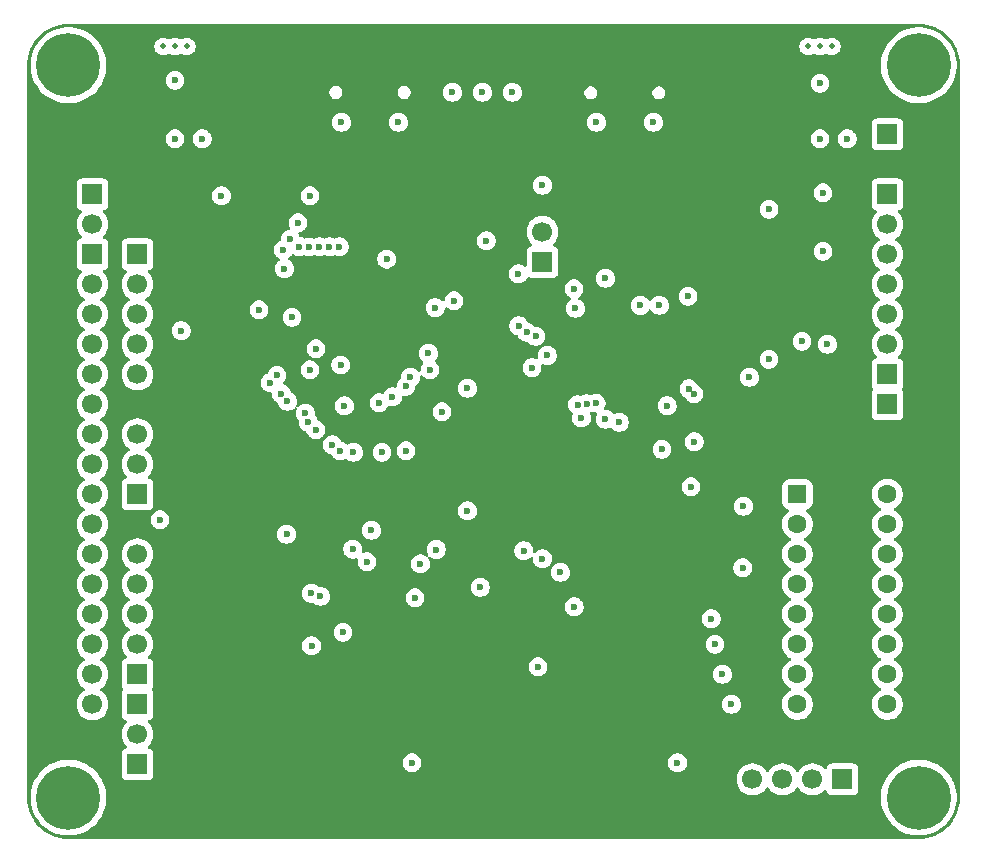
<source format=gbr>
%TF.GenerationSoftware,KiCad,Pcbnew,9.0.4*%
%TF.CreationDate,2025-12-11T19:56:23+01:00*%
%TF.ProjectId,iCEBrainstorm,69434542-7261-4696-9e73-746f726d2e6b,rev?*%
%TF.SameCoordinates,Original*%
%TF.FileFunction,Copper,L2,Inr*%
%TF.FilePolarity,Positive*%
%FSLAX46Y46*%
G04 Gerber Fmt 4.6, Leading zero omitted, Abs format (unit mm)*
G04 Created by KiCad (PCBNEW 9.0.4) date 2025-12-11 19:56:23*
%MOMM*%
%LPD*%
G01*
G04 APERTURE LIST*
G04 Aperture macros list*
%AMRoundRect*
0 Rectangle with rounded corners*
0 $1 Rounding radius*
0 $2 $3 $4 $5 $6 $7 $8 $9 X,Y pos of 4 corners*
0 Add a 4 corners polygon primitive as box body*
4,1,4,$2,$3,$4,$5,$6,$7,$8,$9,$2,$3,0*
0 Add four circle primitives for the rounded corners*
1,1,$1+$1,$2,$3*
1,1,$1+$1,$4,$5*
1,1,$1+$1,$6,$7*
1,1,$1+$1,$8,$9*
0 Add four rect primitives between the rounded corners*
20,1,$1+$1,$2,$3,$4,$5,0*
20,1,$1+$1,$4,$5,$6,$7,0*
20,1,$1+$1,$6,$7,$8,$9,0*
20,1,$1+$1,$8,$9,$2,$3,0*%
G04 Aperture macros list end*
%TA.AperFunction,ComponentPad*%
%ADD10C,0.500000*%
%TD*%
%TA.AperFunction,ComponentPad*%
%ADD11C,5.400000*%
%TD*%
%TA.AperFunction,ComponentPad*%
%ADD12R,1.700000X1.700000*%
%TD*%
%TA.AperFunction,ComponentPad*%
%ADD13C,1.700000*%
%TD*%
%TA.AperFunction,ComponentPad*%
%ADD14RoundRect,0.250000X-0.550000X-0.550000X0.550000X-0.550000X0.550000X0.550000X-0.550000X0.550000X0*%
%TD*%
%TA.AperFunction,ComponentPad*%
%ADD15C,1.600000*%
%TD*%
%TA.AperFunction,ComponentPad*%
%ADD16O,1.300000X2.300000*%
%TD*%
%TA.AperFunction,ComponentPad*%
%ADD17O,1.300000X2.100000*%
%TD*%
%TA.AperFunction,ViaPad*%
%ADD18C,0.600000*%
%TD*%
G04 APERTURE END LIST*
D10*
%TO.N,+1V2*%
%TO.C,U2*%
X128635000Y-62405000D03*
X127635000Y-62405000D03*
X126635000Y-62405000D03*
%TD*%
D11*
%TO.N,unconnected-(H2-Pad1)*%
%TO.C,H2*%
X136000000Y-64000000D03*
%TD*%
%TO.N,unconnected-(H1-Pad1)*%
%TO.C,H1*%
X64000000Y-64000000D03*
%TD*%
D12*
%TO.N,+3V3*%
%TO.C,J4*%
X69850000Y-123190000D03*
D13*
%TO.N,GND*%
X69850000Y-125730000D03*
%TD*%
D12*
%TO.N,/RGB0*%
%TO.C,J10*%
X133350000Y-90170000D03*
D13*
%TO.N,/RGB1*%
X133350000Y-87630000D03*
%TO.N,/RGB2*%
X133350000Y-85090000D03*
%TD*%
D14*
%TO.N,/BOOT0*%
%TO.C,SW1*%
X125730000Y-100330000D03*
D15*
%TO.N,/BOOT1*%
X125730000Y-102870000D03*
%TO.N,/FPGA_BOOT*%
X125730000Y-105410000D03*
%TO.N,/FPGA_SPI_CS*%
X125730000Y-107950000D03*
%TO.N,/IN0*%
X125730000Y-110490000D03*
%TO.N,/FPGA_GLOBAL_0*%
X125730000Y-113030000D03*
%TO.N,/IN2*%
X125730000Y-115570000D03*
%TO.N,/FPGA_GLOBAL_1*%
X125730000Y-118110000D03*
%TO.N,+3V3*%
X133350000Y-118110000D03*
X133350000Y-115570000D03*
X133350000Y-113030000D03*
X133350000Y-110490000D03*
%TO.N,Net-(R18-Pad1)*%
X133350000Y-107950000D03*
%TO.N,Net-(R17-Pad1)*%
X133350000Y-105410000D03*
%TO.N,Net-(R16-Pad1)*%
X133350000Y-102870000D03*
%TO.N,Net-(R15-Pad1)*%
X133350000Y-100330000D03*
%TD*%
D11*
%TO.N,unconnected-(H4-Pad1)*%
%TO.C,H4*%
X136000000Y-126000000D03*
%TD*%
D10*
%TO.N,+3V3*%
%TO.C,U1*%
X74025000Y-62405000D03*
X73025000Y-62405000D03*
X72025000Y-62405000D03*
%TD*%
D12*
%TO.N,/IN0*%
%TO.C,J7*%
X129540000Y-124460000D03*
D13*
%TO.N,/FPGA_GLOBAL_0*%
X127000000Y-124460000D03*
%TO.N,/IN2*%
X124460000Y-124460000D03*
%TO.N,/FPGA_GLOBAL_1*%
X121920000Y-124460000D03*
%TD*%
D11*
%TO.N,unconnected-(H3-Pad1)*%
%TO.C,H3*%
X64000000Y-126000000D03*
%TD*%
D16*
%TO.N,GND*%
%TO.C,J16*%
X115443000Y-66844000D03*
D17*
X115443000Y-62644000D03*
D10*
X113113000Y-64024000D03*
X113113000Y-62024000D03*
X109113000Y-64024000D03*
X109113000Y-62024000D03*
D16*
X106783000Y-66844000D03*
D17*
X106783000Y-62644000D03*
%TD*%
D12*
%TO.N,/PA15*%
%TO.C,J2*%
X66040000Y-80010000D03*
D13*
%TO.N,/PC10*%
X66040000Y-82550000D03*
%TO.N,/PC11*%
X66040000Y-85090000D03*
%TO.N,/PC12*%
X66040000Y-87630000D03*
%TO.N,/PD2*%
X66040000Y-90170000D03*
%TO.N,/PB4*%
X66040000Y-92710000D03*
%TO.N,/PB9*%
X66040000Y-95250000D03*
%TO.N,/PC13*%
X66040000Y-97790000D03*
%TO.N,/PC14*%
X66040000Y-100330000D03*
%TO.N,/PC15*%
X66040000Y-102870000D03*
%TO.N,/PC0*%
X66040000Y-105410000D03*
%TO.N,/PC1*%
X66040000Y-107950000D03*
%TO.N,/PC2*%
X66040000Y-110490000D03*
%TO.N,/PC3*%
X66040000Y-113030000D03*
%TO.N,/PA0*%
X66040000Y-115570000D03*
%TO.N,/PA1*%
X66040000Y-118110000D03*
%TD*%
D12*
%TO.N,+3V3*%
%TO.C,J15*%
X69850000Y-115570000D03*
D13*
%TO.N,/FPGA_SPI_CS*%
X69850000Y-113030000D03*
%TO.N,/FPGA_SPI_SI*%
X69850000Y-110490000D03*
%TO.N,/FPGA_SPI_SO*%
X69850000Y-107950000D03*
%TO.N,/FPGA_SPI_SCK*%
X69850000Y-105410000D03*
%TO.N,GND*%
X69850000Y-102870000D03*
%TD*%
D12*
%TO.N,/USART2_TX*%
%TO.C,J13*%
X69850000Y-118110000D03*
D13*
%TO.N,/USART2_RX*%
X69850000Y-120650000D03*
%TD*%
D12*
%TO.N,/I2C1_SCL*%
%TO.C,J12*%
X66040000Y-74930000D03*
D13*
%TO.N,/I2C1_SDA*%
X66040000Y-77470000D03*
%TD*%
D16*
%TO.N,GND*%
%TO.C,J1*%
X93865000Y-66820000D03*
D17*
X93865000Y-62620000D03*
D10*
X91535000Y-64000000D03*
X91535000Y-62000000D03*
X87535000Y-64000000D03*
X87535000Y-62000000D03*
D16*
X85205000Y-66820000D03*
D17*
X85205000Y-62620000D03*
%TD*%
D12*
%TO.N,+3V3*%
%TO.C,J5*%
X133350000Y-69850000D03*
D13*
%TO.N,GND*%
X133350000Y-72390000D03*
%TD*%
D12*
%TO.N,/I2S5_CK*%
%TO.C,J9*%
X69850000Y-100330000D03*
D13*
%TO.N,/I2S5_WS*%
X69850000Y-97790000D03*
%TO.N,/I2S5_SD*%
X69850000Y-95250000D03*
%TD*%
D12*
%TO.N,/USART1_TX*%
%TO.C,J14*%
X104140000Y-80645000D03*
D13*
%TO.N,/USART1_RX*%
X104140000Y-78105000D03*
%TD*%
D12*
%TO.N,/FPGA_IO_0*%
%TO.C,J11*%
X133350000Y-74930000D03*
D13*
%TO.N,/FPGA_IO_1*%
X133350000Y-77470000D03*
%TO.N,/FPGA_IO_2*%
X133350000Y-80010000D03*
%TO.N,/FPGA_IO_3*%
X133350000Y-82550000D03*
%TD*%
D12*
%TO.N,+3V3*%
%TO.C,J3*%
X69850000Y-80010000D03*
D13*
%TO.N,/SWCLK*%
X69850000Y-82550000D03*
%TO.N,/SWDIO*%
X69850000Y-85090000D03*
%TO.N,/SWO*%
X69850000Y-87630000D03*
%TO.N,/NRST*%
X69850000Y-90170000D03*
%TO.N,GND*%
X69850000Y-92710000D03*
%TD*%
D12*
%TO.N,+3V3*%
%TO.C,J6*%
X133350000Y-92710000D03*
D13*
%TO.N,GND*%
X133350000Y-95250000D03*
%TD*%
D18*
%TO.N,/NRST*%
X84455000Y-75057000D03*
X84455000Y-89789000D03*
X73555714Y-86464285D03*
%TO.N,GND*%
X111125000Y-88138000D03*
X111125000Y-89662000D03*
X126619000Y-72771000D03*
X79865000Y-73025000D03*
X107652457Y-96055543D03*
X121100000Y-110109000D03*
X79248000Y-104394000D03*
X81280000Y-83693000D03*
X97790000Y-73152000D03*
X115613543Y-95420543D03*
X121666000Y-94488000D03*
X89535000Y-72644000D03*
X104140000Y-66294000D03*
X89408000Y-110871000D03*
X121100000Y-113665000D03*
X83566000Y-96647000D03*
X114782600Y-100838000D03*
X111887000Y-88900000D03*
X99060000Y-117221000D03*
X101600000Y-117221000D03*
X103124000Y-84582000D03*
X94488000Y-113030000D03*
X119154500Y-72869500D03*
X81788000Y-115316000D03*
X109673500Y-79937500D03*
X87122000Y-114252000D03*
X91440000Y-98425000D03*
X72263000Y-72771000D03*
X121158000Y-103124000D03*
X115585000Y-119380000D03*
X104140000Y-117221000D03*
X129778800Y-77292200D03*
X79052400Y-91432400D03*
X117976000Y-93091000D03*
X121100000Y-117221000D03*
X93060000Y-119507000D03*
X70725000Y-70231000D03*
X81026000Y-98425000D03*
X82931000Y-109093000D03*
X121158000Y-99314000D03*
X96520000Y-117221000D03*
X80538386Y-93619386D03*
X86868000Y-107569000D03*
X93345000Y-79375000D03*
X111125000Y-88900000D03*
X125335000Y-70231000D03*
X110363000Y-88900000D03*
X97877086Y-93599000D03*
X101280000Y-78867000D03*
%TO.N,+3V3*%
X90951957Y-80410957D03*
X87249000Y-112002000D03*
X76962000Y-75057000D03*
X121666000Y-90424000D03*
X106821000Y-109855000D03*
X121100000Y-106553000D03*
X84590000Y-113157000D03*
X93345000Y-109093000D03*
X107442000Y-93853000D03*
X121158000Y-101346000D03*
X103759000Y-114935000D03*
X80137000Y-84709000D03*
X93091000Y-123063000D03*
X81661000Y-90261181D03*
X99060000Y-66294000D03*
X116542457Y-91396457D03*
X92583000Y-96647000D03*
X115570000Y-123063000D03*
X104140000Y-74168000D03*
X82469000Y-103713000D03*
X73025000Y-70231000D03*
X123317000Y-76200000D03*
X127889000Y-74803000D03*
X109474000Y-82042000D03*
X116967000Y-91821000D03*
X97790000Y-91352914D03*
X73025000Y-65278000D03*
%TO.N,/BOOT0*%
X87065990Y-89374741D03*
%TO.N,/BOOT1*%
X95631000Y-93345000D03*
%TO.N,+1V2*%
X127635000Y-70231000D03*
X106934000Y-84582000D03*
X114694724Y-92823276D03*
X99380000Y-78867000D03*
X127635000Y-65528000D03*
X116987827Y-95885000D03*
%TO.N,/VCCPLL*%
X116713000Y-99695000D03*
X114256457Y-96520000D03*
%TO.N,/SWCLK*%
X83439000Y-77343000D03*
%TO.N,/SWDIO*%
X82804000Y-78740000D03*
%TO.N,Net-(U4B-CDONE)*%
X102123883Y-86058000D03*
X102108000Y-81661000D03*
%TO.N,/SWO*%
X82205000Y-79629000D03*
%TO.N,/USART2_TX*%
X88138000Y-96774000D03*
%TO.N,/USART2_RX*%
X90551000Y-96774000D03*
%TO.N,+2V5*%
X127889000Y-79756000D03*
X110638864Y-94234000D03*
%TO.N,VBUS*%
X129935000Y-70231000D03*
X113538000Y-68834000D03*
X101600000Y-66294000D03*
X87122000Y-68834000D03*
X91948000Y-68834000D03*
X108712000Y-68834000D03*
X75325000Y-70231000D03*
X96520000Y-66294000D03*
%TO.N,/FPGA_NRST*%
X102787199Y-86589522D03*
X116459000Y-83566000D03*
%TO.N,/PC2*%
X84963000Y-94869000D03*
%TO.N,/PC14*%
X82042000Y-91821000D03*
%TO.N,/PC12*%
X84396052Y-79382638D03*
%TO.N,/I2S5_WS*%
X92964000Y-90424000D03*
%TO.N,/USART1_TX*%
X106807000Y-82931000D03*
%TO.N,/PC15*%
X82550000Y-92456000D03*
%TO.N,/I2S5_SD*%
X84963000Y-88011000D03*
%TO.N,/FPGA_SPI_SCK*%
X88074500Y-104965500D03*
X95153135Y-104998865D03*
X102552500Y-105092500D03*
%TO.N,/PC1*%
X84328000Y-94234000D03*
%TO.N,/PC0*%
X84074000Y-93472000D03*
%TO.N,/FPGA_SPI_CS*%
X104140000Y-105791000D03*
X93805000Y-106220000D03*
%TO.N,/I2S5_CK*%
X71755000Y-102489000D03*
X92583000Y-91186000D03*
%TO.N,/FPGA_BOOT*%
X103557564Y-86948747D03*
%TO.N,/PC13*%
X81102525Y-90881525D03*
%TO.N,/PC11*%
X85245977Y-79371188D03*
%TO.N,/PC3*%
X87376000Y-92837000D03*
%TO.N,/PC10*%
X86095952Y-79377952D03*
%TO.N,/FPGA_CLK*%
X95059500Y-84518500D03*
X108675395Y-92595195D03*
%TO.N,/FPGA_SPI_SI*%
X105664000Y-106934000D03*
X89281000Y-106045000D03*
X98882525Y-108204000D03*
%TO.N,/FPGA_SPI_SO*%
X97790000Y-101727000D03*
X89662000Y-103378000D03*
%TO.N,/FPGA_GLOBAL_1*%
X120142000Y-118110000D03*
%TO.N,/FPGA_GLOBAL_6*%
X96647000Y-83947000D03*
X114046000Y-84328000D03*
%TO.N,/IN0*%
X118429000Y-110871000D03*
%TO.N,/IN2*%
X119380000Y-115570000D03*
%TO.N,/I2C1_SDA*%
X90297000Y-92583000D03*
X103251000Y-89611200D03*
X84582000Y-108712000D03*
X107111800Y-92735400D03*
%TO.N,/I2C1_SCL*%
X104546400Y-88569800D03*
X94615000Y-89789000D03*
X91440000Y-92075000D03*
X85344000Y-108966000D03*
X94488000Y-88392000D03*
X107886500Y-92646500D03*
%TO.N,/PA15*%
X86945930Y-79371536D03*
%TO.N,/PA0*%
X86360000Y-96139000D03*
%TO.N,/PB4*%
X82296000Y-81218000D03*
%TO.N,/PA1*%
X86995000Y-96647000D03*
%TO.N,/PB9*%
X82931000Y-85344000D03*
%TO.N,/PD2*%
X83546700Y-79349379D03*
%TO.N,/FPGA_GLOBAL_0*%
X118745000Y-113030000D03*
%TO.N,/FPGA_IO_2*%
X126111000Y-87376000D03*
%TO.N,/FPGA_IO_3*%
X123317000Y-88900000D03*
X128270000Y-87630000D03*
X109474000Y-93980000D03*
%TO.N,/FPGA_IO_0*%
X112433288Y-84332761D03*
%TD*%
%TA.AperFunction,Conductor*%
%TO.N,GND*%
G36*
X136003032Y-60500648D02*
G01*
X136336929Y-60517052D01*
X136349037Y-60518245D01*
X136452146Y-60533539D01*
X136676699Y-60566849D01*
X136688617Y-60569219D01*
X137009951Y-60649709D01*
X137021588Y-60653240D01*
X137092806Y-60678722D01*
X137333467Y-60764832D01*
X137344688Y-60769479D01*
X137644163Y-60911120D01*
X137654871Y-60916844D01*
X137938988Y-61087137D01*
X137949106Y-61093897D01*
X138215170Y-61291224D01*
X138224576Y-61298944D01*
X138470013Y-61521395D01*
X138478604Y-61529986D01*
X138550954Y-61609812D01*
X138701055Y-61775423D01*
X138708775Y-61784829D01*
X138906102Y-62050893D01*
X138912862Y-62061011D01*
X139074734Y-62331079D01*
X139083148Y-62345116D01*
X139088883Y-62355844D01*
X139215667Y-62623907D01*
X139230514Y-62655297D01*
X139235170Y-62666540D01*
X139346759Y-62978411D01*
X139350292Y-62990055D01*
X139430777Y-63311369D01*
X139433151Y-63323305D01*
X139481754Y-63650962D01*
X139482947Y-63663071D01*
X139499351Y-63996966D01*
X139499500Y-64003051D01*
X139499500Y-125996948D01*
X139499351Y-126003033D01*
X139482947Y-126336928D01*
X139481754Y-126349037D01*
X139433151Y-126676694D01*
X139430777Y-126688630D01*
X139350292Y-127009944D01*
X139346759Y-127021588D01*
X139235170Y-127333459D01*
X139230514Y-127344702D01*
X139088885Y-127644151D01*
X139083148Y-127654883D01*
X138912862Y-127938988D01*
X138906102Y-127949106D01*
X138708775Y-128215170D01*
X138701055Y-128224576D01*
X138478611Y-128470006D01*
X138470006Y-128478611D01*
X138224576Y-128701055D01*
X138215170Y-128708775D01*
X137949106Y-128906102D01*
X137938988Y-128912862D01*
X137654883Y-129083148D01*
X137644151Y-129088885D01*
X137344702Y-129230514D01*
X137333459Y-129235170D01*
X137021588Y-129346759D01*
X137009944Y-129350292D01*
X136688630Y-129430777D01*
X136676694Y-129433151D01*
X136349037Y-129481754D01*
X136336928Y-129482947D01*
X136021989Y-129498419D01*
X136003031Y-129499351D01*
X135996949Y-129499500D01*
X64003051Y-129499500D01*
X63996968Y-129499351D01*
X63976900Y-129498365D01*
X63663071Y-129482947D01*
X63650962Y-129481754D01*
X63323305Y-129433151D01*
X63311369Y-129430777D01*
X62990055Y-129350292D01*
X62978411Y-129346759D01*
X62666540Y-129235170D01*
X62655301Y-129230515D01*
X62355844Y-129088883D01*
X62345121Y-129083150D01*
X62061011Y-128912862D01*
X62050893Y-128906102D01*
X61784829Y-128708775D01*
X61775423Y-128701055D01*
X61679720Y-128614315D01*
X61529986Y-128478604D01*
X61521395Y-128470013D01*
X61298944Y-128224576D01*
X61291224Y-128215170D01*
X61093897Y-127949106D01*
X61087137Y-127938988D01*
X60916844Y-127654871D01*
X60911120Y-127644163D01*
X60769479Y-127344688D01*
X60764829Y-127333459D01*
X60653240Y-127021588D01*
X60649707Y-127009944D01*
X60640958Y-126975015D01*
X60569219Y-126688617D01*
X60566848Y-126676694D01*
X60518245Y-126349037D01*
X60517052Y-126336927D01*
X60500649Y-126003032D01*
X60500500Y-125996948D01*
X60500500Y-125820259D01*
X60799500Y-125820259D01*
X60799500Y-126179740D01*
X60839746Y-126536935D01*
X60839748Y-126536951D01*
X60919737Y-126887407D01*
X60919741Y-126887419D01*
X61038465Y-127226711D01*
X61194432Y-127550579D01*
X61194434Y-127550582D01*
X61385685Y-127854956D01*
X61609812Y-128136003D01*
X61863997Y-128390188D01*
X62145044Y-128614315D01*
X62449418Y-128805566D01*
X62773292Y-128961536D01*
X63007221Y-129043391D01*
X63112580Y-129080258D01*
X63112592Y-129080262D01*
X63463052Y-129160252D01*
X63820260Y-129200499D01*
X63820261Y-129200500D01*
X63820264Y-129200500D01*
X64179739Y-129200500D01*
X64179739Y-129200499D01*
X64536948Y-129160252D01*
X64887408Y-129080262D01*
X65226708Y-128961536D01*
X65550582Y-128805566D01*
X65854956Y-128614315D01*
X66136003Y-128390188D01*
X66390188Y-128136003D01*
X66614315Y-127854956D01*
X66805566Y-127550582D01*
X66961536Y-127226708D01*
X67080262Y-126887408D01*
X67160252Y-126536948D01*
X67200500Y-126179736D01*
X67200500Y-125820264D01*
X67200499Y-125820259D01*
X132799500Y-125820259D01*
X132799500Y-126179740D01*
X132839746Y-126536935D01*
X132839748Y-126536951D01*
X132919737Y-126887407D01*
X132919741Y-126887419D01*
X133038465Y-127226711D01*
X133194432Y-127550579D01*
X133194434Y-127550582D01*
X133385685Y-127854956D01*
X133609812Y-128136003D01*
X133863997Y-128390188D01*
X134145044Y-128614315D01*
X134449418Y-128805566D01*
X134773292Y-128961536D01*
X135007221Y-129043391D01*
X135112580Y-129080258D01*
X135112592Y-129080262D01*
X135463052Y-129160252D01*
X135820260Y-129200499D01*
X135820261Y-129200500D01*
X135820264Y-129200500D01*
X136179739Y-129200500D01*
X136179739Y-129200499D01*
X136536948Y-129160252D01*
X136887408Y-129080262D01*
X137226708Y-128961536D01*
X137550582Y-128805566D01*
X137854956Y-128614315D01*
X138136003Y-128390188D01*
X138390188Y-128136003D01*
X138614315Y-127854956D01*
X138805566Y-127550582D01*
X138961536Y-127226708D01*
X139080262Y-126887408D01*
X139160252Y-126536948D01*
X139200500Y-126179736D01*
X139200500Y-125820264D01*
X139160252Y-125463052D01*
X139080262Y-125112592D01*
X138961536Y-124773292D01*
X138849428Y-124540498D01*
X138805567Y-124449420D01*
X138772973Y-124397547D01*
X138614315Y-124145044D01*
X138390188Y-123863997D01*
X138136003Y-123609812D01*
X137854956Y-123385685D01*
X137550582Y-123194434D01*
X137550579Y-123194432D01*
X137226711Y-123038465D01*
X136887419Y-122919741D01*
X136887407Y-122919737D01*
X136536951Y-122839748D01*
X136536935Y-122839746D01*
X136179740Y-122799500D01*
X136179736Y-122799500D01*
X135820264Y-122799500D01*
X135820259Y-122799500D01*
X135463064Y-122839746D01*
X135463048Y-122839748D01*
X135112592Y-122919737D01*
X135112580Y-122919741D01*
X134773288Y-123038465D01*
X134449420Y-123194432D01*
X134145045Y-123385684D01*
X133863997Y-123609811D01*
X133609811Y-123863997D01*
X133385684Y-124145045D01*
X133194432Y-124449420D01*
X133038465Y-124773288D01*
X132919741Y-125112580D01*
X132919737Y-125112592D01*
X132839748Y-125463048D01*
X132839746Y-125463064D01*
X132799500Y-125820259D01*
X67200499Y-125820259D01*
X67160252Y-125463052D01*
X67080262Y-125112592D01*
X66961536Y-124773292D01*
X66849428Y-124540498D01*
X66805567Y-124449420D01*
X66772973Y-124397547D01*
X66614315Y-124145044D01*
X66390188Y-123863997D01*
X66136003Y-123609812D01*
X65854956Y-123385685D01*
X65550582Y-123194434D01*
X65550579Y-123194432D01*
X65226711Y-123038465D01*
X64887419Y-122919741D01*
X64887407Y-122919737D01*
X64536951Y-122839748D01*
X64536935Y-122839746D01*
X64179740Y-122799500D01*
X64179736Y-122799500D01*
X63820264Y-122799500D01*
X63820259Y-122799500D01*
X63463064Y-122839746D01*
X63463048Y-122839748D01*
X63112592Y-122919737D01*
X63112580Y-122919741D01*
X62773288Y-123038465D01*
X62449420Y-123194432D01*
X62145045Y-123385684D01*
X61863997Y-123609811D01*
X61609811Y-123863997D01*
X61385684Y-124145045D01*
X61194432Y-124449420D01*
X61038465Y-124773288D01*
X60919741Y-125112580D01*
X60919737Y-125112592D01*
X60839748Y-125463048D01*
X60839746Y-125463064D01*
X60799500Y-125820259D01*
X60500500Y-125820259D01*
X60500500Y-74032135D01*
X64689500Y-74032135D01*
X64689500Y-75827870D01*
X64689501Y-75827876D01*
X64695908Y-75887483D01*
X64746202Y-76022328D01*
X64746206Y-76022335D01*
X64832452Y-76137544D01*
X64832455Y-76137547D01*
X64947664Y-76223793D01*
X64947671Y-76223797D01*
X65079082Y-76272810D01*
X65135016Y-76314681D01*
X65159433Y-76380145D01*
X65144582Y-76448418D01*
X65123431Y-76476673D01*
X65009889Y-76590215D01*
X64884951Y-76762179D01*
X64788444Y-76951585D01*
X64722753Y-77153760D01*
X64705268Y-77264158D01*
X64689500Y-77363713D01*
X64689500Y-77576287D01*
X64722754Y-77786243D01*
X64782546Y-77970264D01*
X64788444Y-77988414D01*
X64884951Y-78177820D01*
X65009890Y-78349786D01*
X65123430Y-78463326D01*
X65156915Y-78524649D01*
X65151931Y-78594341D01*
X65110059Y-78650274D01*
X65079083Y-78667189D01*
X64947669Y-78716203D01*
X64947664Y-78716206D01*
X64832455Y-78802452D01*
X64832452Y-78802455D01*
X64746206Y-78917664D01*
X64746202Y-78917671D01*
X64695908Y-79052517D01*
X64690751Y-79100489D01*
X64689501Y-79112123D01*
X64689500Y-79112135D01*
X64689500Y-80907870D01*
X64689501Y-80907876D01*
X64695908Y-80967483D01*
X64746202Y-81102328D01*
X64746206Y-81102335D01*
X64832452Y-81217544D01*
X64832455Y-81217547D01*
X64947664Y-81303793D01*
X64947671Y-81303797D01*
X65079082Y-81352810D01*
X65135016Y-81394681D01*
X65159433Y-81460145D01*
X65144582Y-81528418D01*
X65123431Y-81556673D01*
X65009889Y-81670215D01*
X64884951Y-81842179D01*
X64788444Y-82031585D01*
X64722753Y-82233760D01*
X64689500Y-82443713D01*
X64689500Y-82656286D01*
X64721227Y-82856606D01*
X64722754Y-82866243D01*
X64784316Y-83055711D01*
X64788444Y-83068414D01*
X64884951Y-83257820D01*
X65009890Y-83429786D01*
X65160213Y-83580109D01*
X65332182Y-83705050D01*
X65340946Y-83709516D01*
X65391742Y-83757491D01*
X65408536Y-83825312D01*
X65385998Y-83891447D01*
X65340946Y-83930484D01*
X65332182Y-83934949D01*
X65160213Y-84059890D01*
X65009890Y-84210213D01*
X64884951Y-84382179D01*
X64788444Y-84571585D01*
X64788443Y-84571587D01*
X64788443Y-84571588D01*
X64787574Y-84574263D01*
X64722753Y-84773760D01*
X64694873Y-84949789D01*
X64689500Y-84983713D01*
X64689500Y-85196287D01*
X64694506Y-85227894D01*
X64714120Y-85351735D01*
X64722754Y-85406243D01*
X64778399Y-85577501D01*
X64788444Y-85608414D01*
X64884951Y-85797820D01*
X65009890Y-85969786D01*
X65160213Y-86120109D01*
X65332182Y-86245050D01*
X65340946Y-86249516D01*
X65391742Y-86297491D01*
X65408536Y-86365312D01*
X65385998Y-86431447D01*
X65340946Y-86470484D01*
X65332182Y-86474949D01*
X65160213Y-86599890D01*
X65009890Y-86750213D01*
X64884951Y-86922179D01*
X64788444Y-87111585D01*
X64722753Y-87313760D01*
X64689500Y-87523713D01*
X64689500Y-87736286D01*
X64720522Y-87932155D01*
X64722754Y-87946243D01*
X64787574Y-88145738D01*
X64788444Y-88148414D01*
X64884951Y-88337820D01*
X65009890Y-88509786D01*
X65160213Y-88660109D01*
X65332182Y-88785050D01*
X65340946Y-88789516D01*
X65391742Y-88837491D01*
X65408536Y-88905312D01*
X65385998Y-88971447D01*
X65340946Y-89010484D01*
X65332182Y-89014949D01*
X65160213Y-89139890D01*
X65009890Y-89290213D01*
X64884951Y-89462179D01*
X64788444Y-89651585D01*
X64788443Y-89651587D01*
X64788443Y-89651588D01*
X64787574Y-89654263D01*
X64722753Y-89853760D01*
X64689500Y-90063713D01*
X64689500Y-90276286D01*
X64704538Y-90371236D01*
X64722754Y-90486243D01*
X64788003Y-90687059D01*
X64788444Y-90688414D01*
X64884951Y-90877820D01*
X65009890Y-91049786D01*
X65160213Y-91200109D01*
X65332182Y-91325050D01*
X65340946Y-91329516D01*
X65391742Y-91377491D01*
X65408536Y-91445312D01*
X65385998Y-91511447D01*
X65340946Y-91550484D01*
X65332182Y-91554949D01*
X65160213Y-91679890D01*
X65009890Y-91830213D01*
X64884951Y-92002179D01*
X64788444Y-92191585D01*
X64788443Y-92191587D01*
X64788443Y-92191588D01*
X64750456Y-92308501D01*
X64722756Y-92393751D01*
X64722753Y-92393759D01*
X64691555Y-92590737D01*
X64689500Y-92603713D01*
X64689500Y-92816287D01*
X64692418Y-92834711D01*
X64718887Y-93001832D01*
X64722754Y-93026243D01*
X64787574Y-93225738D01*
X64788444Y-93228414D01*
X64884951Y-93417820D01*
X65009890Y-93589786D01*
X65160213Y-93740109D01*
X65332182Y-93865050D01*
X65340946Y-93869516D01*
X65391742Y-93917491D01*
X65408536Y-93985312D01*
X65385998Y-94051447D01*
X65340946Y-94090484D01*
X65332182Y-94094949D01*
X65160213Y-94219890D01*
X65009890Y-94370213D01*
X64884951Y-94542179D01*
X64788444Y-94731585D01*
X64722753Y-94933760D01*
X64706507Y-95036335D01*
X64689500Y-95143713D01*
X64689500Y-95356287D01*
X64722754Y-95566243D01*
X64785649Y-95759814D01*
X64788444Y-95768414D01*
X64884951Y-95957820D01*
X65009890Y-96129786D01*
X65160213Y-96280109D01*
X65332182Y-96405050D01*
X65340946Y-96409516D01*
X65391742Y-96457491D01*
X65408536Y-96525312D01*
X65385998Y-96591447D01*
X65340946Y-96630484D01*
X65332182Y-96634949D01*
X65160213Y-96759890D01*
X65009890Y-96910213D01*
X64884951Y-97082179D01*
X64788444Y-97271585D01*
X64722753Y-97473760D01*
X64689500Y-97683713D01*
X64689500Y-97896286D01*
X64722753Y-98106239D01*
X64788444Y-98308414D01*
X64884951Y-98497820D01*
X65009890Y-98669786D01*
X65160213Y-98820109D01*
X65332182Y-98945050D01*
X65340946Y-98949516D01*
X65391742Y-98997491D01*
X65408536Y-99065312D01*
X65385998Y-99131447D01*
X65340946Y-99170484D01*
X65332182Y-99174949D01*
X65160213Y-99299890D01*
X65009890Y-99450213D01*
X64884951Y-99622179D01*
X64788444Y-99811585D01*
X64722753Y-100013760D01*
X64689500Y-100223713D01*
X64689500Y-100436286D01*
X64721227Y-100636606D01*
X64722754Y-100646243D01*
X64784316Y-100835711D01*
X64788444Y-100848414D01*
X64884951Y-101037820D01*
X65009890Y-101209786D01*
X65160213Y-101360109D01*
X65332182Y-101485050D01*
X65340946Y-101489516D01*
X65391742Y-101537491D01*
X65408536Y-101605312D01*
X65385998Y-101671447D01*
X65340946Y-101710484D01*
X65332182Y-101714949D01*
X65160213Y-101839890D01*
X65009890Y-101990213D01*
X64884951Y-102162179D01*
X64788444Y-102351585D01*
X64722753Y-102553760D01*
X64704563Y-102668609D01*
X64689500Y-102763713D01*
X64689500Y-102976287D01*
X64699534Y-103039644D01*
X64707702Y-103091213D01*
X64722754Y-103186243D01*
X64772892Y-103340552D01*
X64788444Y-103388414D01*
X64884951Y-103577820D01*
X65009890Y-103749786D01*
X65160213Y-103900109D01*
X65332182Y-104025050D01*
X65340946Y-104029516D01*
X65391742Y-104077491D01*
X65408536Y-104145312D01*
X65385998Y-104211447D01*
X65340946Y-104250484D01*
X65332182Y-104254949D01*
X65160213Y-104379890D01*
X65009890Y-104530213D01*
X64884951Y-104702179D01*
X64788444Y-104891585D01*
X64788443Y-104891587D01*
X64788443Y-104891588D01*
X64779205Y-104920020D01*
X64722753Y-105093760D01*
X64698878Y-105244500D01*
X64689500Y-105303713D01*
X64689500Y-105516287D01*
X64692418Y-105534711D01*
X64720860Y-105714289D01*
X64722754Y-105726243D01*
X64769412Y-105869842D01*
X64788444Y-105928414D01*
X64884951Y-106117820D01*
X65009890Y-106289786D01*
X65160213Y-106440109D01*
X65332182Y-106565050D01*
X65340946Y-106569516D01*
X65391742Y-106617491D01*
X65408536Y-106685312D01*
X65385998Y-106751447D01*
X65340946Y-106790484D01*
X65332182Y-106794949D01*
X65160213Y-106919890D01*
X65009890Y-107070213D01*
X64884951Y-107242179D01*
X64788444Y-107431585D01*
X64788443Y-107431587D01*
X64788443Y-107431588D01*
X64787574Y-107434263D01*
X64722753Y-107633760D01*
X64689500Y-107843713D01*
X64689500Y-108056286D01*
X64721227Y-108256606D01*
X64722754Y-108266243D01*
X64784316Y-108455711D01*
X64788444Y-108468414D01*
X64884951Y-108657820D01*
X65009890Y-108829786D01*
X65160213Y-108980109D01*
X65332182Y-109105050D01*
X65340946Y-109109516D01*
X65391742Y-109157491D01*
X65408536Y-109225312D01*
X65385998Y-109291447D01*
X65340946Y-109330484D01*
X65332182Y-109334949D01*
X65160213Y-109459890D01*
X65009890Y-109610213D01*
X64884951Y-109782179D01*
X64788444Y-109971585D01*
X64722753Y-110173760D01*
X64689500Y-110383713D01*
X64689500Y-110596286D01*
X64720522Y-110792155D01*
X64722754Y-110806243D01*
X64769412Y-110949842D01*
X64788444Y-111008414D01*
X64884951Y-111197820D01*
X65009890Y-111369786D01*
X65160213Y-111520109D01*
X65332182Y-111645050D01*
X65340946Y-111649516D01*
X65391742Y-111697491D01*
X65408536Y-111765312D01*
X65385998Y-111831447D01*
X65340946Y-111870484D01*
X65332182Y-111874949D01*
X65160213Y-111999890D01*
X65009890Y-112150213D01*
X64884951Y-112322179D01*
X64788444Y-112511585D01*
X64722753Y-112713760D01*
X64708698Y-112802500D01*
X64689500Y-112923713D01*
X64689500Y-113136287D01*
X64722754Y-113346243D01*
X64785803Y-113540288D01*
X64788444Y-113548414D01*
X64884951Y-113737820D01*
X65009890Y-113909786D01*
X65160213Y-114060109D01*
X65332182Y-114185050D01*
X65340946Y-114189516D01*
X65391742Y-114237491D01*
X65408536Y-114305312D01*
X65385998Y-114371447D01*
X65340946Y-114410484D01*
X65332182Y-114414949D01*
X65160213Y-114539890D01*
X65009890Y-114690213D01*
X64884951Y-114862179D01*
X64788444Y-115051585D01*
X64722753Y-115253760D01*
X64720899Y-115265466D01*
X64689500Y-115463713D01*
X64689500Y-115676287D01*
X64722754Y-115886243D01*
X64785803Y-116080288D01*
X64788444Y-116088414D01*
X64884951Y-116277820D01*
X65009890Y-116449786D01*
X65160213Y-116600109D01*
X65332182Y-116725050D01*
X65340946Y-116729516D01*
X65391742Y-116777491D01*
X65408536Y-116845312D01*
X65385998Y-116911447D01*
X65340946Y-116950484D01*
X65332182Y-116954949D01*
X65160213Y-117079890D01*
X65009890Y-117230213D01*
X64884951Y-117402179D01*
X64788444Y-117591585D01*
X64722753Y-117793760D01*
X64720899Y-117805466D01*
X64689500Y-118003713D01*
X64689500Y-118216287D01*
X64722754Y-118426243D01*
X64785803Y-118620288D01*
X64788444Y-118628414D01*
X64884951Y-118817820D01*
X65009890Y-118989786D01*
X65160213Y-119140109D01*
X65332179Y-119265048D01*
X65332181Y-119265049D01*
X65332184Y-119265051D01*
X65521588Y-119361557D01*
X65723757Y-119427246D01*
X65933713Y-119460500D01*
X65933714Y-119460500D01*
X66146286Y-119460500D01*
X66146287Y-119460500D01*
X66356243Y-119427246D01*
X66558412Y-119361557D01*
X66747816Y-119265051D01*
X66834138Y-119202335D01*
X66919786Y-119140109D01*
X66919788Y-119140106D01*
X66919792Y-119140104D01*
X67070104Y-118989792D01*
X67070106Y-118989788D01*
X67070109Y-118989786D01*
X67193902Y-118819397D01*
X67195051Y-118817816D01*
X67291557Y-118628412D01*
X67357246Y-118426243D01*
X67390500Y-118216287D01*
X67390500Y-118003713D01*
X67357246Y-117793757D01*
X67291557Y-117591588D01*
X67195051Y-117402184D01*
X67195049Y-117402181D01*
X67195048Y-117402179D01*
X67070109Y-117230213D01*
X66919786Y-117079890D01*
X66747820Y-116954951D01*
X66747115Y-116954591D01*
X66739054Y-116950485D01*
X66688259Y-116902512D01*
X66671463Y-116834692D01*
X66693999Y-116768556D01*
X66739054Y-116729515D01*
X66747816Y-116725051D01*
X66806680Y-116682284D01*
X66919786Y-116600109D01*
X66919788Y-116600106D01*
X66919792Y-116600104D01*
X67070104Y-116449792D01*
X67070106Y-116449788D01*
X67070109Y-116449786D01*
X67193902Y-116279397D01*
X67195051Y-116277816D01*
X67291557Y-116088412D01*
X67357246Y-115886243D01*
X67390500Y-115676287D01*
X67390500Y-115463713D01*
X67357246Y-115253757D01*
X67291557Y-115051588D01*
X67195051Y-114862184D01*
X67195049Y-114862181D01*
X67195048Y-114862179D01*
X67070109Y-114690213D01*
X66919786Y-114539890D01*
X66747820Y-114414951D01*
X66747115Y-114414591D01*
X66739054Y-114410485D01*
X66688259Y-114362512D01*
X66671463Y-114294692D01*
X66693999Y-114228556D01*
X66739054Y-114189515D01*
X66747816Y-114185051D01*
X66837554Y-114119853D01*
X66919786Y-114060109D01*
X66919788Y-114060106D01*
X66919792Y-114060104D01*
X67070104Y-113909792D01*
X67070106Y-113909788D01*
X67070109Y-113909786D01*
X67193902Y-113739397D01*
X67195051Y-113737816D01*
X67291557Y-113548412D01*
X67357246Y-113346243D01*
X67390500Y-113136287D01*
X67390500Y-112923713D01*
X67357246Y-112713757D01*
X67291557Y-112511588D01*
X67195051Y-112322184D01*
X67195049Y-112322181D01*
X67195048Y-112322179D01*
X67070109Y-112150213D01*
X66919786Y-111999890D01*
X66747820Y-111874951D01*
X66747115Y-111874591D01*
X66739054Y-111870485D01*
X66688259Y-111822512D01*
X66671463Y-111754692D01*
X66693999Y-111688556D01*
X66739054Y-111649515D01*
X66747816Y-111645051D01*
X66806680Y-111602284D01*
X66919786Y-111520109D01*
X66919788Y-111520106D01*
X66919792Y-111520104D01*
X67070104Y-111369792D01*
X67070106Y-111369788D01*
X67070109Y-111369786D01*
X67195048Y-111197820D01*
X67195047Y-111197820D01*
X67195051Y-111197816D01*
X67291557Y-111008412D01*
X67357246Y-110806243D01*
X67390500Y-110596287D01*
X67390500Y-110383713D01*
X67357246Y-110173757D01*
X67291557Y-109971588D01*
X67195051Y-109782184D01*
X67195049Y-109782181D01*
X67195048Y-109782179D01*
X67070109Y-109610213D01*
X66919786Y-109459890D01*
X66747820Y-109334951D01*
X66745533Y-109333786D01*
X66739054Y-109330485D01*
X66688259Y-109282512D01*
X66671463Y-109214692D01*
X66693999Y-109148556D01*
X66739054Y-109109515D01*
X66747816Y-109105051D01*
X66830682Y-109044846D01*
X66919786Y-108980109D01*
X66919788Y-108980106D01*
X66919792Y-108980104D01*
X67070104Y-108829792D01*
X67070106Y-108829788D01*
X67070109Y-108829786D01*
X67195048Y-108657820D01*
X67195049Y-108657819D01*
X67195051Y-108657816D01*
X67291557Y-108468412D01*
X67357246Y-108266243D01*
X67390500Y-108056287D01*
X67390500Y-107843713D01*
X67357246Y-107633757D01*
X67291557Y-107431588D01*
X67195051Y-107242184D01*
X67195049Y-107242181D01*
X67195048Y-107242179D01*
X67070109Y-107070213D01*
X66919786Y-106919890D01*
X66747820Y-106794951D01*
X66747115Y-106794591D01*
X66739054Y-106790485D01*
X66688259Y-106742512D01*
X66671463Y-106674692D01*
X66693999Y-106608556D01*
X66739054Y-106569515D01*
X66747816Y-106565051D01*
X66806680Y-106522284D01*
X66919786Y-106440109D01*
X66919788Y-106440106D01*
X66919792Y-106440104D01*
X67070104Y-106289792D01*
X67070106Y-106289788D01*
X67070109Y-106289786D01*
X67195048Y-106117820D01*
X67195047Y-106117820D01*
X67195051Y-106117816D01*
X67291557Y-105928412D01*
X67357246Y-105726243D01*
X67390500Y-105516287D01*
X67390500Y-105303713D01*
X68499500Y-105303713D01*
X68499500Y-105516287D01*
X68502418Y-105534711D01*
X68530860Y-105714289D01*
X68532754Y-105726243D01*
X68579412Y-105869842D01*
X68598444Y-105928414D01*
X68694951Y-106117820D01*
X68819890Y-106289786D01*
X68970213Y-106440109D01*
X69142182Y-106565050D01*
X69150946Y-106569516D01*
X69201742Y-106617491D01*
X69218536Y-106685312D01*
X69195998Y-106751447D01*
X69150946Y-106790484D01*
X69142182Y-106794949D01*
X68970213Y-106919890D01*
X68819890Y-107070213D01*
X68694951Y-107242179D01*
X68598444Y-107431585D01*
X68598443Y-107431587D01*
X68598443Y-107431588D01*
X68597574Y-107434263D01*
X68532753Y-107633760D01*
X68499500Y-107843713D01*
X68499500Y-108056286D01*
X68531227Y-108256606D01*
X68532754Y-108266243D01*
X68594316Y-108455711D01*
X68598444Y-108468414D01*
X68694951Y-108657820D01*
X68819890Y-108829786D01*
X68970213Y-108980109D01*
X69142182Y-109105050D01*
X69150946Y-109109516D01*
X69201742Y-109157491D01*
X69218536Y-109225312D01*
X69195998Y-109291447D01*
X69150946Y-109330484D01*
X69142182Y-109334949D01*
X68970213Y-109459890D01*
X68819890Y-109610213D01*
X68694951Y-109782179D01*
X68598444Y-109971585D01*
X68532753Y-110173760D01*
X68499500Y-110383713D01*
X68499500Y-110596286D01*
X68530522Y-110792155D01*
X68532754Y-110806243D01*
X68579412Y-110949842D01*
X68598444Y-111008414D01*
X68694951Y-111197820D01*
X68819890Y-111369786D01*
X68970213Y-111520109D01*
X69142182Y-111645050D01*
X69150946Y-111649516D01*
X69201742Y-111697491D01*
X69218536Y-111765312D01*
X69195998Y-111831447D01*
X69150946Y-111870484D01*
X69142182Y-111874949D01*
X68970213Y-111999890D01*
X68819890Y-112150213D01*
X68694951Y-112322179D01*
X68598444Y-112511585D01*
X68532753Y-112713760D01*
X68518698Y-112802500D01*
X68499500Y-112923713D01*
X68499500Y-113136287D01*
X68532754Y-113346243D01*
X68595803Y-113540288D01*
X68598444Y-113548414D01*
X68694951Y-113737820D01*
X68819890Y-113909786D01*
X68933430Y-114023326D01*
X68966915Y-114084649D01*
X68961931Y-114154341D01*
X68920059Y-114210274D01*
X68889083Y-114227189D01*
X68757669Y-114276203D01*
X68757664Y-114276206D01*
X68642455Y-114362452D01*
X68642452Y-114362455D01*
X68556206Y-114477664D01*
X68556202Y-114477671D01*
X68505908Y-114612517D01*
X68499501Y-114672116D01*
X68499501Y-114672123D01*
X68499500Y-114672135D01*
X68499500Y-116467870D01*
X68499501Y-116467876D01*
X68505908Y-116527483D01*
X68556202Y-116662328D01*
X68556203Y-116662330D01*
X68633578Y-116765689D01*
X68657995Y-116831153D01*
X68643144Y-116899426D01*
X68633578Y-116914311D01*
X68556203Y-117017669D01*
X68556202Y-117017671D01*
X68505908Y-117152517D01*
X68499501Y-117212116D01*
X68499501Y-117212123D01*
X68499500Y-117212135D01*
X68499500Y-119007870D01*
X68499501Y-119007876D01*
X68505908Y-119067483D01*
X68556202Y-119202328D01*
X68556206Y-119202335D01*
X68642452Y-119317544D01*
X68642455Y-119317547D01*
X68757664Y-119403793D01*
X68757671Y-119403797D01*
X68889082Y-119452810D01*
X68945016Y-119494681D01*
X68969433Y-119560145D01*
X68954582Y-119628418D01*
X68933431Y-119656673D01*
X68819889Y-119770215D01*
X68694951Y-119942179D01*
X68598444Y-120131585D01*
X68532753Y-120333760D01*
X68499500Y-120543713D01*
X68499500Y-120756286D01*
X68532753Y-120966239D01*
X68598444Y-121168414D01*
X68694951Y-121357820D01*
X68819890Y-121529786D01*
X68933430Y-121643326D01*
X68966915Y-121704649D01*
X68961931Y-121774341D01*
X68920059Y-121830274D01*
X68889083Y-121847189D01*
X68757669Y-121896203D01*
X68757664Y-121896206D01*
X68642455Y-121982452D01*
X68642452Y-121982455D01*
X68556206Y-122097664D01*
X68556202Y-122097671D01*
X68505908Y-122232517D01*
X68502685Y-122262500D01*
X68499501Y-122292123D01*
X68499500Y-122292135D01*
X68499500Y-124087870D01*
X68499501Y-124087876D01*
X68505908Y-124147483D01*
X68556202Y-124282328D01*
X68556206Y-124282335D01*
X68642452Y-124397544D01*
X68642455Y-124397547D01*
X68757664Y-124483793D01*
X68757671Y-124483797D01*
X68892517Y-124534091D01*
X68892516Y-124534091D01*
X68899444Y-124534835D01*
X68952127Y-124540500D01*
X70747872Y-124540499D01*
X70807483Y-124534091D01*
X70942331Y-124483796D01*
X71057546Y-124397546D01*
X71090359Y-124353713D01*
X120569500Y-124353713D01*
X120569500Y-124566286D01*
X120602753Y-124776239D01*
X120668444Y-124978414D01*
X120764951Y-125167820D01*
X120889890Y-125339786D01*
X121040213Y-125490109D01*
X121212179Y-125615048D01*
X121212181Y-125615049D01*
X121212184Y-125615051D01*
X121401588Y-125711557D01*
X121603757Y-125777246D01*
X121813713Y-125810500D01*
X121813714Y-125810500D01*
X122026286Y-125810500D01*
X122026287Y-125810500D01*
X122236243Y-125777246D01*
X122438412Y-125711557D01*
X122627816Y-125615051D01*
X122714138Y-125552335D01*
X122799786Y-125490109D01*
X122799788Y-125490106D01*
X122799792Y-125490104D01*
X122950104Y-125339792D01*
X122950106Y-125339788D01*
X122950109Y-125339786D01*
X123075048Y-125167820D01*
X123075047Y-125167820D01*
X123075051Y-125167816D01*
X123079514Y-125159054D01*
X123127488Y-125108259D01*
X123195308Y-125091463D01*
X123261444Y-125113999D01*
X123300486Y-125159056D01*
X123304951Y-125167820D01*
X123429890Y-125339786D01*
X123580213Y-125490109D01*
X123752179Y-125615048D01*
X123752181Y-125615049D01*
X123752184Y-125615051D01*
X123941588Y-125711557D01*
X124143757Y-125777246D01*
X124353713Y-125810500D01*
X124353714Y-125810500D01*
X124566286Y-125810500D01*
X124566287Y-125810500D01*
X124776243Y-125777246D01*
X124978412Y-125711557D01*
X125167816Y-125615051D01*
X125254138Y-125552335D01*
X125339786Y-125490109D01*
X125339788Y-125490106D01*
X125339792Y-125490104D01*
X125490104Y-125339792D01*
X125490106Y-125339788D01*
X125490109Y-125339786D01*
X125615048Y-125167820D01*
X125615047Y-125167820D01*
X125615051Y-125167816D01*
X125619514Y-125159054D01*
X125667488Y-125108259D01*
X125735308Y-125091463D01*
X125801444Y-125113999D01*
X125840486Y-125159056D01*
X125844951Y-125167820D01*
X125969890Y-125339786D01*
X126120213Y-125490109D01*
X126292179Y-125615048D01*
X126292181Y-125615049D01*
X126292184Y-125615051D01*
X126481588Y-125711557D01*
X126683757Y-125777246D01*
X126893713Y-125810500D01*
X126893714Y-125810500D01*
X127106286Y-125810500D01*
X127106287Y-125810500D01*
X127316243Y-125777246D01*
X127518412Y-125711557D01*
X127707816Y-125615051D01*
X127879792Y-125490104D01*
X127993329Y-125376566D01*
X128054648Y-125343084D01*
X128124340Y-125348068D01*
X128180274Y-125389939D01*
X128197189Y-125420917D01*
X128246202Y-125552328D01*
X128246206Y-125552335D01*
X128332452Y-125667544D01*
X128332455Y-125667547D01*
X128447664Y-125753793D01*
X128447671Y-125753797D01*
X128582517Y-125804091D01*
X128582516Y-125804091D01*
X128589444Y-125804835D01*
X128642127Y-125810500D01*
X130437872Y-125810499D01*
X130497483Y-125804091D01*
X130632331Y-125753796D01*
X130747546Y-125667546D01*
X130833796Y-125552331D01*
X130884091Y-125417483D01*
X130890500Y-125357873D01*
X130890499Y-123562128D01*
X130884091Y-123502517D01*
X130882810Y-123499083D01*
X130833797Y-123367671D01*
X130833793Y-123367664D01*
X130747547Y-123252455D01*
X130747544Y-123252452D01*
X130632335Y-123166206D01*
X130632328Y-123166202D01*
X130497482Y-123115908D01*
X130497483Y-123115908D01*
X130437883Y-123109501D01*
X130437881Y-123109500D01*
X130437873Y-123109500D01*
X130437864Y-123109500D01*
X128642129Y-123109500D01*
X128642123Y-123109501D01*
X128582516Y-123115908D01*
X128447671Y-123166202D01*
X128447664Y-123166206D01*
X128332455Y-123252452D01*
X128332452Y-123252455D01*
X128246206Y-123367664D01*
X128246203Y-123367669D01*
X128197189Y-123499083D01*
X128155317Y-123555016D01*
X128089853Y-123579433D01*
X128021580Y-123564581D01*
X127993326Y-123543430D01*
X127879786Y-123429890D01*
X127707820Y-123304951D01*
X127518414Y-123208444D01*
X127518413Y-123208443D01*
X127518412Y-123208443D01*
X127316243Y-123142754D01*
X127316241Y-123142753D01*
X127316240Y-123142753D01*
X127154957Y-123117208D01*
X127106287Y-123109500D01*
X126893713Y-123109500D01*
X126845042Y-123117208D01*
X126683760Y-123142753D01*
X126481585Y-123208444D01*
X126292179Y-123304951D01*
X126120213Y-123429890D01*
X125969890Y-123580213D01*
X125844949Y-123752182D01*
X125840484Y-123760946D01*
X125792509Y-123811742D01*
X125724688Y-123828536D01*
X125658553Y-123805998D01*
X125619516Y-123760946D01*
X125615050Y-123752182D01*
X125490109Y-123580213D01*
X125339786Y-123429890D01*
X125167820Y-123304951D01*
X124978414Y-123208444D01*
X124978413Y-123208443D01*
X124978412Y-123208443D01*
X124776243Y-123142754D01*
X124776241Y-123142753D01*
X124776240Y-123142753D01*
X124614957Y-123117208D01*
X124566287Y-123109500D01*
X124353713Y-123109500D01*
X124305042Y-123117208D01*
X124143760Y-123142753D01*
X123941585Y-123208444D01*
X123752179Y-123304951D01*
X123580213Y-123429890D01*
X123429890Y-123580213D01*
X123304949Y-123752182D01*
X123300484Y-123760946D01*
X123252509Y-123811742D01*
X123184688Y-123828536D01*
X123118553Y-123805998D01*
X123079516Y-123760946D01*
X123075050Y-123752182D01*
X122950109Y-123580213D01*
X122799786Y-123429890D01*
X122627820Y-123304951D01*
X122438414Y-123208444D01*
X122438413Y-123208443D01*
X122438412Y-123208443D01*
X122236243Y-123142754D01*
X122236241Y-123142753D01*
X122236240Y-123142753D01*
X122074957Y-123117208D01*
X122026287Y-123109500D01*
X121813713Y-123109500D01*
X121765042Y-123117208D01*
X121603760Y-123142753D01*
X121401585Y-123208444D01*
X121212179Y-123304951D01*
X121040213Y-123429890D01*
X120889890Y-123580213D01*
X120764951Y-123752179D01*
X120668444Y-123941585D01*
X120602753Y-124143760D01*
X120569500Y-124353713D01*
X71090359Y-124353713D01*
X71143796Y-124282331D01*
X71194091Y-124147483D01*
X71200500Y-124087873D01*
X71200499Y-122984153D01*
X92290500Y-122984153D01*
X92290500Y-123141846D01*
X92321261Y-123296489D01*
X92321264Y-123296501D01*
X92381602Y-123442172D01*
X92381609Y-123442185D01*
X92469210Y-123573288D01*
X92469213Y-123573292D01*
X92580707Y-123684786D01*
X92580711Y-123684789D01*
X92711814Y-123772390D01*
X92711827Y-123772397D01*
X92847361Y-123828536D01*
X92857503Y-123832737D01*
X93012153Y-123863499D01*
X93012156Y-123863500D01*
X93012158Y-123863500D01*
X93169844Y-123863500D01*
X93169845Y-123863499D01*
X93324497Y-123832737D01*
X93470179Y-123772394D01*
X93601289Y-123684789D01*
X93712789Y-123573289D01*
X93800394Y-123442179D01*
X93860737Y-123296497D01*
X93891500Y-123141842D01*
X93891500Y-122984158D01*
X93891500Y-122984155D01*
X93891499Y-122984153D01*
X114769500Y-122984153D01*
X114769500Y-123141846D01*
X114800261Y-123296489D01*
X114800264Y-123296501D01*
X114860602Y-123442172D01*
X114860609Y-123442185D01*
X114948210Y-123573288D01*
X114948213Y-123573292D01*
X115059707Y-123684786D01*
X115059711Y-123684789D01*
X115190814Y-123772390D01*
X115190827Y-123772397D01*
X115326361Y-123828536D01*
X115336503Y-123832737D01*
X115491153Y-123863499D01*
X115491156Y-123863500D01*
X115491158Y-123863500D01*
X115648844Y-123863500D01*
X115648845Y-123863499D01*
X115803497Y-123832737D01*
X115949179Y-123772394D01*
X116080289Y-123684789D01*
X116191789Y-123573289D01*
X116279394Y-123442179D01*
X116339737Y-123296497D01*
X116370500Y-123141842D01*
X116370500Y-122984158D01*
X116370500Y-122984155D01*
X116370499Y-122984153D01*
X116339737Y-122829503D01*
X116339735Y-122829498D01*
X116279397Y-122683827D01*
X116279390Y-122683814D01*
X116191789Y-122552711D01*
X116191786Y-122552707D01*
X116080292Y-122441213D01*
X116080288Y-122441210D01*
X115949185Y-122353609D01*
X115949172Y-122353602D01*
X115803501Y-122293264D01*
X115803489Y-122293261D01*
X115648845Y-122262500D01*
X115648842Y-122262500D01*
X115491158Y-122262500D01*
X115491155Y-122262500D01*
X115336510Y-122293261D01*
X115336498Y-122293264D01*
X115190827Y-122353602D01*
X115190814Y-122353609D01*
X115059711Y-122441210D01*
X115059707Y-122441213D01*
X114948213Y-122552707D01*
X114948210Y-122552711D01*
X114860609Y-122683814D01*
X114860602Y-122683827D01*
X114800264Y-122829498D01*
X114800261Y-122829510D01*
X114769500Y-122984153D01*
X93891499Y-122984153D01*
X93860737Y-122829503D01*
X93860735Y-122829498D01*
X93800397Y-122683827D01*
X93800390Y-122683814D01*
X93712789Y-122552711D01*
X93712786Y-122552707D01*
X93601292Y-122441213D01*
X93601288Y-122441210D01*
X93470185Y-122353609D01*
X93470172Y-122353602D01*
X93324501Y-122293264D01*
X93324489Y-122293261D01*
X93169845Y-122262500D01*
X93169842Y-122262500D01*
X93012158Y-122262500D01*
X93012155Y-122262500D01*
X92857510Y-122293261D01*
X92857498Y-122293264D01*
X92711827Y-122353602D01*
X92711814Y-122353609D01*
X92580711Y-122441210D01*
X92580707Y-122441213D01*
X92469213Y-122552707D01*
X92469210Y-122552711D01*
X92381609Y-122683814D01*
X92381602Y-122683827D01*
X92321264Y-122829498D01*
X92321261Y-122829510D01*
X92290500Y-122984153D01*
X71200499Y-122984153D01*
X71200499Y-122292128D01*
X71194091Y-122232517D01*
X71143796Y-122097669D01*
X71143795Y-122097668D01*
X71143793Y-122097664D01*
X71057547Y-121982455D01*
X71057544Y-121982452D01*
X70942335Y-121896206D01*
X70942328Y-121896202D01*
X70810917Y-121847189D01*
X70754983Y-121805318D01*
X70730566Y-121739853D01*
X70745418Y-121671580D01*
X70766563Y-121643332D01*
X70880104Y-121529792D01*
X71005051Y-121357816D01*
X71101557Y-121168412D01*
X71167246Y-120966243D01*
X71200500Y-120756287D01*
X71200500Y-120543713D01*
X71167246Y-120333757D01*
X71101557Y-120131588D01*
X71005051Y-119942184D01*
X71005049Y-119942181D01*
X71005048Y-119942179D01*
X70880109Y-119770213D01*
X70766569Y-119656673D01*
X70733084Y-119595350D01*
X70738068Y-119525658D01*
X70779940Y-119469725D01*
X70810915Y-119452810D01*
X70942331Y-119403796D01*
X71057546Y-119317546D01*
X71143796Y-119202331D01*
X71194091Y-119067483D01*
X71200500Y-119007873D01*
X71200499Y-118031153D01*
X119341500Y-118031153D01*
X119341500Y-118188846D01*
X119372261Y-118343489D01*
X119372264Y-118343501D01*
X119432602Y-118489172D01*
X119432609Y-118489185D01*
X119520210Y-118620288D01*
X119520213Y-118620292D01*
X119631707Y-118731786D01*
X119631711Y-118731789D01*
X119762814Y-118819390D01*
X119762827Y-118819397D01*
X119908498Y-118879735D01*
X119908503Y-118879737D01*
X120063153Y-118910499D01*
X120063156Y-118910500D01*
X120063158Y-118910500D01*
X120220844Y-118910500D01*
X120220845Y-118910499D01*
X120375497Y-118879737D01*
X120521179Y-118819394D01*
X120652289Y-118731789D01*
X120763789Y-118620289D01*
X120851394Y-118489179D01*
X120911737Y-118343497D01*
X120942500Y-118188842D01*
X120942500Y-118031158D01*
X120942500Y-118031155D01*
X120942499Y-118031153D01*
X120911737Y-117876503D01*
X120882313Y-117805466D01*
X120851397Y-117730827D01*
X120851390Y-117730814D01*
X120763789Y-117599711D01*
X120763786Y-117599707D01*
X120652292Y-117488213D01*
X120652288Y-117488210D01*
X120521185Y-117400609D01*
X120521172Y-117400602D01*
X120375501Y-117340264D01*
X120375489Y-117340261D01*
X120220845Y-117309500D01*
X120220842Y-117309500D01*
X120063158Y-117309500D01*
X120063155Y-117309500D01*
X119908510Y-117340261D01*
X119908498Y-117340264D01*
X119762827Y-117400602D01*
X119762814Y-117400609D01*
X119631711Y-117488210D01*
X119631707Y-117488213D01*
X119520213Y-117599707D01*
X119520210Y-117599711D01*
X119432609Y-117730814D01*
X119432602Y-117730827D01*
X119372264Y-117876498D01*
X119372261Y-117876510D01*
X119341500Y-118031153D01*
X71200499Y-118031153D01*
X71200499Y-117212128D01*
X71194091Y-117152517D01*
X71181227Y-117118028D01*
X71143797Y-117017671D01*
X71143795Y-117017668D01*
X71096845Y-116954951D01*
X71066421Y-116914309D01*
X71042004Y-116848848D01*
X71056855Y-116780575D01*
X71066416Y-116765696D01*
X71143796Y-116662331D01*
X71194091Y-116527483D01*
X71200500Y-116467873D01*
X71200499Y-114856153D01*
X102958500Y-114856153D01*
X102958500Y-115013846D01*
X102989261Y-115168489D01*
X102989264Y-115168501D01*
X103049602Y-115314172D01*
X103049609Y-115314185D01*
X103137210Y-115445288D01*
X103137213Y-115445292D01*
X103248707Y-115556786D01*
X103248711Y-115556789D01*
X103379814Y-115644390D01*
X103379827Y-115644397D01*
X103525498Y-115704735D01*
X103525503Y-115704737D01*
X103680153Y-115735499D01*
X103680156Y-115735500D01*
X103680158Y-115735500D01*
X103837844Y-115735500D01*
X103837845Y-115735499D01*
X103992497Y-115704737D01*
X104127436Y-115648844D01*
X104138172Y-115644397D01*
X104138172Y-115644396D01*
X104138179Y-115644394D01*
X104269289Y-115556789D01*
X104334925Y-115491153D01*
X118579500Y-115491153D01*
X118579500Y-115648846D01*
X118610261Y-115803489D01*
X118610264Y-115803501D01*
X118670602Y-115949172D01*
X118670609Y-115949185D01*
X118758210Y-116080288D01*
X118758213Y-116080292D01*
X118869707Y-116191786D01*
X118869711Y-116191789D01*
X119000814Y-116279390D01*
X119000827Y-116279397D01*
X119146498Y-116339735D01*
X119146503Y-116339737D01*
X119301153Y-116370499D01*
X119301156Y-116370500D01*
X119301158Y-116370500D01*
X119458844Y-116370500D01*
X119458845Y-116370499D01*
X119613497Y-116339737D01*
X119759179Y-116279394D01*
X119890289Y-116191789D01*
X120001789Y-116080289D01*
X120089394Y-115949179D01*
X120149737Y-115803497D01*
X120180500Y-115648842D01*
X120180500Y-115491158D01*
X120180500Y-115491155D01*
X120180499Y-115491153D01*
X120149737Y-115336503D01*
X120120313Y-115265466D01*
X120089397Y-115190827D01*
X120089390Y-115190814D01*
X120001789Y-115059711D01*
X120001786Y-115059707D01*
X119890292Y-114948213D01*
X119890288Y-114948210D01*
X119759185Y-114860609D01*
X119759172Y-114860602D01*
X119613501Y-114800264D01*
X119613489Y-114800261D01*
X119458845Y-114769500D01*
X119458842Y-114769500D01*
X119301158Y-114769500D01*
X119301155Y-114769500D01*
X119146510Y-114800261D01*
X119146498Y-114800264D01*
X119000827Y-114860602D01*
X119000814Y-114860609D01*
X118869711Y-114948210D01*
X118869707Y-114948213D01*
X118758213Y-115059707D01*
X118758210Y-115059711D01*
X118670609Y-115190814D01*
X118670602Y-115190827D01*
X118610264Y-115336498D01*
X118610261Y-115336510D01*
X118579500Y-115491153D01*
X104334925Y-115491153D01*
X104380789Y-115445289D01*
X104390839Y-115430247D01*
X104400243Y-115416175D01*
X104468390Y-115314185D01*
X104468390Y-115314184D01*
X104468394Y-115314179D01*
X104528737Y-115168497D01*
X104559500Y-115013842D01*
X104559500Y-114856158D01*
X104559500Y-114856155D01*
X104559499Y-114856153D01*
X104548381Y-114800261D01*
X104528737Y-114701503D01*
X104524061Y-114690213D01*
X104468397Y-114555827D01*
X104468390Y-114555814D01*
X104380789Y-114424711D01*
X104380786Y-114424707D01*
X104269292Y-114313213D01*
X104269288Y-114313210D01*
X104138185Y-114225609D01*
X104138172Y-114225602D01*
X103992501Y-114165264D01*
X103992489Y-114165261D01*
X103837845Y-114134500D01*
X103837842Y-114134500D01*
X103680158Y-114134500D01*
X103680155Y-114134500D01*
X103525510Y-114165261D01*
X103525498Y-114165264D01*
X103379827Y-114225602D01*
X103379814Y-114225609D01*
X103248711Y-114313210D01*
X103248707Y-114313213D01*
X103137213Y-114424707D01*
X103137210Y-114424711D01*
X103049609Y-114555814D01*
X103049602Y-114555827D01*
X102989264Y-114701498D01*
X102989261Y-114701510D01*
X102958500Y-114856153D01*
X71200499Y-114856153D01*
X71200499Y-114672128D01*
X71194091Y-114612517D01*
X71181227Y-114578028D01*
X71143797Y-114477671D01*
X71143793Y-114477664D01*
X71057547Y-114362455D01*
X71057544Y-114362452D01*
X70942335Y-114276206D01*
X70942328Y-114276202D01*
X70810917Y-114227189D01*
X70754983Y-114185318D01*
X70730566Y-114119853D01*
X70745418Y-114051580D01*
X70766563Y-114023332D01*
X70880104Y-113909792D01*
X71005051Y-113737816D01*
X71101557Y-113548412D01*
X71167246Y-113346243D01*
X71200500Y-113136287D01*
X71200500Y-113078153D01*
X83789500Y-113078153D01*
X83789500Y-113235846D01*
X83820261Y-113390489D01*
X83820264Y-113390501D01*
X83880602Y-113536172D01*
X83880609Y-113536185D01*
X83968210Y-113667288D01*
X83968213Y-113667292D01*
X84079707Y-113778786D01*
X84079711Y-113778789D01*
X84210814Y-113866390D01*
X84210827Y-113866397D01*
X84356498Y-113926735D01*
X84356503Y-113926737D01*
X84511153Y-113957499D01*
X84511156Y-113957500D01*
X84511158Y-113957500D01*
X84668844Y-113957500D01*
X84668845Y-113957499D01*
X84823497Y-113926737D01*
X84969179Y-113866394D01*
X85100289Y-113778789D01*
X85211789Y-113667289D01*
X85299394Y-113536179D01*
X85359737Y-113390497D01*
X85390500Y-113235842D01*
X85390500Y-113078158D01*
X85390500Y-113078155D01*
X85390499Y-113078153D01*
X85368839Y-112969257D01*
X85365238Y-112951153D01*
X117944500Y-112951153D01*
X117944500Y-113108846D01*
X117975261Y-113263489D01*
X117975264Y-113263501D01*
X118035602Y-113409172D01*
X118035609Y-113409185D01*
X118123210Y-113540288D01*
X118123213Y-113540292D01*
X118234707Y-113651786D01*
X118234711Y-113651789D01*
X118365814Y-113739390D01*
X118365827Y-113739397D01*
X118511498Y-113799735D01*
X118511503Y-113799737D01*
X118666153Y-113830499D01*
X118666156Y-113830500D01*
X118666158Y-113830500D01*
X118823844Y-113830500D01*
X118823845Y-113830499D01*
X118978497Y-113799737D01*
X119124179Y-113739394D01*
X119255289Y-113651789D01*
X119366789Y-113540289D01*
X119454394Y-113409179D01*
X119514737Y-113263497D01*
X119545500Y-113108842D01*
X119545500Y-112951158D01*
X119545500Y-112951155D01*
X119545499Y-112951153D01*
X119514737Y-112796503D01*
X119485313Y-112725466D01*
X119454397Y-112650827D01*
X119454390Y-112650814D01*
X119366789Y-112519711D01*
X119366786Y-112519707D01*
X119255292Y-112408213D01*
X119255288Y-112408210D01*
X119124185Y-112320609D01*
X119124172Y-112320602D01*
X118978501Y-112260264D01*
X118978489Y-112260261D01*
X118823845Y-112229500D01*
X118823842Y-112229500D01*
X118666158Y-112229500D01*
X118666155Y-112229500D01*
X118511510Y-112260261D01*
X118511498Y-112260264D01*
X118365827Y-112320602D01*
X118365814Y-112320609D01*
X118234711Y-112408210D01*
X118234707Y-112408213D01*
X118123213Y-112519707D01*
X118123210Y-112519711D01*
X118035609Y-112650814D01*
X118035602Y-112650827D01*
X117975264Y-112796498D01*
X117975261Y-112796510D01*
X117944500Y-112951153D01*
X85365238Y-112951153D01*
X85359738Y-112923508D01*
X85359737Y-112923507D01*
X85359737Y-112923503D01*
X85359735Y-112923498D01*
X85299397Y-112777827D01*
X85299390Y-112777814D01*
X85211789Y-112646711D01*
X85211786Y-112646707D01*
X85100292Y-112535213D01*
X85100288Y-112535210D01*
X84969185Y-112447609D01*
X84969172Y-112447602D01*
X84823501Y-112387264D01*
X84823489Y-112387261D01*
X84668845Y-112356500D01*
X84668842Y-112356500D01*
X84511158Y-112356500D01*
X84511155Y-112356500D01*
X84356510Y-112387261D01*
X84356498Y-112387264D01*
X84210827Y-112447602D01*
X84210814Y-112447609D01*
X84079711Y-112535210D01*
X84079707Y-112535213D01*
X83968213Y-112646707D01*
X83968210Y-112646711D01*
X83880609Y-112777814D01*
X83880602Y-112777827D01*
X83820264Y-112923498D01*
X83820261Y-112923510D01*
X83789500Y-113078153D01*
X71200500Y-113078153D01*
X71200500Y-112923713D01*
X71167246Y-112713757D01*
X71101557Y-112511588D01*
X71005051Y-112322184D01*
X71005049Y-112322181D01*
X71005048Y-112322179D01*
X70880109Y-112150213D01*
X70729786Y-111999890D01*
X70624165Y-111923153D01*
X86448500Y-111923153D01*
X86448500Y-112080846D01*
X86479261Y-112235489D01*
X86479264Y-112235501D01*
X86539602Y-112381172D01*
X86539609Y-112381185D01*
X86627210Y-112512288D01*
X86627213Y-112512292D01*
X86738707Y-112623786D01*
X86738711Y-112623789D01*
X86869814Y-112711390D01*
X86869827Y-112711397D01*
X87015498Y-112771735D01*
X87015503Y-112771737D01*
X87170153Y-112802499D01*
X87170156Y-112802500D01*
X87170158Y-112802500D01*
X87327844Y-112802500D01*
X87327845Y-112802499D01*
X87482497Y-112771737D01*
X87628179Y-112711394D01*
X87759289Y-112623789D01*
X87870789Y-112512289D01*
X87958394Y-112381179D01*
X88018737Y-112235497D01*
X88049500Y-112080842D01*
X88049500Y-111923158D01*
X88049500Y-111923155D01*
X88049499Y-111923153D01*
X88039911Y-111874951D01*
X88018737Y-111768503D01*
X87989323Y-111697490D01*
X87958397Y-111622827D01*
X87958390Y-111622814D01*
X87870789Y-111491711D01*
X87870786Y-111491707D01*
X87759292Y-111380213D01*
X87759288Y-111380210D01*
X87628185Y-111292609D01*
X87628172Y-111292602D01*
X87482501Y-111232264D01*
X87482489Y-111232261D01*
X87327845Y-111201500D01*
X87327842Y-111201500D01*
X87170158Y-111201500D01*
X87170155Y-111201500D01*
X87015510Y-111232261D01*
X87015498Y-111232264D01*
X86869827Y-111292602D01*
X86869814Y-111292609D01*
X86738711Y-111380210D01*
X86738707Y-111380213D01*
X86627213Y-111491707D01*
X86627210Y-111491711D01*
X86539609Y-111622814D01*
X86539602Y-111622827D01*
X86479264Y-111768498D01*
X86479261Y-111768510D01*
X86448500Y-111923153D01*
X70624165Y-111923153D01*
X70557820Y-111874951D01*
X70557115Y-111874591D01*
X70549054Y-111870485D01*
X70498259Y-111822512D01*
X70481463Y-111754692D01*
X70503999Y-111688556D01*
X70549054Y-111649515D01*
X70557816Y-111645051D01*
X70616680Y-111602284D01*
X70729786Y-111520109D01*
X70729788Y-111520106D01*
X70729792Y-111520104D01*
X70880104Y-111369792D01*
X70880106Y-111369788D01*
X70880109Y-111369786D01*
X71005048Y-111197820D01*
X71005047Y-111197820D01*
X71005051Y-111197816D01*
X71101557Y-111008412D01*
X71167246Y-110806243D01*
X71169478Y-110792153D01*
X117628500Y-110792153D01*
X117628500Y-110949846D01*
X117659261Y-111104489D01*
X117659264Y-111104501D01*
X117719602Y-111250172D01*
X117719609Y-111250185D01*
X117807210Y-111381288D01*
X117807213Y-111381292D01*
X117918707Y-111492786D01*
X117918711Y-111492789D01*
X118049814Y-111580390D01*
X118049827Y-111580397D01*
X118152264Y-111622827D01*
X118195503Y-111640737D01*
X118350153Y-111671499D01*
X118350156Y-111671500D01*
X118350158Y-111671500D01*
X118507844Y-111671500D01*
X118507845Y-111671499D01*
X118662497Y-111640737D01*
X118808179Y-111580394D01*
X118939289Y-111492789D01*
X119050789Y-111381289D01*
X119138394Y-111250179D01*
X119198737Y-111104497D01*
X119229500Y-110949842D01*
X119229500Y-110792158D01*
X119229500Y-110792155D01*
X119229499Y-110792153D01*
X119202317Y-110655500D01*
X119198737Y-110637503D01*
X119181665Y-110596287D01*
X119138397Y-110491827D01*
X119138390Y-110491814D01*
X119050789Y-110360711D01*
X119050786Y-110360707D01*
X118939292Y-110249213D01*
X118939288Y-110249210D01*
X118808185Y-110161609D01*
X118808172Y-110161602D01*
X118662501Y-110101264D01*
X118662489Y-110101261D01*
X118507845Y-110070500D01*
X118507842Y-110070500D01*
X118350158Y-110070500D01*
X118350155Y-110070500D01*
X118195510Y-110101261D01*
X118195498Y-110101264D01*
X118049827Y-110161602D01*
X118049814Y-110161609D01*
X117918711Y-110249210D01*
X117918707Y-110249213D01*
X117807213Y-110360707D01*
X117807210Y-110360711D01*
X117719609Y-110491814D01*
X117719602Y-110491827D01*
X117659264Y-110637498D01*
X117659261Y-110637510D01*
X117628500Y-110792153D01*
X71169478Y-110792153D01*
X71200500Y-110596287D01*
X71200500Y-110383713D01*
X71167246Y-110173757D01*
X71101557Y-109971588D01*
X71005051Y-109782184D01*
X71005049Y-109782181D01*
X71005048Y-109782179D01*
X70880109Y-109610213D01*
X70729786Y-109459890D01*
X70557820Y-109334951D01*
X70555533Y-109333786D01*
X70549054Y-109330485D01*
X70498259Y-109282512D01*
X70481463Y-109214692D01*
X70503999Y-109148556D01*
X70549054Y-109109515D01*
X70557816Y-109105051D01*
X70640682Y-109044846D01*
X70729786Y-108980109D01*
X70729788Y-108980106D01*
X70729792Y-108980104D01*
X70880104Y-108829792D01*
X70880106Y-108829788D01*
X70880109Y-108829786D01*
X70964366Y-108713814D01*
X71005051Y-108657816D01*
X71017617Y-108633153D01*
X83781500Y-108633153D01*
X83781500Y-108790846D01*
X83812261Y-108945489D01*
X83812264Y-108945501D01*
X83872602Y-109091172D01*
X83872609Y-109091185D01*
X83960210Y-109222288D01*
X83960213Y-109222292D01*
X84071707Y-109333786D01*
X84071711Y-109333789D01*
X84202814Y-109421390D01*
X84202827Y-109421397D01*
X84348498Y-109481735D01*
X84348503Y-109481737D01*
X84486774Y-109509241D01*
X84503153Y-109512499D01*
X84503156Y-109512500D01*
X84503158Y-109512500D01*
X84660841Y-109512500D01*
X84660842Y-109512500D01*
X84677224Y-109509241D01*
X84746814Y-109515467D01*
X84789098Y-109543177D01*
X84833707Y-109587786D01*
X84833711Y-109587789D01*
X84964814Y-109675390D01*
X84964827Y-109675397D01*
X85110498Y-109735735D01*
X85110503Y-109735737D01*
X85265153Y-109766499D01*
X85265156Y-109766500D01*
X85265158Y-109766500D01*
X85422844Y-109766500D01*
X85422845Y-109766499D01*
X85577497Y-109735737D01*
X85723179Y-109675394D01*
X85854289Y-109587789D01*
X85965789Y-109476289D01*
X86053394Y-109345179D01*
X86113737Y-109199497D01*
X86144500Y-109044842D01*
X86144500Y-109014153D01*
X92544500Y-109014153D01*
X92544500Y-109171846D01*
X92575261Y-109326489D01*
X92575264Y-109326501D01*
X92635602Y-109472172D01*
X92635609Y-109472185D01*
X92723210Y-109603288D01*
X92723213Y-109603292D01*
X92834707Y-109714786D01*
X92834711Y-109714789D01*
X92965814Y-109802390D01*
X92965827Y-109802397D01*
X93111498Y-109862735D01*
X93111503Y-109862737D01*
X93266153Y-109893499D01*
X93266156Y-109893500D01*
X93266158Y-109893500D01*
X93423844Y-109893500D01*
X93423845Y-109893499D01*
X93578497Y-109862737D01*
X93724179Y-109802394D01*
X93763451Y-109776153D01*
X106020500Y-109776153D01*
X106020500Y-109933846D01*
X106051261Y-110088489D01*
X106051264Y-110088501D01*
X106111602Y-110234172D01*
X106111609Y-110234185D01*
X106199210Y-110365288D01*
X106199213Y-110365292D01*
X106310707Y-110476786D01*
X106310711Y-110476789D01*
X106441814Y-110564390D01*
X106441827Y-110564397D01*
X106587498Y-110624735D01*
X106587503Y-110624737D01*
X106742153Y-110655499D01*
X106742156Y-110655500D01*
X106742158Y-110655500D01*
X106899844Y-110655500D01*
X106899845Y-110655499D01*
X107054497Y-110624737D01*
X107200179Y-110564394D01*
X107331289Y-110476789D01*
X107442789Y-110365289D01*
X107530394Y-110234179D01*
X107590737Y-110088497D01*
X107621500Y-109933842D01*
X107621500Y-109776158D01*
X107621500Y-109776155D01*
X107621499Y-109776153D01*
X107601457Y-109675397D01*
X107590737Y-109621503D01*
X107586061Y-109610213D01*
X107530397Y-109475827D01*
X107530390Y-109475814D01*
X107442789Y-109344711D01*
X107442786Y-109344707D01*
X107331292Y-109233213D01*
X107331288Y-109233210D01*
X107200185Y-109145609D01*
X107200172Y-109145602D01*
X107054501Y-109085264D01*
X107054489Y-109085261D01*
X106899845Y-109054500D01*
X106899842Y-109054500D01*
X106742158Y-109054500D01*
X106742155Y-109054500D01*
X106587510Y-109085261D01*
X106587498Y-109085264D01*
X106441827Y-109145602D01*
X106441814Y-109145609D01*
X106310711Y-109233210D01*
X106310707Y-109233213D01*
X106199213Y-109344707D01*
X106199210Y-109344711D01*
X106111609Y-109475814D01*
X106111602Y-109475827D01*
X106051264Y-109621498D01*
X106051261Y-109621510D01*
X106020500Y-109776153D01*
X93763451Y-109776153D01*
X93855289Y-109714789D01*
X93855292Y-109714786D01*
X93887694Y-109682385D01*
X93966786Y-109603292D01*
X93966789Y-109603289D01*
X94054394Y-109472179D01*
X94114737Y-109326497D01*
X94145500Y-109171842D01*
X94145500Y-109014158D01*
X94145500Y-109014155D01*
X94145499Y-109014153D01*
X94125457Y-108913397D01*
X94114737Y-108859503D01*
X94114735Y-108859498D01*
X94054397Y-108713827D01*
X94054390Y-108713814D01*
X93966789Y-108582711D01*
X93966786Y-108582707D01*
X93855292Y-108471213D01*
X93855288Y-108471210D01*
X93724185Y-108383609D01*
X93724172Y-108383602D01*
X93578501Y-108323264D01*
X93578489Y-108323261D01*
X93423845Y-108292500D01*
X93423842Y-108292500D01*
X93266158Y-108292500D01*
X93266155Y-108292500D01*
X93111510Y-108323261D01*
X93111498Y-108323264D01*
X92965827Y-108383602D01*
X92965814Y-108383609D01*
X92834711Y-108471210D01*
X92834707Y-108471213D01*
X92723213Y-108582707D01*
X92723210Y-108582711D01*
X92635609Y-108713814D01*
X92635602Y-108713827D01*
X92575264Y-108859498D01*
X92575261Y-108859510D01*
X92544500Y-109014153D01*
X86144500Y-109014153D01*
X86144500Y-108887158D01*
X86144500Y-108887155D01*
X86144499Y-108887153D01*
X86126610Y-108797219D01*
X86113737Y-108732503D01*
X86082801Y-108657816D01*
X86053397Y-108586827D01*
X86053390Y-108586814D01*
X85965789Y-108455711D01*
X85965786Y-108455707D01*
X85854292Y-108344213D01*
X85854288Y-108344210D01*
X85723185Y-108256609D01*
X85723172Y-108256602D01*
X85667703Y-108233627D01*
X85577501Y-108196264D01*
X85577489Y-108196261D01*
X85422845Y-108165500D01*
X85422842Y-108165500D01*
X85265158Y-108165500D01*
X85265154Y-108165500D01*
X85248768Y-108168759D01*
X85179176Y-108162529D01*
X85136899Y-108134821D01*
X85127231Y-108125153D01*
X98082025Y-108125153D01*
X98082025Y-108282846D01*
X98112786Y-108437489D01*
X98112789Y-108437501D01*
X98173127Y-108583172D01*
X98173134Y-108583185D01*
X98260735Y-108714288D01*
X98260738Y-108714292D01*
X98372232Y-108825786D01*
X98372236Y-108825789D01*
X98503339Y-108913390D01*
X98503352Y-108913397D01*
X98649023Y-108973735D01*
X98649028Y-108973737D01*
X98803678Y-109004499D01*
X98803681Y-109004500D01*
X98803683Y-109004500D01*
X98961369Y-109004500D01*
X98961370Y-109004499D01*
X99116022Y-108973737D01*
X99261704Y-108913394D01*
X99392814Y-108825789D01*
X99504314Y-108714289D01*
X99591919Y-108583179D01*
X99652262Y-108437497D01*
X99683025Y-108282842D01*
X99683025Y-108125158D01*
X99683025Y-108125155D01*
X99683024Y-108125153D01*
X99676074Y-108090213D01*
X99652262Y-107970503D01*
X99640564Y-107942261D01*
X99591922Y-107824827D01*
X99591915Y-107824814D01*
X99504314Y-107693711D01*
X99504311Y-107693707D01*
X99392817Y-107582213D01*
X99392813Y-107582210D01*
X99261710Y-107494609D01*
X99261697Y-107494602D01*
X99116026Y-107434264D01*
X99116014Y-107434261D01*
X98961370Y-107403500D01*
X98961367Y-107403500D01*
X98803683Y-107403500D01*
X98803680Y-107403500D01*
X98649035Y-107434261D01*
X98649023Y-107434264D01*
X98503352Y-107494602D01*
X98503339Y-107494609D01*
X98372236Y-107582210D01*
X98372232Y-107582213D01*
X98260738Y-107693707D01*
X98260735Y-107693711D01*
X98173134Y-107824814D01*
X98173127Y-107824827D01*
X98112789Y-107970498D01*
X98112786Y-107970510D01*
X98082025Y-108125153D01*
X85127231Y-108125153D01*
X85092292Y-108090213D01*
X85092288Y-108090210D01*
X84961185Y-108002609D01*
X84961172Y-108002602D01*
X84815501Y-107942264D01*
X84815489Y-107942261D01*
X84660845Y-107911500D01*
X84660842Y-107911500D01*
X84503158Y-107911500D01*
X84503155Y-107911500D01*
X84348510Y-107942261D01*
X84348498Y-107942264D01*
X84202827Y-108002602D01*
X84202814Y-108002609D01*
X84071711Y-108090210D01*
X84071707Y-108090213D01*
X83960213Y-108201707D01*
X83960210Y-108201711D01*
X83872609Y-108332814D01*
X83872602Y-108332827D01*
X83812264Y-108478498D01*
X83812261Y-108478510D01*
X83781500Y-108633153D01*
X71017617Y-108633153D01*
X71043077Y-108583185D01*
X71049403Y-108570771D01*
X71065296Y-108539578D01*
X71101557Y-108468412D01*
X71167246Y-108266243D01*
X71200500Y-108056287D01*
X71200500Y-107843713D01*
X71167246Y-107633757D01*
X71101557Y-107431588D01*
X71005051Y-107242184D01*
X71005049Y-107242181D01*
X71005048Y-107242179D01*
X70880109Y-107070213D01*
X70729786Y-106919890D01*
X70557820Y-106794951D01*
X70557115Y-106794591D01*
X70549054Y-106790485D01*
X70498259Y-106742512D01*
X70481463Y-106674692D01*
X70503999Y-106608556D01*
X70549054Y-106569515D01*
X70557816Y-106565051D01*
X70616680Y-106522284D01*
X70729786Y-106440109D01*
X70729788Y-106440106D01*
X70729792Y-106440104D01*
X70880104Y-106289792D01*
X70880106Y-106289788D01*
X70880109Y-106289786D01*
X71005048Y-106117820D01*
X71005047Y-106117820D01*
X71005051Y-106117816D01*
X71101557Y-105928412D01*
X71167246Y-105726243D01*
X71200500Y-105516287D01*
X71200500Y-105303713D01*
X71167246Y-105093757D01*
X71101557Y-104891588D01*
X71101555Y-104891585D01*
X71101555Y-104891583D01*
X71099043Y-104886653D01*
X87274000Y-104886653D01*
X87274000Y-105044346D01*
X87304761Y-105198989D01*
X87304764Y-105199001D01*
X87365102Y-105344672D01*
X87365109Y-105344685D01*
X87452710Y-105475788D01*
X87452713Y-105475792D01*
X87564207Y-105587286D01*
X87564211Y-105587289D01*
X87695314Y-105674890D01*
X87695327Y-105674897D01*
X87840998Y-105735235D01*
X87841003Y-105735237D01*
X87995653Y-105765999D01*
X87995656Y-105766000D01*
X87995658Y-105766000D01*
X88153344Y-105766000D01*
X88153345Y-105765999D01*
X88307997Y-105735237D01*
X88331717Y-105725411D01*
X88401184Y-105717942D01*
X88463664Y-105749215D01*
X88499318Y-105809304D01*
X88500787Y-105864163D01*
X88480500Y-105966153D01*
X88480500Y-106123846D01*
X88511261Y-106278489D01*
X88511264Y-106278501D01*
X88571602Y-106424172D01*
X88571609Y-106424185D01*
X88659210Y-106555288D01*
X88659213Y-106555292D01*
X88770707Y-106666786D01*
X88770711Y-106666789D01*
X88901814Y-106754390D01*
X88901827Y-106754397D01*
X89047498Y-106814735D01*
X89047503Y-106814737D01*
X89183487Y-106841786D01*
X89202153Y-106845499D01*
X89202156Y-106845500D01*
X89202158Y-106845500D01*
X89359844Y-106845500D01*
X89359845Y-106845499D01*
X89514497Y-106814737D01*
X89660179Y-106754394D01*
X89791289Y-106666789D01*
X89902789Y-106555289D01*
X89990394Y-106424179D01*
X90050737Y-106278497D01*
X90066048Y-106201520D01*
X90078057Y-106141153D01*
X93004500Y-106141153D01*
X93004500Y-106298846D01*
X93035261Y-106453489D01*
X93035264Y-106453501D01*
X93095602Y-106599172D01*
X93095609Y-106599185D01*
X93183210Y-106730288D01*
X93183213Y-106730292D01*
X93294707Y-106841786D01*
X93294711Y-106841789D01*
X93425814Y-106929390D01*
X93425827Y-106929397D01*
X93571498Y-106989735D01*
X93571503Y-106989737D01*
X93726153Y-107020499D01*
X93726156Y-107020500D01*
X93726158Y-107020500D01*
X93883844Y-107020500D01*
X93883845Y-107020499D01*
X94038497Y-106989737D01*
X94177441Y-106932185D01*
X94184172Y-106929397D01*
X94184172Y-106929396D01*
X94184179Y-106929394D01*
X94295288Y-106855153D01*
X104863500Y-106855153D01*
X104863500Y-107012846D01*
X104894261Y-107167489D01*
X104894264Y-107167501D01*
X104954602Y-107313172D01*
X104954609Y-107313185D01*
X105042210Y-107444288D01*
X105042213Y-107444292D01*
X105153707Y-107555786D01*
X105153711Y-107555789D01*
X105284814Y-107643390D01*
X105284827Y-107643397D01*
X105406288Y-107693707D01*
X105430503Y-107703737D01*
X105585153Y-107734499D01*
X105585156Y-107734500D01*
X105585158Y-107734500D01*
X105742844Y-107734500D01*
X105742845Y-107734499D01*
X105897497Y-107703737D01*
X106043179Y-107643394D01*
X106174289Y-107555789D01*
X106285789Y-107444289D01*
X106373394Y-107313179D01*
X106433737Y-107167497D01*
X106464500Y-107012842D01*
X106464500Y-106855158D01*
X106464500Y-106855155D01*
X106464499Y-106855153D01*
X106452524Y-106794951D01*
X106433737Y-106700503D01*
X106425875Y-106681523D01*
X106373397Y-106554827D01*
X106373393Y-106554820D01*
X106361458Y-106536958D01*
X106361457Y-106536956D01*
X106319493Y-106474153D01*
X120299500Y-106474153D01*
X120299500Y-106631846D01*
X120330261Y-106786489D01*
X120330264Y-106786501D01*
X120390602Y-106932172D01*
X120390609Y-106932185D01*
X120478210Y-107063288D01*
X120478213Y-107063292D01*
X120589707Y-107174786D01*
X120589711Y-107174789D01*
X120720814Y-107262390D01*
X120720827Y-107262397D01*
X120843442Y-107313185D01*
X120866503Y-107322737D01*
X121021153Y-107353499D01*
X121021156Y-107353500D01*
X121021158Y-107353500D01*
X121178844Y-107353500D01*
X121178845Y-107353499D01*
X121333497Y-107322737D01*
X121479179Y-107262394D01*
X121610289Y-107174789D01*
X121721789Y-107063289D01*
X121809394Y-106932179D01*
X121869737Y-106786497D01*
X121900500Y-106631842D01*
X121900500Y-106474158D01*
X121900500Y-106474155D01*
X121900499Y-106474153D01*
X121890465Y-106423711D01*
X121869737Y-106319503D01*
X121861179Y-106298842D01*
X121809397Y-106173827D01*
X121809390Y-106173814D01*
X121721789Y-106042711D01*
X121721786Y-106042707D01*
X121610292Y-105931213D01*
X121610288Y-105931210D01*
X121479185Y-105843609D01*
X121479172Y-105843602D01*
X121333501Y-105783264D01*
X121333489Y-105783261D01*
X121178845Y-105752500D01*
X121178842Y-105752500D01*
X121021158Y-105752500D01*
X121021155Y-105752500D01*
X120866510Y-105783261D01*
X120866498Y-105783264D01*
X120720827Y-105843602D01*
X120720814Y-105843609D01*
X120589711Y-105931210D01*
X120589707Y-105931213D01*
X120478213Y-106042707D01*
X120478210Y-106042711D01*
X120390609Y-106173814D01*
X120390602Y-106173827D01*
X120330264Y-106319498D01*
X120330261Y-106319510D01*
X120299500Y-106474153D01*
X106319493Y-106474153D01*
X106285789Y-106423711D01*
X106285786Y-106423707D01*
X106174292Y-106312213D01*
X106174288Y-106312210D01*
X106043185Y-106224609D01*
X106043172Y-106224602D01*
X105897501Y-106164264D01*
X105897489Y-106164261D01*
X105742845Y-106133500D01*
X105742842Y-106133500D01*
X105585158Y-106133500D01*
X105585155Y-106133500D01*
X105430510Y-106164261D01*
X105430498Y-106164264D01*
X105284827Y-106224602D01*
X105284814Y-106224609D01*
X105153711Y-106312210D01*
X105153707Y-106312213D01*
X105042213Y-106423707D01*
X105042210Y-106423711D01*
X104954609Y-106554814D01*
X104954602Y-106554827D01*
X104894264Y-106700498D01*
X104894261Y-106700510D01*
X104863500Y-106855153D01*
X94295288Y-106855153D01*
X94315289Y-106841789D01*
X94342343Y-106814735D01*
X94395694Y-106761385D01*
X94426786Y-106730292D01*
X94426789Y-106730289D01*
X94514394Y-106599179D01*
X94574737Y-106453497D01*
X94605500Y-106298842D01*
X94605500Y-106141158D01*
X94605500Y-106141155D01*
X94605499Y-106141153D01*
X94595644Y-106091610D01*
X94574737Y-105986503D01*
X94566308Y-105966153D01*
X94514397Y-105840827D01*
X94514393Y-105840820D01*
X94514389Y-105840814D01*
X94491361Y-105806350D01*
X94470484Y-105739674D01*
X94488968Y-105672294D01*
X94540946Y-105625604D01*
X94609916Y-105614427D01*
X94663355Y-105634358D01*
X94773949Y-105708255D01*
X94773962Y-105708262D01*
X94872833Y-105749215D01*
X94919638Y-105768602D01*
X95074288Y-105799364D01*
X95074291Y-105799365D01*
X95074293Y-105799365D01*
X95231979Y-105799365D01*
X95231980Y-105799364D01*
X95386632Y-105768602D01*
X95517756Y-105714289D01*
X95532307Y-105708262D01*
X95532307Y-105708261D01*
X95532314Y-105708259D01*
X95663424Y-105620654D01*
X95774924Y-105509154D01*
X95862529Y-105378044D01*
X95922872Y-105232362D01*
X95953635Y-105077707D01*
X95953635Y-105013653D01*
X101752000Y-105013653D01*
X101752000Y-105171346D01*
X101782761Y-105325989D01*
X101782764Y-105326001D01*
X101843102Y-105471672D01*
X101843109Y-105471685D01*
X101930710Y-105602788D01*
X101930713Y-105602792D01*
X102042207Y-105714286D01*
X102042211Y-105714289D01*
X102173314Y-105801890D01*
X102173327Y-105801897D01*
X102318998Y-105862235D01*
X102319003Y-105862237D01*
X102473653Y-105892999D01*
X102473656Y-105893000D01*
X102473658Y-105893000D01*
X102631344Y-105893000D01*
X102631345Y-105892999D01*
X102785997Y-105862237D01*
X102913790Y-105809304D01*
X102931672Y-105801897D01*
X102931672Y-105801896D01*
X102931679Y-105801894D01*
X103062789Y-105714289D01*
X103068823Y-105708255D01*
X103127819Y-105649260D01*
X103189142Y-105615775D01*
X103258834Y-105620759D01*
X103314767Y-105662631D01*
X103339184Y-105728095D01*
X103339500Y-105736941D01*
X103339500Y-105869846D01*
X103370261Y-106024489D01*
X103370264Y-106024501D01*
X103430602Y-106170172D01*
X103430609Y-106170185D01*
X103518210Y-106301288D01*
X103518213Y-106301292D01*
X103629707Y-106412786D01*
X103629711Y-106412789D01*
X103760814Y-106500390D01*
X103760827Y-106500397D01*
X103906498Y-106560735D01*
X103906503Y-106560737D01*
X104061153Y-106591499D01*
X104061156Y-106591500D01*
X104061158Y-106591500D01*
X104218844Y-106591500D01*
X104218845Y-106591499D01*
X104373497Y-106560737D01*
X104519179Y-106500394D01*
X104650289Y-106412789D01*
X104761789Y-106301289D01*
X104849394Y-106170179D01*
X104851845Y-106164263D01*
X104881938Y-106091610D01*
X104909737Y-106024497D01*
X104940500Y-105869842D01*
X104940500Y-105712158D01*
X104940500Y-105712155D01*
X104940499Y-105712153D01*
X104933087Y-105674890D01*
X104909737Y-105557503D01*
X104909735Y-105557498D01*
X104849397Y-105411827D01*
X104849390Y-105411814D01*
X104761789Y-105280711D01*
X104761786Y-105280707D01*
X104650292Y-105169213D01*
X104650288Y-105169210D01*
X104519185Y-105081609D01*
X104519172Y-105081602D01*
X104373501Y-105021264D01*
X104373489Y-105021261D01*
X104218845Y-104990500D01*
X104218842Y-104990500D01*
X104061158Y-104990500D01*
X104061155Y-104990500D01*
X103906510Y-105021261D01*
X103906498Y-105021264D01*
X103760827Y-105081602D01*
X103760814Y-105081609D01*
X103629711Y-105169210D01*
X103629707Y-105169213D01*
X103564681Y-105234240D01*
X103503358Y-105267725D01*
X103433666Y-105262741D01*
X103377733Y-105220869D01*
X103353316Y-105155405D01*
X103353000Y-105146559D01*
X103353000Y-105013655D01*
X103352999Y-105013653D01*
X103322237Y-104859003D01*
X103322235Y-104858998D01*
X103261897Y-104713327D01*
X103261890Y-104713314D01*
X103174289Y-104582211D01*
X103174286Y-104582207D01*
X103062792Y-104470713D01*
X103062788Y-104470710D01*
X102931685Y-104383109D01*
X102931672Y-104383102D01*
X102786001Y-104322764D01*
X102785989Y-104322761D01*
X102631345Y-104292000D01*
X102631342Y-104292000D01*
X102473658Y-104292000D01*
X102473655Y-104292000D01*
X102319010Y-104322761D01*
X102318998Y-104322764D01*
X102173327Y-104383102D01*
X102173314Y-104383109D01*
X102042211Y-104470710D01*
X102042207Y-104470713D01*
X101930713Y-104582207D01*
X101930710Y-104582211D01*
X101843109Y-104713314D01*
X101843102Y-104713327D01*
X101782764Y-104858998D01*
X101782761Y-104859010D01*
X101752000Y-105013653D01*
X95953635Y-105013653D01*
X95953635Y-104920023D01*
X95953635Y-104920020D01*
X95953634Y-104920018D01*
X95922873Y-104765375D01*
X95922872Y-104765368D01*
X95909050Y-104731998D01*
X95862532Y-104619692D01*
X95862525Y-104619679D01*
X95774924Y-104488576D01*
X95774921Y-104488572D01*
X95663427Y-104377078D01*
X95663423Y-104377075D01*
X95532320Y-104289474D01*
X95532307Y-104289467D01*
X95386636Y-104229129D01*
X95386624Y-104229126D01*
X95231980Y-104198365D01*
X95231977Y-104198365D01*
X95074293Y-104198365D01*
X95074290Y-104198365D01*
X94919645Y-104229126D01*
X94919633Y-104229129D01*
X94773962Y-104289467D01*
X94773949Y-104289474D01*
X94642846Y-104377075D01*
X94642842Y-104377078D01*
X94531348Y-104488572D01*
X94531345Y-104488576D01*
X94443744Y-104619679D01*
X94443737Y-104619692D01*
X94383399Y-104765363D01*
X94383396Y-104765375D01*
X94352635Y-104920018D01*
X94352635Y-105077711D01*
X94383396Y-105232354D01*
X94383399Y-105232366D01*
X94443737Y-105378037D01*
X94443744Y-105378050D01*
X94466772Y-105412513D01*
X94487650Y-105479190D01*
X94469166Y-105546570D01*
X94417187Y-105593261D01*
X94348217Y-105604437D01*
X94294779Y-105584506D01*
X94184185Y-105510609D01*
X94184172Y-105510602D01*
X94038501Y-105450264D01*
X94038489Y-105450261D01*
X93883845Y-105419500D01*
X93883842Y-105419500D01*
X93726158Y-105419500D01*
X93726155Y-105419500D01*
X93571510Y-105450261D01*
X93571498Y-105450264D01*
X93425827Y-105510602D01*
X93425814Y-105510609D01*
X93294711Y-105598210D01*
X93294707Y-105598213D01*
X93183213Y-105709707D01*
X93183210Y-105709711D01*
X93095609Y-105840814D01*
X93095602Y-105840827D01*
X93035264Y-105986498D01*
X93035261Y-105986510D01*
X93004500Y-106141153D01*
X90078057Y-106141153D01*
X90081500Y-106123845D01*
X90081500Y-105966155D01*
X90081499Y-105966153D01*
X90074549Y-105931213D01*
X90050737Y-105811503D01*
X90039039Y-105783261D01*
X89990397Y-105665827D01*
X89990390Y-105665814D01*
X89902789Y-105534711D01*
X89902786Y-105534707D01*
X89791292Y-105423213D01*
X89791288Y-105423210D01*
X89660185Y-105335609D01*
X89660172Y-105335602D01*
X89514501Y-105275264D01*
X89514489Y-105275261D01*
X89359845Y-105244500D01*
X89359842Y-105244500D01*
X89202158Y-105244500D01*
X89202155Y-105244500D01*
X89047510Y-105275261D01*
X89047498Y-105275264D01*
X89023779Y-105285089D01*
X88954310Y-105292556D01*
X88891831Y-105261280D01*
X88856180Y-105201190D01*
X88854712Y-105146335D01*
X88875000Y-105044344D01*
X88875000Y-104886655D01*
X88874999Y-104886653D01*
X88850875Y-104765375D01*
X88844237Y-104732003D01*
X88844235Y-104731998D01*
X88783897Y-104586327D01*
X88783890Y-104586314D01*
X88696289Y-104455211D01*
X88696286Y-104455207D01*
X88584792Y-104343713D01*
X88584788Y-104343710D01*
X88453685Y-104256109D01*
X88453672Y-104256102D01*
X88308001Y-104195764D01*
X88307989Y-104195761D01*
X88153345Y-104165000D01*
X88153342Y-104165000D01*
X87995658Y-104165000D01*
X87995655Y-104165000D01*
X87841010Y-104195761D01*
X87840998Y-104195764D01*
X87695327Y-104256102D01*
X87695314Y-104256109D01*
X87564211Y-104343710D01*
X87564207Y-104343713D01*
X87452713Y-104455207D01*
X87452710Y-104455211D01*
X87365109Y-104586314D01*
X87365102Y-104586327D01*
X87304764Y-104731998D01*
X87304761Y-104732010D01*
X87274000Y-104886653D01*
X71099043Y-104886653D01*
X71020248Y-104732010D01*
X71005051Y-104702184D01*
X71005049Y-104702181D01*
X71005048Y-104702179D01*
X70880109Y-104530213D01*
X70729786Y-104379890D01*
X70557820Y-104254951D01*
X70368414Y-104158444D01*
X70368413Y-104158443D01*
X70368412Y-104158443D01*
X70166243Y-104092754D01*
X70166241Y-104092753D01*
X70166240Y-104092753D01*
X70004957Y-104067208D01*
X69956287Y-104059500D01*
X69743713Y-104059500D01*
X69695042Y-104067208D01*
X69533760Y-104092753D01*
X69331585Y-104158444D01*
X69142179Y-104254951D01*
X68970213Y-104379890D01*
X68819890Y-104530213D01*
X68694951Y-104702179D01*
X68598444Y-104891585D01*
X68598443Y-104891587D01*
X68598443Y-104891588D01*
X68589205Y-104920020D01*
X68532753Y-105093760D01*
X68508878Y-105244500D01*
X68499500Y-105303713D01*
X67390500Y-105303713D01*
X67357246Y-105093757D01*
X67291557Y-104891588D01*
X67195051Y-104702184D01*
X67195049Y-104702181D01*
X67195048Y-104702179D01*
X67070109Y-104530213D01*
X66919786Y-104379890D01*
X66747820Y-104254951D01*
X66747115Y-104254591D01*
X66739054Y-104250485D01*
X66688259Y-104202512D01*
X66671463Y-104134692D01*
X66693999Y-104068556D01*
X66739054Y-104029515D01*
X66747816Y-104025051D01*
X66855932Y-103946501D01*
X66919786Y-103900109D01*
X66919788Y-103900106D01*
X66919792Y-103900104D01*
X67070104Y-103749792D01*
X67070106Y-103749788D01*
X67070109Y-103749786D01*
X67154116Y-103634158D01*
X67154120Y-103634153D01*
X81668500Y-103634153D01*
X81668500Y-103791846D01*
X81699261Y-103946489D01*
X81699264Y-103946501D01*
X81759602Y-104092172D01*
X81759609Y-104092185D01*
X81847210Y-104223288D01*
X81847213Y-104223292D01*
X81958707Y-104334786D01*
X81958711Y-104334789D01*
X82089814Y-104422390D01*
X82089827Y-104422397D01*
X82206467Y-104470710D01*
X82235503Y-104482737D01*
X82390153Y-104513499D01*
X82390156Y-104513500D01*
X82390158Y-104513500D01*
X82547844Y-104513500D01*
X82547845Y-104513499D01*
X82702497Y-104482737D01*
X82848179Y-104422394D01*
X82979289Y-104334789D01*
X83090789Y-104223289D01*
X83178394Y-104092179D01*
X83238737Y-103946497D01*
X83269500Y-103791842D01*
X83269500Y-103634158D01*
X83269500Y-103634155D01*
X83269499Y-103634153D01*
X83264991Y-103611489D01*
X83238737Y-103479503D01*
X83229352Y-103456846D01*
X83181183Y-103340552D01*
X83181170Y-103340522D01*
X83178395Y-103333823D01*
X83178390Y-103333814D01*
X83155230Y-103299153D01*
X88861500Y-103299153D01*
X88861500Y-103456846D01*
X88892261Y-103611489D01*
X88892264Y-103611501D01*
X88952602Y-103757172D01*
X88952609Y-103757185D01*
X89040210Y-103888288D01*
X89040213Y-103888292D01*
X89151707Y-103999786D01*
X89151711Y-103999789D01*
X89282814Y-104087390D01*
X89282827Y-104087397D01*
X89397009Y-104134692D01*
X89428503Y-104147737D01*
X89583153Y-104178499D01*
X89583156Y-104178500D01*
X89583158Y-104178500D01*
X89740844Y-104178500D01*
X89740845Y-104178499D01*
X89895497Y-104147737D01*
X90028241Y-104092753D01*
X90041172Y-104087397D01*
X90041172Y-104087396D01*
X90041179Y-104087394D01*
X90172289Y-103999789D01*
X90283789Y-103888289D01*
X90371394Y-103757179D01*
X90431737Y-103611497D01*
X90462500Y-103456842D01*
X90462500Y-103299158D01*
X90462500Y-103299155D01*
X90462499Y-103299153D01*
X90443315Y-103202711D01*
X90431737Y-103144503D01*
X90409663Y-103091211D01*
X90371397Y-102998827D01*
X90371390Y-102998814D01*
X90283789Y-102867711D01*
X90283786Y-102867707D01*
X90172292Y-102756213D01*
X90172288Y-102756210D01*
X90041185Y-102668609D01*
X90041172Y-102668602D01*
X89895501Y-102608264D01*
X89895489Y-102608261D01*
X89740845Y-102577500D01*
X89740842Y-102577500D01*
X89583158Y-102577500D01*
X89583155Y-102577500D01*
X89428510Y-102608261D01*
X89428498Y-102608264D01*
X89282827Y-102668602D01*
X89282814Y-102668609D01*
X89151711Y-102756210D01*
X89151707Y-102756213D01*
X89040213Y-102867707D01*
X89040210Y-102867711D01*
X88952609Y-102998814D01*
X88952602Y-102998827D01*
X88892264Y-103144498D01*
X88892261Y-103144510D01*
X88861500Y-103299153D01*
X83155230Y-103299153D01*
X83090789Y-103202711D01*
X83090786Y-103202707D01*
X82979292Y-103091213D01*
X82979288Y-103091210D01*
X82848185Y-103003609D01*
X82848172Y-103003602D01*
X82702501Y-102943264D01*
X82702489Y-102943261D01*
X82547845Y-102912500D01*
X82547842Y-102912500D01*
X82390158Y-102912500D01*
X82390155Y-102912500D01*
X82235510Y-102943261D01*
X82235498Y-102943264D01*
X82089827Y-103003602D01*
X82089814Y-103003609D01*
X81958711Y-103091210D01*
X81958707Y-103091213D01*
X81847213Y-103202707D01*
X81847210Y-103202711D01*
X81759609Y-103333814D01*
X81759602Y-103333827D01*
X81699264Y-103479498D01*
X81699261Y-103479510D01*
X81668500Y-103634153D01*
X67154120Y-103634153D01*
X67195051Y-103577816D01*
X67291557Y-103388412D01*
X67357246Y-103186243D01*
X67390500Y-102976287D01*
X67390500Y-102763713D01*
X67357246Y-102553757D01*
X67310586Y-102410153D01*
X70954500Y-102410153D01*
X70954500Y-102567846D01*
X70985261Y-102722489D01*
X70985264Y-102722501D01*
X71045602Y-102868172D01*
X71045609Y-102868185D01*
X71133210Y-102999288D01*
X71133213Y-102999292D01*
X71244707Y-103110786D01*
X71244711Y-103110789D01*
X71375814Y-103198390D01*
X71375827Y-103198397D01*
X71521498Y-103258735D01*
X71521503Y-103258737D01*
X71676153Y-103289499D01*
X71676156Y-103289500D01*
X71676158Y-103289500D01*
X71833844Y-103289500D01*
X71833845Y-103289499D01*
X71988497Y-103258737D01*
X72123757Y-103202711D01*
X72134172Y-103198397D01*
X72134172Y-103198396D01*
X72134179Y-103198394D01*
X72265289Y-103110789D01*
X72376789Y-102999289D01*
X72464394Y-102868179D01*
X72524737Y-102722497D01*
X72555500Y-102567842D01*
X72555500Y-102410158D01*
X72555500Y-102410155D01*
X72555499Y-102410153D01*
X72547666Y-102370776D01*
X72524737Y-102255503D01*
X72496938Y-102188390D01*
X72464397Y-102109827D01*
X72464390Y-102109814D01*
X72376789Y-101978711D01*
X72376786Y-101978707D01*
X72265292Y-101867213D01*
X72265288Y-101867210D01*
X72134185Y-101779609D01*
X72134172Y-101779602D01*
X72078703Y-101756627D01*
X71988501Y-101719264D01*
X71988489Y-101719261D01*
X71833845Y-101688500D01*
X71833842Y-101688500D01*
X71676158Y-101688500D01*
X71676155Y-101688500D01*
X71521510Y-101719261D01*
X71521498Y-101719264D01*
X71375827Y-101779602D01*
X71375814Y-101779609D01*
X71244711Y-101867210D01*
X71244707Y-101867213D01*
X71133213Y-101978707D01*
X71133210Y-101978711D01*
X71045609Y-102109814D01*
X71045602Y-102109827D01*
X70985264Y-102255498D01*
X70985261Y-102255510D01*
X70954500Y-102410153D01*
X67310586Y-102410153D01*
X67291557Y-102351588D01*
X67195051Y-102162184D01*
X67195049Y-102162181D01*
X67195048Y-102162179D01*
X67070109Y-101990213D01*
X66919786Y-101839890D01*
X66747820Y-101714951D01*
X66747115Y-101714591D01*
X66739054Y-101710485D01*
X66688259Y-101662512D01*
X66671463Y-101594692D01*
X66693999Y-101528556D01*
X66739054Y-101489515D01*
X66747816Y-101485051D01*
X66830682Y-101424846D01*
X66919786Y-101360109D01*
X66919788Y-101360106D01*
X66919792Y-101360104D01*
X67070104Y-101209792D01*
X67070106Y-101209788D01*
X67070109Y-101209786D01*
X67195048Y-101037820D01*
X67195047Y-101037820D01*
X67195051Y-101037816D01*
X67291557Y-100848412D01*
X67357246Y-100646243D01*
X67390500Y-100436287D01*
X67390500Y-100223713D01*
X67357246Y-100013757D01*
X67291557Y-99811588D01*
X67195051Y-99622184D01*
X67195049Y-99622181D01*
X67195048Y-99622179D01*
X67070109Y-99450213D01*
X66919786Y-99299890D01*
X66747820Y-99174951D01*
X66747115Y-99174591D01*
X66739054Y-99170485D01*
X66688259Y-99122512D01*
X66671463Y-99054692D01*
X66693999Y-98988556D01*
X66739054Y-98949515D01*
X66747816Y-98945051D01*
X66837554Y-98879853D01*
X66919786Y-98820109D01*
X66919788Y-98820106D01*
X66919792Y-98820104D01*
X67070104Y-98669792D01*
X67070106Y-98669788D01*
X67070109Y-98669786D01*
X67195048Y-98497820D01*
X67195047Y-98497820D01*
X67195051Y-98497816D01*
X67291557Y-98308412D01*
X67357246Y-98106243D01*
X67390500Y-97896287D01*
X67390500Y-97683713D01*
X67357246Y-97473757D01*
X67291557Y-97271588D01*
X67195051Y-97082184D01*
X67195049Y-97082181D01*
X67195048Y-97082179D01*
X67070109Y-96910213D01*
X66919786Y-96759890D01*
X66747820Y-96634951D01*
X66747115Y-96634591D01*
X66739054Y-96630485D01*
X66688259Y-96582512D01*
X66671463Y-96514692D01*
X66693999Y-96448556D01*
X66739054Y-96409515D01*
X66747816Y-96405051D01*
X66792634Y-96372489D01*
X66919786Y-96280109D01*
X66919788Y-96280106D01*
X66919792Y-96280104D01*
X67070104Y-96129792D01*
X67070106Y-96129788D01*
X67070109Y-96129786D01*
X67195048Y-95957820D01*
X67195049Y-95957819D01*
X67195051Y-95957816D01*
X67291557Y-95768412D01*
X67357246Y-95566243D01*
X67390500Y-95356287D01*
X67390500Y-95143713D01*
X68499500Y-95143713D01*
X68499500Y-95356287D01*
X68532754Y-95566243D01*
X68595649Y-95759814D01*
X68598444Y-95768414D01*
X68694951Y-95957820D01*
X68819890Y-96129786D01*
X68970213Y-96280109D01*
X69142182Y-96405050D01*
X69150946Y-96409516D01*
X69201742Y-96457491D01*
X69218536Y-96525312D01*
X69195998Y-96591447D01*
X69150946Y-96630484D01*
X69142182Y-96634949D01*
X68970213Y-96759890D01*
X68819890Y-96910213D01*
X68694951Y-97082179D01*
X68598444Y-97271585D01*
X68532753Y-97473760D01*
X68499500Y-97683713D01*
X68499500Y-97896286D01*
X68532753Y-98106239D01*
X68598444Y-98308414D01*
X68694951Y-98497820D01*
X68819890Y-98669786D01*
X68933430Y-98783326D01*
X68966915Y-98844649D01*
X68961931Y-98914341D01*
X68920059Y-98970274D01*
X68889083Y-98987189D01*
X68757669Y-99036203D01*
X68757664Y-99036206D01*
X68642455Y-99122452D01*
X68642452Y-99122455D01*
X68556206Y-99237664D01*
X68556202Y-99237671D01*
X68505908Y-99372517D01*
X68499501Y-99432116D01*
X68499501Y-99432123D01*
X68499500Y-99432135D01*
X68499500Y-101227870D01*
X68499501Y-101227876D01*
X68505908Y-101287483D01*
X68556202Y-101422328D01*
X68556206Y-101422335D01*
X68642452Y-101537544D01*
X68642455Y-101537547D01*
X68757664Y-101623793D01*
X68757671Y-101623797D01*
X68892517Y-101674091D01*
X68892516Y-101674091D01*
X68899444Y-101674835D01*
X68952127Y-101680500D01*
X70747872Y-101680499D01*
X70807483Y-101674091D01*
X70877026Y-101648153D01*
X96989500Y-101648153D01*
X96989500Y-101805846D01*
X97020261Y-101960489D01*
X97020264Y-101960501D01*
X97080602Y-102106172D01*
X97080609Y-102106185D01*
X97168210Y-102237288D01*
X97168213Y-102237292D01*
X97279707Y-102348786D01*
X97279711Y-102348789D01*
X97410814Y-102436390D01*
X97410827Y-102436397D01*
X97556498Y-102496735D01*
X97556503Y-102496737D01*
X97711153Y-102527499D01*
X97711156Y-102527500D01*
X97711158Y-102527500D01*
X97868844Y-102527500D01*
X97868845Y-102527499D01*
X98023497Y-102496737D01*
X98169179Y-102436394D01*
X98300289Y-102348789D01*
X98411789Y-102237289D01*
X98499394Y-102106179D01*
X98559737Y-101960497D01*
X98590500Y-101805842D01*
X98590500Y-101648158D01*
X98590500Y-101648155D01*
X98590499Y-101648153D01*
X98568498Y-101537547D01*
X98559737Y-101493503D01*
X98531297Y-101424842D01*
X98499397Y-101347827D01*
X98499393Y-101347820D01*
X98487458Y-101329958D01*
X98487457Y-101329956D01*
X98445493Y-101267153D01*
X120357500Y-101267153D01*
X120357500Y-101424846D01*
X120388261Y-101579489D01*
X120388264Y-101579501D01*
X120448602Y-101725172D01*
X120448609Y-101725185D01*
X120536210Y-101856288D01*
X120536213Y-101856292D01*
X120647707Y-101967786D01*
X120647711Y-101967789D01*
X120778814Y-102055390D01*
X120778827Y-102055397D01*
X120910220Y-102109821D01*
X120924503Y-102115737D01*
X121079153Y-102146499D01*
X121079156Y-102146500D01*
X121079158Y-102146500D01*
X121236844Y-102146500D01*
X121236845Y-102146499D01*
X121391497Y-102115737D01*
X121537179Y-102055394D01*
X121668289Y-101967789D01*
X121779789Y-101856289D01*
X121867394Y-101725179D01*
X121869845Y-101719263D01*
X121884022Y-101685036D01*
X121927737Y-101579497D01*
X121958500Y-101424842D01*
X121958500Y-101267158D01*
X121958500Y-101267155D01*
X121958499Y-101267153D01*
X121948465Y-101216711D01*
X121927737Y-101112503D01*
X121888428Y-101017602D01*
X121867397Y-100966827D01*
X121867390Y-100966814D01*
X121779789Y-100835711D01*
X121779786Y-100835707D01*
X121668292Y-100724213D01*
X121668288Y-100724210D01*
X121537185Y-100636609D01*
X121537172Y-100636602D01*
X121391501Y-100576264D01*
X121391489Y-100576261D01*
X121236845Y-100545500D01*
X121236842Y-100545500D01*
X121079158Y-100545500D01*
X121079155Y-100545500D01*
X120924510Y-100576261D01*
X120924498Y-100576264D01*
X120778827Y-100636602D01*
X120778814Y-100636609D01*
X120647711Y-100724210D01*
X120647707Y-100724213D01*
X120536213Y-100835707D01*
X120536210Y-100835711D01*
X120448609Y-100966814D01*
X120448602Y-100966827D01*
X120388264Y-101112498D01*
X120388261Y-101112510D01*
X120357500Y-101267153D01*
X98445493Y-101267153D01*
X98411789Y-101216711D01*
X98411786Y-101216707D01*
X98300292Y-101105213D01*
X98300288Y-101105210D01*
X98169185Y-101017609D01*
X98169172Y-101017602D01*
X98023501Y-100957264D01*
X98023489Y-100957261D01*
X97868845Y-100926500D01*
X97868842Y-100926500D01*
X97711158Y-100926500D01*
X97711155Y-100926500D01*
X97556510Y-100957261D01*
X97556498Y-100957264D01*
X97410827Y-101017602D01*
X97410814Y-101017609D01*
X97279711Y-101105210D01*
X97279707Y-101105213D01*
X97168213Y-101216707D01*
X97168210Y-101216711D01*
X97080609Y-101347814D01*
X97080602Y-101347827D01*
X97020264Y-101493498D01*
X97020261Y-101493510D01*
X96989500Y-101648153D01*
X70877026Y-101648153D01*
X70942331Y-101623796D01*
X71057546Y-101537546D01*
X71143796Y-101422331D01*
X71194091Y-101287483D01*
X71200500Y-101227873D01*
X71200499Y-99616153D01*
X115912500Y-99616153D01*
X115912500Y-99773846D01*
X115943261Y-99928489D01*
X115943264Y-99928501D01*
X116003602Y-100074172D01*
X116003609Y-100074185D01*
X116091210Y-100205288D01*
X116091213Y-100205292D01*
X116202707Y-100316786D01*
X116202711Y-100316789D01*
X116333814Y-100404390D01*
X116333827Y-100404397D01*
X116479498Y-100464735D01*
X116479503Y-100464737D01*
X116634153Y-100495499D01*
X116634156Y-100495500D01*
X116634158Y-100495500D01*
X116791844Y-100495500D01*
X116791845Y-100495499D01*
X116946497Y-100464737D01*
X117092179Y-100404394D01*
X117223289Y-100316789D01*
X117334789Y-100205289D01*
X117422394Y-100074179D01*
X117482737Y-99928497D01*
X117513500Y-99773842D01*
X117513500Y-99729983D01*
X124429500Y-99729983D01*
X124429500Y-100930001D01*
X124429501Y-100930018D01*
X124440000Y-101032796D01*
X124440001Y-101032799D01*
X124495185Y-101199331D01*
X124495187Y-101199336D01*
X124505902Y-101216707D01*
X124587288Y-101348656D01*
X124711344Y-101472712D01*
X124860666Y-101564814D01*
X124942570Y-101591954D01*
X125000015Y-101631727D01*
X125026838Y-101696243D01*
X125014523Y-101765018D01*
X124976451Y-101809978D01*
X124882787Y-101878028D01*
X124882782Y-101878032D01*
X124738028Y-102022786D01*
X124617715Y-102188386D01*
X124524781Y-102370776D01*
X124461522Y-102565465D01*
X124429500Y-102767648D01*
X124429500Y-102972351D01*
X124461522Y-103174534D01*
X124524781Y-103369223D01*
X124617715Y-103551613D01*
X124738028Y-103717213D01*
X124882786Y-103861971D01*
X124999134Y-103946501D01*
X125048390Y-103982287D01*
X125132313Y-104025048D01*
X125141080Y-104029515D01*
X125191876Y-104077490D01*
X125208671Y-104145311D01*
X125186134Y-104211446D01*
X125141080Y-104250485D01*
X125048386Y-104297715D01*
X124882786Y-104418028D01*
X124738028Y-104562786D01*
X124617715Y-104728386D01*
X124524781Y-104910776D01*
X124461522Y-105105465D01*
X124429500Y-105307648D01*
X124429500Y-105512351D01*
X124461522Y-105714534D01*
X124524781Y-105909223D01*
X124617715Y-106091613D01*
X124738028Y-106257213D01*
X124882786Y-106401971D01*
X125018261Y-106500397D01*
X125048390Y-106522287D01*
X125132313Y-106565048D01*
X125141080Y-106569515D01*
X125191876Y-106617490D01*
X125208671Y-106685311D01*
X125186134Y-106751446D01*
X125141080Y-106790485D01*
X125048386Y-106837715D01*
X124882786Y-106958028D01*
X124738028Y-107102786D01*
X124617715Y-107268386D01*
X124524781Y-107450776D01*
X124461522Y-107645465D01*
X124429500Y-107847648D01*
X124429500Y-108052351D01*
X124461522Y-108254534D01*
X124524781Y-108449223D01*
X124617715Y-108631613D01*
X124738028Y-108797213D01*
X124882786Y-108941971D01*
X125024384Y-109044846D01*
X125048390Y-109062287D01*
X125132313Y-109105048D01*
X125141080Y-109109515D01*
X125191876Y-109157490D01*
X125208671Y-109225311D01*
X125186134Y-109291446D01*
X125141080Y-109330485D01*
X125048386Y-109377715D01*
X124882786Y-109498028D01*
X124738028Y-109642786D01*
X124617715Y-109808386D01*
X124524781Y-109990776D01*
X124461522Y-110185465D01*
X124429500Y-110387648D01*
X124429500Y-110592351D01*
X124461522Y-110794534D01*
X124524781Y-110989223D01*
X124617715Y-111171613D01*
X124738028Y-111337213D01*
X124882786Y-111481971D01*
X125018261Y-111580397D01*
X125048390Y-111602287D01*
X125132313Y-111645048D01*
X125141080Y-111649515D01*
X125191876Y-111697490D01*
X125208671Y-111765311D01*
X125186134Y-111831446D01*
X125141080Y-111870485D01*
X125048386Y-111917715D01*
X124882786Y-112038028D01*
X124738028Y-112182786D01*
X124617715Y-112348386D01*
X124524781Y-112530776D01*
X124461522Y-112725465D01*
X124429500Y-112927648D01*
X124429500Y-113132351D01*
X124461522Y-113334534D01*
X124524781Y-113529223D01*
X124617715Y-113711613D01*
X124738028Y-113877213D01*
X124882786Y-114021971D01*
X124969057Y-114084649D01*
X125048390Y-114142287D01*
X125132313Y-114185048D01*
X125141080Y-114189515D01*
X125191876Y-114237490D01*
X125208671Y-114305311D01*
X125186134Y-114371446D01*
X125141080Y-114410485D01*
X125048386Y-114457715D01*
X124882786Y-114578028D01*
X124738028Y-114722786D01*
X124617715Y-114888386D01*
X124524781Y-115070776D01*
X124461522Y-115265465D01*
X124429500Y-115467648D01*
X124429500Y-115672351D01*
X124461522Y-115874534D01*
X124524781Y-116069223D01*
X124617715Y-116251613D01*
X124738028Y-116417213D01*
X124882786Y-116561971D01*
X125037749Y-116674556D01*
X125048390Y-116682287D01*
X125132313Y-116725048D01*
X125141080Y-116729515D01*
X125191876Y-116777490D01*
X125208671Y-116845311D01*
X125186134Y-116911446D01*
X125141080Y-116950485D01*
X125048386Y-116997715D01*
X124882786Y-117118028D01*
X124738028Y-117262786D01*
X124617715Y-117428386D01*
X124524781Y-117610776D01*
X124461522Y-117805465D01*
X124429500Y-118007648D01*
X124429500Y-118212351D01*
X124461522Y-118414534D01*
X124524781Y-118609223D01*
X124617715Y-118791613D01*
X124738028Y-118957213D01*
X124882786Y-119101971D01*
X125020928Y-119202335D01*
X125048390Y-119222287D01*
X125132319Y-119265051D01*
X125230776Y-119315218D01*
X125230778Y-119315218D01*
X125230781Y-119315220D01*
X125335137Y-119349127D01*
X125425465Y-119378477D01*
X125526557Y-119394488D01*
X125627648Y-119410500D01*
X125627649Y-119410500D01*
X125832351Y-119410500D01*
X125832352Y-119410500D01*
X126034534Y-119378477D01*
X126229219Y-119315220D01*
X126411610Y-119222287D01*
X126524726Y-119140104D01*
X126577213Y-119101971D01*
X126577215Y-119101968D01*
X126577219Y-119101966D01*
X126721966Y-118957219D01*
X126721968Y-118957215D01*
X126721971Y-118957213D01*
X126778259Y-118879738D01*
X126842287Y-118791610D01*
X126935220Y-118609219D01*
X126998477Y-118414534D01*
X127030500Y-118212352D01*
X127030500Y-118007648D01*
X127029877Y-118003713D01*
X126998477Y-117805465D01*
X126935218Y-117610776D01*
X126872767Y-117488211D01*
X126842287Y-117428390D01*
X126834556Y-117417749D01*
X126721971Y-117262786D01*
X126577213Y-117118028D01*
X126411614Y-116997715D01*
X126405006Y-116994348D01*
X126318917Y-116950483D01*
X126268123Y-116902511D01*
X126251328Y-116834690D01*
X126273865Y-116768555D01*
X126318917Y-116729516D01*
X126411610Y-116682287D01*
X126439081Y-116662328D01*
X126577213Y-116561971D01*
X126577215Y-116561968D01*
X126577219Y-116561966D01*
X126721966Y-116417219D01*
X126721968Y-116417215D01*
X126721971Y-116417213D01*
X126778259Y-116339738D01*
X126842287Y-116251610D01*
X126935220Y-116069219D01*
X126998477Y-115874534D01*
X127030500Y-115672352D01*
X127030500Y-115467648D01*
X127022347Y-115416175D01*
X126998477Y-115265465D01*
X126935218Y-115070776D01*
X126872767Y-114948211D01*
X126842287Y-114888390D01*
X126834556Y-114877749D01*
X126721971Y-114722786D01*
X126577213Y-114578028D01*
X126411614Y-114457715D01*
X126405006Y-114454348D01*
X126318917Y-114410483D01*
X126268123Y-114362511D01*
X126251328Y-114294690D01*
X126273865Y-114228555D01*
X126318917Y-114189516D01*
X126411610Y-114142287D01*
X126490943Y-114084649D01*
X126577213Y-114021971D01*
X126577215Y-114021968D01*
X126577219Y-114021966D01*
X126721966Y-113877219D01*
X126721968Y-113877215D01*
X126721971Y-113877213D01*
X126778259Y-113799738D01*
X126842287Y-113711610D01*
X126935220Y-113529219D01*
X126998477Y-113334534D01*
X127030500Y-113132352D01*
X127030500Y-112927648D01*
X127010678Y-112802499D01*
X126998477Y-112725465D01*
X126935218Y-112530776D01*
X126872767Y-112408211D01*
X126842287Y-112348390D01*
X126834556Y-112337749D01*
X126721971Y-112182786D01*
X126577213Y-112038028D01*
X126411614Y-111917715D01*
X126405006Y-111914348D01*
X126318917Y-111870483D01*
X126268123Y-111822511D01*
X126251328Y-111754690D01*
X126273865Y-111688555D01*
X126318917Y-111649516D01*
X126411610Y-111602287D01*
X126441749Y-111580390D01*
X126577213Y-111481971D01*
X126577215Y-111481968D01*
X126577219Y-111481966D01*
X126721966Y-111337219D01*
X126721968Y-111337215D01*
X126721971Y-111337213D01*
X126785209Y-111250172D01*
X126842287Y-111171610D01*
X126935220Y-110989219D01*
X126998477Y-110794534D01*
X127030500Y-110592352D01*
X127030500Y-110387648D01*
X127008573Y-110249210D01*
X126998477Y-110185465D01*
X126935218Y-109990776D01*
X126885652Y-109893499D01*
X126842287Y-109808390D01*
X126834556Y-109797749D01*
X126721971Y-109642786D01*
X126577213Y-109498028D01*
X126411614Y-109377715D01*
X126347770Y-109345185D01*
X126318917Y-109330483D01*
X126268123Y-109282511D01*
X126251328Y-109214690D01*
X126273865Y-109148555D01*
X126318917Y-109109516D01*
X126411610Y-109062287D01*
X126435621Y-109044842D01*
X126577213Y-108941971D01*
X126577215Y-108941968D01*
X126577219Y-108941966D01*
X126721966Y-108797219D01*
X126721968Y-108797215D01*
X126721971Y-108797213D01*
X126774732Y-108724590D01*
X126842287Y-108631610D01*
X126935220Y-108449219D01*
X126998477Y-108254534D01*
X127030500Y-108052352D01*
X127030500Y-107847648D01*
X127026885Y-107824827D01*
X126998477Y-107645465D01*
X126969127Y-107555137D01*
X126935220Y-107450781D01*
X126935218Y-107450778D01*
X126935218Y-107450776D01*
X126885652Y-107353499D01*
X126842287Y-107268390D01*
X126834556Y-107257749D01*
X126721971Y-107102786D01*
X126577213Y-106958028D01*
X126411614Y-106837715D01*
X126366513Y-106814735D01*
X126318917Y-106790483D01*
X126268123Y-106742511D01*
X126251328Y-106674690D01*
X126273865Y-106608555D01*
X126318917Y-106569516D01*
X126411610Y-106522287D01*
X126441749Y-106500390D01*
X126577213Y-106401971D01*
X126577215Y-106401968D01*
X126577219Y-106401966D01*
X126721966Y-106257219D01*
X126721968Y-106257215D01*
X126721971Y-106257213D01*
X126789503Y-106164261D01*
X126842287Y-106091610D01*
X126935220Y-105909219D01*
X126998477Y-105714534D01*
X127030500Y-105512352D01*
X127030500Y-105307648D01*
X127016755Y-105220869D01*
X126998477Y-105105465D01*
X126938221Y-104920018D01*
X126935220Y-104910781D01*
X126935218Y-104910778D01*
X126935218Y-104910776D01*
X126901503Y-104844607D01*
X126842287Y-104728390D01*
X126831334Y-104713314D01*
X126721971Y-104562786D01*
X126577213Y-104418028D01*
X126411614Y-104297715D01*
X126395426Y-104289467D01*
X126318917Y-104250483D01*
X126268123Y-104202511D01*
X126251328Y-104134690D01*
X126273865Y-104068555D01*
X126318917Y-104029516D01*
X126411610Y-103982287D01*
X126460882Y-103946489D01*
X126577213Y-103861971D01*
X126577215Y-103861968D01*
X126577219Y-103861966D01*
X126721966Y-103717219D01*
X126721968Y-103717215D01*
X126721971Y-103717213D01*
X126798777Y-103611497D01*
X126842287Y-103551610D01*
X126935220Y-103369219D01*
X126998477Y-103174534D01*
X127030500Y-102972352D01*
X127030500Y-102767648D01*
X127005256Y-102608264D01*
X126998477Y-102565465D01*
X126935218Y-102370776D01*
X126876486Y-102255510D01*
X126842287Y-102188390D01*
X126834556Y-102177749D01*
X126721971Y-102022786D01*
X126577219Y-101878034D01*
X126524718Y-101839890D01*
X126483547Y-101809978D01*
X126440882Y-101754649D01*
X126434903Y-101685036D01*
X126467508Y-101623240D01*
X126517426Y-101591955D01*
X126599334Y-101564814D01*
X126748656Y-101472712D01*
X126872712Y-101348656D01*
X126964814Y-101199334D01*
X127019999Y-101032797D01*
X127030500Y-100930009D01*
X127030499Y-100227648D01*
X132049500Y-100227648D01*
X132049500Y-100432351D01*
X132081522Y-100634534D01*
X132144781Y-100829223D01*
X132237715Y-101011613D01*
X132358028Y-101177213D01*
X132502786Y-101321971D01*
X132644384Y-101424846D01*
X132668390Y-101442287D01*
X132752313Y-101485048D01*
X132761080Y-101489515D01*
X132811876Y-101537490D01*
X132828671Y-101605311D01*
X132806134Y-101671446D01*
X132761080Y-101710485D01*
X132668386Y-101757715D01*
X132502786Y-101878028D01*
X132358028Y-102022786D01*
X132237715Y-102188386D01*
X132144781Y-102370776D01*
X132081522Y-102565465D01*
X132049500Y-102767648D01*
X132049500Y-102972351D01*
X132081522Y-103174534D01*
X132144781Y-103369223D01*
X132237715Y-103551613D01*
X132358028Y-103717213D01*
X132502786Y-103861971D01*
X132619134Y-103946501D01*
X132668390Y-103982287D01*
X132752313Y-104025048D01*
X132761080Y-104029515D01*
X132811876Y-104077490D01*
X132828671Y-104145311D01*
X132806134Y-104211446D01*
X132761080Y-104250485D01*
X132668386Y-104297715D01*
X132502786Y-104418028D01*
X132358028Y-104562786D01*
X132237715Y-104728386D01*
X132144781Y-104910776D01*
X132081522Y-105105465D01*
X132049500Y-105307648D01*
X132049500Y-105512351D01*
X132081522Y-105714534D01*
X132144781Y-105909223D01*
X132237715Y-106091613D01*
X132358028Y-106257213D01*
X132502786Y-106401971D01*
X132638261Y-106500397D01*
X132668390Y-106522287D01*
X132752313Y-106565048D01*
X132761080Y-106569515D01*
X132811876Y-106617490D01*
X132828671Y-106685311D01*
X132806134Y-106751446D01*
X132761080Y-106790485D01*
X132668386Y-106837715D01*
X132502786Y-106958028D01*
X132358028Y-107102786D01*
X132237715Y-107268386D01*
X132144781Y-107450776D01*
X132081522Y-107645465D01*
X132049500Y-107847648D01*
X132049500Y-108052351D01*
X132081522Y-108254534D01*
X132144781Y-108449223D01*
X132237715Y-108631613D01*
X132358028Y-108797213D01*
X132502786Y-108941971D01*
X132644384Y-109044846D01*
X132668390Y-109062287D01*
X132752313Y-109105048D01*
X132761080Y-109109515D01*
X132811876Y-109157490D01*
X132828671Y-109225311D01*
X132806134Y-109291446D01*
X132761080Y-109330485D01*
X132668386Y-109377715D01*
X132502786Y-109498028D01*
X132358028Y-109642786D01*
X132237715Y-109808386D01*
X132144781Y-109990776D01*
X132081522Y-110185465D01*
X132049500Y-110387648D01*
X132049500Y-110592351D01*
X132081522Y-110794534D01*
X132144781Y-110989223D01*
X132237715Y-111171613D01*
X132358028Y-111337213D01*
X132502786Y-111481971D01*
X132638261Y-111580397D01*
X132668390Y-111602287D01*
X132752313Y-111645048D01*
X132761080Y-111649515D01*
X132811876Y-111697490D01*
X132828671Y-111765311D01*
X132806134Y-111831446D01*
X132761080Y-111870485D01*
X132668386Y-111917715D01*
X132502786Y-112038028D01*
X132358028Y-112182786D01*
X132237715Y-112348386D01*
X132144781Y-112530776D01*
X132081522Y-112725465D01*
X132049500Y-112927648D01*
X132049500Y-113132351D01*
X132081522Y-113334534D01*
X132144781Y-113529223D01*
X132237715Y-113711613D01*
X132358028Y-113877213D01*
X132502786Y-114021971D01*
X132589057Y-114084649D01*
X132668390Y-114142287D01*
X132752313Y-114185048D01*
X132761080Y-114189515D01*
X132811876Y-114237490D01*
X132828671Y-114305311D01*
X132806134Y-114371446D01*
X132761080Y-114410485D01*
X132668386Y-114457715D01*
X132502786Y-114578028D01*
X132358028Y-114722786D01*
X132237715Y-114888386D01*
X132144781Y-115070776D01*
X132081522Y-115265465D01*
X132049500Y-115467648D01*
X132049500Y-115672351D01*
X132081522Y-115874534D01*
X132144781Y-116069223D01*
X132237715Y-116251613D01*
X132358028Y-116417213D01*
X132502786Y-116561971D01*
X132657749Y-116674556D01*
X132668390Y-116682287D01*
X132752313Y-116725048D01*
X132761080Y-116729515D01*
X132811876Y-116777490D01*
X132828671Y-116845311D01*
X132806134Y-116911446D01*
X132761080Y-116950485D01*
X132668386Y-116997715D01*
X132502786Y-117118028D01*
X132358028Y-117262786D01*
X132237715Y-117428386D01*
X132144781Y-117610776D01*
X132081522Y-117805465D01*
X132049500Y-118007648D01*
X132049500Y-118212351D01*
X132081522Y-118414534D01*
X132144781Y-118609223D01*
X132237715Y-118791613D01*
X132358028Y-118957213D01*
X132502786Y-119101971D01*
X132640928Y-119202335D01*
X132668390Y-119222287D01*
X132752319Y-119265051D01*
X132850776Y-119315218D01*
X132850778Y-119315218D01*
X132850781Y-119315220D01*
X132955137Y-119349127D01*
X133045465Y-119378477D01*
X133146557Y-119394488D01*
X133247648Y-119410500D01*
X133247649Y-119410500D01*
X133452351Y-119410500D01*
X133452352Y-119410500D01*
X133654534Y-119378477D01*
X133849219Y-119315220D01*
X134031610Y-119222287D01*
X134144726Y-119140104D01*
X134197213Y-119101971D01*
X134197215Y-119101968D01*
X134197219Y-119101966D01*
X134341966Y-118957219D01*
X134341968Y-118957215D01*
X134341971Y-118957213D01*
X134398259Y-118879738D01*
X134462287Y-118791610D01*
X134555220Y-118609219D01*
X134618477Y-118414534D01*
X134650500Y-118212352D01*
X134650500Y-118007648D01*
X134649877Y-118003713D01*
X134618477Y-117805465D01*
X134555218Y-117610776D01*
X134492767Y-117488211D01*
X134462287Y-117428390D01*
X134454556Y-117417749D01*
X134341971Y-117262786D01*
X134197213Y-117118028D01*
X134031614Y-116997715D01*
X134025006Y-116994348D01*
X133938917Y-116950483D01*
X133888123Y-116902511D01*
X133871328Y-116834690D01*
X133893865Y-116768555D01*
X133938917Y-116729516D01*
X134031610Y-116682287D01*
X134059081Y-116662328D01*
X134197213Y-116561971D01*
X134197215Y-116561968D01*
X134197219Y-116561966D01*
X134341966Y-116417219D01*
X134341968Y-116417215D01*
X134341971Y-116417213D01*
X134398259Y-116339738D01*
X134462287Y-116251610D01*
X134555220Y-116069219D01*
X134618477Y-115874534D01*
X134650500Y-115672352D01*
X134650500Y-115467648D01*
X134642347Y-115416175D01*
X134618477Y-115265465D01*
X134555218Y-115070776D01*
X134492767Y-114948211D01*
X134462287Y-114888390D01*
X134454556Y-114877749D01*
X134341971Y-114722786D01*
X134197213Y-114578028D01*
X134031614Y-114457715D01*
X134025006Y-114454348D01*
X133938917Y-114410483D01*
X133888123Y-114362511D01*
X133871328Y-114294690D01*
X133893865Y-114228555D01*
X133938917Y-114189516D01*
X134031610Y-114142287D01*
X134110943Y-114084649D01*
X134197213Y-114021971D01*
X134197215Y-114021968D01*
X134197219Y-114021966D01*
X134341966Y-113877219D01*
X134341968Y-113877215D01*
X134341971Y-113877213D01*
X134398259Y-113799738D01*
X134462287Y-113711610D01*
X134555220Y-113529219D01*
X134618477Y-113334534D01*
X134650500Y-113132352D01*
X134650500Y-112927648D01*
X134630678Y-112802499D01*
X134618477Y-112725465D01*
X134555218Y-112530776D01*
X134492767Y-112408211D01*
X134462287Y-112348390D01*
X134454556Y-112337749D01*
X134341971Y-112182786D01*
X134197213Y-112038028D01*
X134031614Y-111917715D01*
X134025006Y-111914348D01*
X133938917Y-111870483D01*
X133888123Y-111822511D01*
X133871328Y-111754690D01*
X133893865Y-111688555D01*
X133938917Y-111649516D01*
X134031610Y-111602287D01*
X134061749Y-111580390D01*
X134197213Y-111481971D01*
X134197215Y-111481968D01*
X134197219Y-111481966D01*
X134341966Y-111337219D01*
X134341968Y-111337215D01*
X134341971Y-111337213D01*
X134405209Y-111250172D01*
X134462287Y-111171610D01*
X134555220Y-110989219D01*
X134618477Y-110794534D01*
X134650500Y-110592352D01*
X134650500Y-110387648D01*
X134628573Y-110249210D01*
X134618477Y-110185465D01*
X134555218Y-109990776D01*
X134505652Y-109893499D01*
X134462287Y-109808390D01*
X134454556Y-109797749D01*
X134341971Y-109642786D01*
X134197213Y-109498028D01*
X134031614Y-109377715D01*
X133967770Y-109345185D01*
X133938917Y-109330483D01*
X133888123Y-109282511D01*
X133871328Y-109214690D01*
X133893865Y-109148555D01*
X133938917Y-109109516D01*
X134031610Y-109062287D01*
X134055621Y-109044842D01*
X134197213Y-108941971D01*
X134197215Y-108941968D01*
X134197219Y-108941966D01*
X134341966Y-108797219D01*
X134341968Y-108797215D01*
X134341971Y-108797213D01*
X134394732Y-108724590D01*
X134462287Y-108631610D01*
X134555220Y-108449219D01*
X134618477Y-108254534D01*
X134650500Y-108052352D01*
X134650500Y-107847648D01*
X134646885Y-107824827D01*
X134618477Y-107645465D01*
X134589127Y-107555137D01*
X134555220Y-107450781D01*
X134555218Y-107450778D01*
X134555218Y-107450776D01*
X134505652Y-107353499D01*
X134462287Y-107268390D01*
X134454556Y-107257749D01*
X134341971Y-107102786D01*
X134197213Y-106958028D01*
X134031614Y-106837715D01*
X133986513Y-106814735D01*
X133938917Y-106790483D01*
X133888123Y-106742511D01*
X133871328Y-106674690D01*
X133893865Y-106608555D01*
X133938917Y-106569516D01*
X134031610Y-106522287D01*
X134061749Y-106500390D01*
X134197213Y-106401971D01*
X134197215Y-106401968D01*
X134197219Y-106401966D01*
X134341966Y-106257219D01*
X134341968Y-106257215D01*
X134341971Y-106257213D01*
X134409503Y-106164261D01*
X134462287Y-106091610D01*
X134555220Y-105909219D01*
X134618477Y-105714534D01*
X134650500Y-105512352D01*
X134650500Y-105307648D01*
X134636755Y-105220869D01*
X134618477Y-105105465D01*
X134558221Y-104920018D01*
X134555220Y-104910781D01*
X134555218Y-104910778D01*
X134555218Y-104910776D01*
X134521503Y-104844607D01*
X134462287Y-104728390D01*
X134451334Y-104713314D01*
X134341971Y-104562786D01*
X134197213Y-104418028D01*
X134031614Y-104297715D01*
X134015426Y-104289467D01*
X133938917Y-104250483D01*
X133888123Y-104202511D01*
X133871328Y-104134690D01*
X133893865Y-104068555D01*
X133938917Y-104029516D01*
X134031610Y-103982287D01*
X134080882Y-103946489D01*
X134197213Y-103861971D01*
X134197215Y-103861968D01*
X134197219Y-103861966D01*
X134341966Y-103717219D01*
X134341968Y-103717215D01*
X134341971Y-103717213D01*
X134418777Y-103611497D01*
X134462287Y-103551610D01*
X134555220Y-103369219D01*
X134618477Y-103174534D01*
X134650500Y-102972352D01*
X134650500Y-102767648D01*
X134625256Y-102608264D01*
X134618477Y-102565465D01*
X134555218Y-102370776D01*
X134496486Y-102255510D01*
X134462287Y-102188390D01*
X134454556Y-102177749D01*
X134341971Y-102022786D01*
X134197213Y-101878028D01*
X134031614Y-101757715D01*
X133967770Y-101725185D01*
X133938917Y-101710483D01*
X133888123Y-101662511D01*
X133871328Y-101594690D01*
X133893865Y-101528555D01*
X133938917Y-101489516D01*
X134031610Y-101442287D01*
X134059081Y-101422328D01*
X134197213Y-101321971D01*
X134197215Y-101321968D01*
X134197219Y-101321966D01*
X134341966Y-101177219D01*
X134341968Y-101177215D01*
X134341971Y-101177213D01*
X134446892Y-101032799D01*
X134462287Y-101011610D01*
X134555220Y-100829219D01*
X134618477Y-100634534D01*
X134650500Y-100432352D01*
X134650500Y-100227648D01*
X134646958Y-100205288D01*
X134618477Y-100025465D01*
X134555218Y-99830776D01*
X134503865Y-99729991D01*
X134462287Y-99648390D01*
X134446892Y-99627200D01*
X134341971Y-99482786D01*
X134197213Y-99338028D01*
X134031613Y-99217715D01*
X134031612Y-99217714D01*
X134031610Y-99217713D01*
X133947681Y-99174949D01*
X133849223Y-99124781D01*
X133654534Y-99061522D01*
X133479995Y-99033878D01*
X133452352Y-99029500D01*
X133247648Y-99029500D01*
X133223329Y-99033351D01*
X133045465Y-99061522D01*
X132850776Y-99124781D01*
X132668386Y-99217715D01*
X132502786Y-99338028D01*
X132358028Y-99482786D01*
X132237715Y-99648386D01*
X132144781Y-99830776D01*
X132081522Y-100025465D01*
X132049500Y-100227648D01*
X127030499Y-100227648D01*
X127030499Y-99729992D01*
X127019999Y-99627203D01*
X126964814Y-99460666D01*
X126872712Y-99311344D01*
X126748656Y-99187288D01*
X126643543Y-99122454D01*
X126599336Y-99095187D01*
X126599331Y-99095185D01*
X126597862Y-99094698D01*
X126432797Y-99040001D01*
X126432795Y-99040000D01*
X126330010Y-99029500D01*
X125129998Y-99029500D01*
X125129981Y-99029501D01*
X125027203Y-99040000D01*
X125027200Y-99040001D01*
X124860668Y-99095185D01*
X124860663Y-99095187D01*
X124711342Y-99187289D01*
X124587289Y-99311342D01*
X124495187Y-99460663D01*
X124495185Y-99460668D01*
X124494906Y-99461510D01*
X124440001Y-99627203D01*
X124440001Y-99627204D01*
X124440000Y-99627204D01*
X124429500Y-99729983D01*
X117513500Y-99729983D01*
X117513500Y-99616158D01*
X117513500Y-99616155D01*
X117513499Y-99616153D01*
X117482738Y-99461510D01*
X117482737Y-99461503D01*
X117478061Y-99450213D01*
X117422397Y-99315827D01*
X117422390Y-99315814D01*
X117334789Y-99184711D01*
X117334786Y-99184707D01*
X117223292Y-99073213D01*
X117223288Y-99073210D01*
X117092185Y-98985609D01*
X117092172Y-98985602D01*
X116946501Y-98925264D01*
X116946489Y-98925261D01*
X116791845Y-98894500D01*
X116791842Y-98894500D01*
X116634158Y-98894500D01*
X116634155Y-98894500D01*
X116479510Y-98925261D01*
X116479498Y-98925264D01*
X116333827Y-98985602D01*
X116333814Y-98985609D01*
X116202711Y-99073210D01*
X116202707Y-99073213D01*
X116091213Y-99184707D01*
X116091210Y-99184711D01*
X116003609Y-99315814D01*
X116003602Y-99315827D01*
X115943264Y-99461498D01*
X115943261Y-99461510D01*
X115912500Y-99616153D01*
X71200499Y-99616153D01*
X71200499Y-99432128D01*
X71194091Y-99372517D01*
X71181227Y-99338028D01*
X71143797Y-99237671D01*
X71143793Y-99237664D01*
X71057547Y-99122455D01*
X71057544Y-99122452D01*
X70942335Y-99036206D01*
X70942328Y-99036202D01*
X70810917Y-98987189D01*
X70754983Y-98945318D01*
X70730566Y-98879853D01*
X70745418Y-98811580D01*
X70766563Y-98783332D01*
X70880104Y-98669792D01*
X71005051Y-98497816D01*
X71101557Y-98308412D01*
X71167246Y-98106243D01*
X71200500Y-97896287D01*
X71200500Y-97683713D01*
X71167246Y-97473757D01*
X71101557Y-97271588D01*
X71005051Y-97082184D01*
X71005049Y-97082181D01*
X71005048Y-97082179D01*
X70880109Y-96910213D01*
X70729786Y-96759890D01*
X70557820Y-96634951D01*
X70557115Y-96634591D01*
X70549054Y-96630485D01*
X70498259Y-96582512D01*
X70481463Y-96514692D01*
X70503999Y-96448556D01*
X70549054Y-96409515D01*
X70557816Y-96405051D01*
X70602634Y-96372489D01*
X70729786Y-96280109D01*
X70729788Y-96280106D01*
X70729792Y-96280104D01*
X70880104Y-96129792D01*
X70880106Y-96129788D01*
X70880109Y-96129786D01*
X70930700Y-96060153D01*
X85559500Y-96060153D01*
X85559500Y-96217846D01*
X85590261Y-96372489D01*
X85590264Y-96372501D01*
X85650602Y-96518172D01*
X85650609Y-96518185D01*
X85738210Y-96649288D01*
X85738213Y-96649292D01*
X85849707Y-96760786D01*
X85849711Y-96760789D01*
X85980814Y-96848390D01*
X85980827Y-96848397D01*
X86090082Y-96893651D01*
X86126503Y-96908737D01*
X86181873Y-96919750D01*
X86243781Y-96952134D01*
X86272241Y-96993914D01*
X86285604Y-97026175D01*
X86285609Y-97026185D01*
X86373210Y-97157288D01*
X86373213Y-97157292D01*
X86484707Y-97268786D01*
X86484711Y-97268789D01*
X86615814Y-97356390D01*
X86615827Y-97356397D01*
X86761498Y-97416735D01*
X86761503Y-97416737D01*
X86916153Y-97447499D01*
X86916156Y-97447500D01*
X86916158Y-97447500D01*
X87073844Y-97447500D01*
X87073845Y-97447499D01*
X87228497Y-97416737D01*
X87374179Y-97356394D01*
X87417929Y-97327160D01*
X87484606Y-97306282D01*
X87551986Y-97324765D01*
X87574502Y-97342581D01*
X87627707Y-97395786D01*
X87627711Y-97395789D01*
X87758814Y-97483390D01*
X87758827Y-97483397D01*
X87904498Y-97543735D01*
X87904503Y-97543737D01*
X88059153Y-97574499D01*
X88059156Y-97574500D01*
X88059158Y-97574500D01*
X88216844Y-97574500D01*
X88216845Y-97574499D01*
X88371497Y-97543737D01*
X88517179Y-97483394D01*
X88648289Y-97395789D01*
X88759789Y-97284289D01*
X88847394Y-97153179D01*
X88907737Y-97007497D01*
X88938500Y-96852842D01*
X88938500Y-96695158D01*
X88938500Y-96695155D01*
X88938499Y-96695153D01*
X89750500Y-96695153D01*
X89750500Y-96852846D01*
X89781261Y-97007489D01*
X89781264Y-97007501D01*
X89841602Y-97153172D01*
X89841609Y-97153185D01*
X89929210Y-97284288D01*
X89929213Y-97284292D01*
X90040707Y-97395786D01*
X90040711Y-97395789D01*
X90171814Y-97483390D01*
X90171827Y-97483397D01*
X90317498Y-97543735D01*
X90317503Y-97543737D01*
X90472153Y-97574499D01*
X90472156Y-97574500D01*
X90472158Y-97574500D01*
X90629844Y-97574500D01*
X90629845Y-97574499D01*
X90784497Y-97543737D01*
X90930179Y-97483394D01*
X91061289Y-97395789D01*
X91172789Y-97284289D01*
X91260394Y-97153179D01*
X91320737Y-97007497D01*
X91351500Y-96852842D01*
X91351500Y-96695158D01*
X91351500Y-96695155D01*
X91351499Y-96695153D01*
X91329839Y-96586257D01*
X91326238Y-96568153D01*
X91782500Y-96568153D01*
X91782500Y-96725846D01*
X91813261Y-96880489D01*
X91813264Y-96880501D01*
X91873602Y-97026172D01*
X91873609Y-97026185D01*
X91961210Y-97157288D01*
X91961213Y-97157292D01*
X92072707Y-97268786D01*
X92072711Y-97268789D01*
X92203814Y-97356390D01*
X92203827Y-97356397D01*
X92349498Y-97416735D01*
X92349503Y-97416737D01*
X92504153Y-97447499D01*
X92504156Y-97447500D01*
X92504158Y-97447500D01*
X92661844Y-97447500D01*
X92661845Y-97447499D01*
X92816497Y-97416737D01*
X92962179Y-97356394D01*
X93093289Y-97268789D01*
X93204789Y-97157289D01*
X93292394Y-97026179D01*
X93305759Y-96993914D01*
X93340430Y-96910208D01*
X93352737Y-96880497D01*
X93383500Y-96725842D01*
X93383500Y-96568158D01*
X93383500Y-96568155D01*
X93383499Y-96568153D01*
X93361839Y-96459257D01*
X93358238Y-96441153D01*
X113455957Y-96441153D01*
X113455957Y-96598846D01*
X113486718Y-96753489D01*
X113486721Y-96753501D01*
X113547059Y-96899172D01*
X113547066Y-96899185D01*
X113634667Y-97030288D01*
X113634670Y-97030292D01*
X113746164Y-97141786D01*
X113746168Y-97141789D01*
X113877271Y-97229390D01*
X113877284Y-97229397D01*
X114022955Y-97289735D01*
X114022960Y-97289737D01*
X114177610Y-97320499D01*
X114177613Y-97320500D01*
X114177615Y-97320500D01*
X114335301Y-97320500D01*
X114335302Y-97320499D01*
X114489954Y-97289737D01*
X114635636Y-97229394D01*
X114766746Y-97141789D01*
X114878246Y-97030289D01*
X114965851Y-96899179D01*
X115026194Y-96753497D01*
X115056957Y-96598842D01*
X115056957Y-96441158D01*
X115056957Y-96441155D01*
X115056956Y-96441153D01*
X115050663Y-96409516D01*
X115026194Y-96286503D01*
X115023546Y-96280109D01*
X114965854Y-96140827D01*
X114965847Y-96140814D01*
X114878246Y-96009711D01*
X114878243Y-96009707D01*
X114766747Y-95898211D01*
X114635642Y-95810609D01*
X114635629Y-95810602D01*
X114624888Y-95806153D01*
X116187327Y-95806153D01*
X116187327Y-95963846D01*
X116218088Y-96118489D01*
X116218091Y-96118501D01*
X116278429Y-96264172D01*
X116278436Y-96264185D01*
X116366037Y-96395288D01*
X116366040Y-96395292D01*
X116477534Y-96506786D01*
X116477538Y-96506789D01*
X116608641Y-96594390D01*
X116608654Y-96594397D01*
X116754325Y-96654735D01*
X116754330Y-96654737D01*
X116908980Y-96685499D01*
X116908983Y-96685500D01*
X116908985Y-96685500D01*
X117066671Y-96685500D01*
X117066672Y-96685499D01*
X117221324Y-96654737D01*
X117356263Y-96598844D01*
X117366999Y-96594397D01*
X117366999Y-96594396D01*
X117367006Y-96594394D01*
X117498116Y-96506789D01*
X117609616Y-96395289D01*
X117697221Y-96264179D01*
X117757564Y-96118497D01*
X117788327Y-95963842D01*
X117788327Y-95806158D01*
X117788327Y-95806155D01*
X117788326Y-95806153D01*
X117779109Y-95759815D01*
X117757564Y-95651503D01*
X117727283Y-95578397D01*
X117697224Y-95505827D01*
X117697217Y-95505814D01*
X117609616Y-95374711D01*
X117609613Y-95374707D01*
X117498119Y-95263213D01*
X117498115Y-95263210D01*
X117367012Y-95175609D01*
X117366999Y-95175602D01*
X117221328Y-95115264D01*
X117221316Y-95115261D01*
X117066672Y-95084500D01*
X117066669Y-95084500D01*
X116908985Y-95084500D01*
X116908982Y-95084500D01*
X116754337Y-95115261D01*
X116754325Y-95115264D01*
X116608654Y-95175602D01*
X116608641Y-95175609D01*
X116477538Y-95263210D01*
X116477534Y-95263213D01*
X116366040Y-95374707D01*
X116366037Y-95374711D01*
X116278436Y-95505814D01*
X116278429Y-95505827D01*
X116218091Y-95651498D01*
X116218088Y-95651510D01*
X116187327Y-95806153D01*
X114624888Y-95806153D01*
X114489958Y-95750264D01*
X114489946Y-95750261D01*
X114335302Y-95719500D01*
X114335299Y-95719500D01*
X114177615Y-95719500D01*
X114177612Y-95719500D01*
X114022967Y-95750261D01*
X114022955Y-95750264D01*
X113877284Y-95810602D01*
X113877271Y-95810609D01*
X113746168Y-95898210D01*
X113746164Y-95898213D01*
X113634670Y-96009707D01*
X113634667Y-96009711D01*
X113547066Y-96140814D01*
X113547059Y-96140827D01*
X113486721Y-96286498D01*
X113486718Y-96286510D01*
X113455957Y-96441153D01*
X93358238Y-96441153D01*
X93352738Y-96413508D01*
X93352737Y-96413507D01*
X93352737Y-96413503D01*
X93335749Y-96372489D01*
X93292397Y-96267827D01*
X93292390Y-96267814D01*
X93204789Y-96136711D01*
X93204786Y-96136707D01*
X93093292Y-96025213D01*
X93093288Y-96025210D01*
X92962185Y-95937609D01*
X92962172Y-95937602D01*
X92816501Y-95877264D01*
X92816489Y-95877261D01*
X92661845Y-95846500D01*
X92661842Y-95846500D01*
X92504158Y-95846500D01*
X92504155Y-95846500D01*
X92349510Y-95877261D01*
X92349498Y-95877264D01*
X92203827Y-95937602D01*
X92203814Y-95937609D01*
X92072711Y-96025210D01*
X92072707Y-96025213D01*
X91961213Y-96136707D01*
X91961210Y-96136711D01*
X91873609Y-96267814D01*
X91873602Y-96267827D01*
X91813264Y-96413498D01*
X91813261Y-96413510D01*
X91782500Y-96568153D01*
X91326238Y-96568153D01*
X91320738Y-96540508D01*
X91320737Y-96540507D01*
X91320737Y-96540503D01*
X91314445Y-96525312D01*
X91260397Y-96394827D01*
X91260390Y-96394814D01*
X91172789Y-96263711D01*
X91172786Y-96263707D01*
X91061292Y-96152213D01*
X91061288Y-96152210D01*
X90930185Y-96064609D01*
X90930172Y-96064602D01*
X90784501Y-96004264D01*
X90784489Y-96004261D01*
X90629845Y-95973500D01*
X90629842Y-95973500D01*
X90472158Y-95973500D01*
X90472155Y-95973500D01*
X90317510Y-96004261D01*
X90317498Y-96004264D01*
X90171827Y-96064602D01*
X90171814Y-96064609D01*
X90040711Y-96152210D01*
X90040707Y-96152213D01*
X89929213Y-96263707D01*
X89929210Y-96263711D01*
X89841609Y-96394814D01*
X89841602Y-96394827D01*
X89781264Y-96540498D01*
X89781261Y-96540510D01*
X89750500Y-96695153D01*
X88938499Y-96695153D01*
X88926524Y-96634951D01*
X88907737Y-96540503D01*
X88901445Y-96525312D01*
X88847397Y-96394827D01*
X88847390Y-96394814D01*
X88759789Y-96263711D01*
X88759786Y-96263707D01*
X88648292Y-96152213D01*
X88648288Y-96152210D01*
X88517185Y-96064609D01*
X88517172Y-96064602D01*
X88371501Y-96004264D01*
X88371489Y-96004261D01*
X88216845Y-95973500D01*
X88216842Y-95973500D01*
X88059158Y-95973500D01*
X88059155Y-95973500D01*
X87904510Y-96004261D01*
X87904498Y-96004264D01*
X87758827Y-96064602D01*
X87758816Y-96064608D01*
X87715068Y-96093840D01*
X87648390Y-96114717D01*
X87581010Y-96096232D01*
X87558497Y-96078418D01*
X87505292Y-96025213D01*
X87505288Y-96025210D01*
X87374185Y-95937609D01*
X87374172Y-95937602D01*
X87228501Y-95877264D01*
X87228492Y-95877262D01*
X87173125Y-95866248D01*
X87111215Y-95833862D01*
X87082757Y-95792084D01*
X87069394Y-95759821D01*
X87063006Y-95750261D01*
X86981789Y-95628710D01*
X86870292Y-95517213D01*
X86870288Y-95517210D01*
X86739185Y-95429609D01*
X86739172Y-95429602D01*
X86593501Y-95369264D01*
X86593489Y-95369261D01*
X86438845Y-95338500D01*
X86438842Y-95338500D01*
X86281158Y-95338500D01*
X86281155Y-95338500D01*
X86126510Y-95369261D01*
X86126498Y-95369264D01*
X85980827Y-95429602D01*
X85980814Y-95429609D01*
X85849711Y-95517210D01*
X85849707Y-95517213D01*
X85738213Y-95628707D01*
X85738210Y-95628711D01*
X85650609Y-95759814D01*
X85650602Y-95759827D01*
X85590264Y-95905498D01*
X85590261Y-95905510D01*
X85559500Y-96060153D01*
X70930700Y-96060153D01*
X70988076Y-95981181D01*
X71000671Y-95963844D01*
X71005051Y-95957816D01*
X71101557Y-95768412D01*
X71167246Y-95566243D01*
X71200500Y-95356287D01*
X71200500Y-95143713D01*
X71167246Y-94933757D01*
X71101557Y-94731588D01*
X71005051Y-94542184D01*
X71005049Y-94542181D01*
X71005048Y-94542179D01*
X70880109Y-94370213D01*
X70729786Y-94219890D01*
X70557820Y-94094951D01*
X70368414Y-93998444D01*
X70368413Y-93998443D01*
X70368412Y-93998443D01*
X70166243Y-93932754D01*
X70166241Y-93932753D01*
X70166240Y-93932753D01*
X70004957Y-93907208D01*
X69956287Y-93899500D01*
X69743713Y-93899500D01*
X69695042Y-93907208D01*
X69533760Y-93932753D01*
X69331585Y-93998444D01*
X69142179Y-94094951D01*
X68970213Y-94219890D01*
X68819890Y-94370213D01*
X68694951Y-94542179D01*
X68598444Y-94731585D01*
X68532753Y-94933760D01*
X68516507Y-95036335D01*
X68499500Y-95143713D01*
X67390500Y-95143713D01*
X67357246Y-94933757D01*
X67291557Y-94731588D01*
X67195051Y-94542184D01*
X67195049Y-94542181D01*
X67195048Y-94542179D01*
X67070109Y-94370213D01*
X66919786Y-94219890D01*
X66747820Y-94094951D01*
X66747115Y-94094591D01*
X66739054Y-94090485D01*
X66688259Y-94042512D01*
X66671463Y-93974692D01*
X66693999Y-93908556D01*
X66739054Y-93869515D01*
X66747816Y-93865051D01*
X66834138Y-93802335D01*
X66919786Y-93740109D01*
X66919788Y-93740106D01*
X66919792Y-93740104D01*
X67070104Y-93589792D01*
X67070106Y-93589788D01*
X67070109Y-93589786D01*
X67190673Y-93423842D01*
X67195051Y-93417816D01*
X67291557Y-93228412D01*
X67357246Y-93026243D01*
X67390500Y-92816287D01*
X67390500Y-92603713D01*
X67357246Y-92393757D01*
X67291557Y-92191588D01*
X67195051Y-92002184D01*
X67195049Y-92002181D01*
X67195048Y-92002179D01*
X67070109Y-91830213D01*
X66919786Y-91679890D01*
X66747820Y-91554951D01*
X66747115Y-91554591D01*
X66739054Y-91550485D01*
X66688259Y-91502512D01*
X66671463Y-91434692D01*
X66693999Y-91368556D01*
X66739054Y-91329515D01*
X66747816Y-91325051D01*
X66775055Y-91305261D01*
X66919786Y-91200109D01*
X66919788Y-91200106D01*
X66919792Y-91200104D01*
X67070104Y-91049792D01*
X67070106Y-91049788D01*
X67070109Y-91049786D01*
X67195048Y-90877820D01*
X67195049Y-90877819D01*
X67195051Y-90877816D01*
X67291557Y-90688412D01*
X67357246Y-90486243D01*
X67390500Y-90276287D01*
X67390500Y-90063713D01*
X67357246Y-89853757D01*
X67291557Y-89651588D01*
X67195051Y-89462184D01*
X67195049Y-89462181D01*
X67195048Y-89462179D01*
X67070109Y-89290213D01*
X66919786Y-89139890D01*
X66747820Y-89014951D01*
X66745533Y-89013786D01*
X66739054Y-89010485D01*
X66688259Y-88962512D01*
X66671463Y-88894692D01*
X66693999Y-88828556D01*
X66739054Y-88789515D01*
X66747816Y-88785051D01*
X66791998Y-88752951D01*
X66919786Y-88660109D01*
X66919788Y-88660106D01*
X66919792Y-88660104D01*
X67070104Y-88509792D01*
X67070106Y-88509788D01*
X67070109Y-88509786D01*
X67193902Y-88339397D01*
X67195051Y-88337816D01*
X67291557Y-88148412D01*
X67357246Y-87946243D01*
X67390500Y-87736287D01*
X67390500Y-87523713D01*
X67357246Y-87313757D01*
X67291557Y-87111588D01*
X67195051Y-86922184D01*
X67195049Y-86922181D01*
X67195048Y-86922179D01*
X67070109Y-86750213D01*
X66919786Y-86599890D01*
X66747820Y-86474951D01*
X66747115Y-86474591D01*
X66739054Y-86470485D01*
X66688259Y-86422512D01*
X66671463Y-86354692D01*
X66693999Y-86288556D01*
X66739054Y-86249515D01*
X66747816Y-86245051D01*
X66838713Y-86179011D01*
X66919786Y-86120109D01*
X66919788Y-86120106D01*
X66919792Y-86120104D01*
X67070104Y-85969792D01*
X67070106Y-85969788D01*
X67070109Y-85969786D01*
X67179091Y-85819783D01*
X67195051Y-85797816D01*
X67291557Y-85608412D01*
X67357246Y-85406243D01*
X67390500Y-85196287D01*
X67390500Y-84983713D01*
X67357246Y-84773757D01*
X67291557Y-84571588D01*
X67195051Y-84382184D01*
X67195049Y-84382181D01*
X67195048Y-84382179D01*
X67070109Y-84210213D01*
X66919786Y-84059890D01*
X66747820Y-83934951D01*
X66747115Y-83934591D01*
X66739054Y-83930485D01*
X66688259Y-83882512D01*
X66671463Y-83814692D01*
X66693999Y-83748556D01*
X66739054Y-83709515D01*
X66747816Y-83705051D01*
X66769789Y-83689086D01*
X66919786Y-83580109D01*
X66919788Y-83580106D01*
X66919792Y-83580104D01*
X67070104Y-83429792D01*
X67070106Y-83429788D01*
X67070109Y-83429786D01*
X67195048Y-83257820D01*
X67195047Y-83257820D01*
X67195051Y-83257816D01*
X67291557Y-83068412D01*
X67357246Y-82866243D01*
X67390500Y-82656287D01*
X67390500Y-82443713D01*
X67357246Y-82233757D01*
X67291557Y-82031588D01*
X67195051Y-81842184D01*
X67195049Y-81842181D01*
X67195048Y-81842179D01*
X67070109Y-81670213D01*
X66956569Y-81556673D01*
X66923084Y-81495350D01*
X66928068Y-81425658D01*
X66969940Y-81369725D01*
X67000915Y-81352810D01*
X67132331Y-81303796D01*
X67247546Y-81217546D01*
X67333796Y-81102331D01*
X67384091Y-80967483D01*
X67390500Y-80907873D01*
X67390499Y-79112135D01*
X68499500Y-79112135D01*
X68499500Y-80907870D01*
X68499501Y-80907876D01*
X68505908Y-80967483D01*
X68556202Y-81102328D01*
X68556206Y-81102335D01*
X68642452Y-81217544D01*
X68642455Y-81217547D01*
X68757664Y-81303793D01*
X68757671Y-81303797D01*
X68889082Y-81352810D01*
X68945016Y-81394681D01*
X68969433Y-81460145D01*
X68954582Y-81528418D01*
X68933431Y-81556673D01*
X68819889Y-81670215D01*
X68694951Y-81842179D01*
X68598444Y-82031585D01*
X68532753Y-82233760D01*
X68499500Y-82443713D01*
X68499500Y-82656286D01*
X68531227Y-82856606D01*
X68532754Y-82866243D01*
X68594316Y-83055711D01*
X68598444Y-83068414D01*
X68694951Y-83257820D01*
X68819890Y-83429786D01*
X68970213Y-83580109D01*
X69142182Y-83705050D01*
X69150946Y-83709516D01*
X69201742Y-83757491D01*
X69218536Y-83825312D01*
X69195998Y-83891447D01*
X69150946Y-83930484D01*
X69142182Y-83934949D01*
X68970213Y-84059890D01*
X68819890Y-84210213D01*
X68694951Y-84382179D01*
X68598444Y-84571585D01*
X68598443Y-84571587D01*
X68598443Y-84571588D01*
X68597574Y-84574263D01*
X68532753Y-84773760D01*
X68504873Y-84949789D01*
X68499500Y-84983713D01*
X68499500Y-85196287D01*
X68504506Y-85227894D01*
X68524120Y-85351735D01*
X68532754Y-85406243D01*
X68588399Y-85577501D01*
X68598444Y-85608414D01*
X68694951Y-85797820D01*
X68819890Y-85969786D01*
X68970213Y-86120109D01*
X69142182Y-86245050D01*
X69150946Y-86249516D01*
X69201742Y-86297491D01*
X69218536Y-86365312D01*
X69195998Y-86431447D01*
X69150946Y-86470484D01*
X69142182Y-86474949D01*
X68970213Y-86599890D01*
X68819890Y-86750213D01*
X68694951Y-86922179D01*
X68598444Y-87111585D01*
X68532753Y-87313760D01*
X68499500Y-87523713D01*
X68499500Y-87736286D01*
X68530522Y-87932155D01*
X68532754Y-87946243D01*
X68597574Y-88145738D01*
X68598444Y-88148414D01*
X68694951Y-88337820D01*
X68819890Y-88509786D01*
X68970213Y-88660109D01*
X69142182Y-88785050D01*
X69150946Y-88789516D01*
X69201742Y-88837491D01*
X69218536Y-88905312D01*
X69195998Y-88971447D01*
X69150946Y-89010484D01*
X69142182Y-89014949D01*
X68970213Y-89139890D01*
X68819890Y-89290213D01*
X68694951Y-89462179D01*
X68598444Y-89651585D01*
X68598443Y-89651587D01*
X68598443Y-89651588D01*
X68597574Y-89654263D01*
X68532753Y-89853760D01*
X68499500Y-90063713D01*
X68499500Y-90276286D01*
X68514538Y-90371236D01*
X68532754Y-90486243D01*
X68598003Y-90687059D01*
X68598444Y-90688414D01*
X68694951Y-90877820D01*
X68819890Y-91049786D01*
X68970213Y-91200109D01*
X69142179Y-91325048D01*
X69142181Y-91325049D01*
X69142184Y-91325051D01*
X69331588Y-91421557D01*
X69533757Y-91487246D01*
X69743713Y-91520500D01*
X69743714Y-91520500D01*
X69956286Y-91520500D01*
X69956287Y-91520500D01*
X70166243Y-91487246D01*
X70368412Y-91421557D01*
X70557816Y-91325051D01*
X70585055Y-91305261D01*
X70729786Y-91200109D01*
X70729788Y-91200106D01*
X70729792Y-91200104D01*
X70880104Y-91049792D01*
X70880106Y-91049788D01*
X70880109Y-91049786D01*
X70945072Y-90960371D01*
X71005051Y-90877816D01*
X71043336Y-90802678D01*
X80302025Y-90802678D01*
X80302025Y-90960371D01*
X80332786Y-91115014D01*
X80332789Y-91115026D01*
X80393127Y-91260697D01*
X80393134Y-91260710D01*
X80480735Y-91391813D01*
X80480738Y-91391817D01*
X80592232Y-91503311D01*
X80592236Y-91503314D01*
X80723339Y-91590915D01*
X80723352Y-91590922D01*
X80869023Y-91651260D01*
X80869028Y-91651262D01*
X81012950Y-91679890D01*
X81023678Y-91682024D01*
X81023681Y-91682025D01*
X81117500Y-91682025D01*
X81184539Y-91701710D01*
X81230294Y-91754514D01*
X81241500Y-91806025D01*
X81241500Y-91899846D01*
X81272261Y-92054489D01*
X81272264Y-92054501D01*
X81332602Y-92200172D01*
X81332609Y-92200185D01*
X81420210Y-92331288D01*
X81420213Y-92331292D01*
X81531710Y-92442789D01*
X81623556Y-92504158D01*
X81662821Y-92530394D01*
X81695083Y-92543757D01*
X81749486Y-92587597D01*
X81769248Y-92634125D01*
X81780262Y-92689492D01*
X81780264Y-92689501D01*
X81840602Y-92835172D01*
X81840609Y-92835185D01*
X81928210Y-92966288D01*
X81928213Y-92966292D01*
X82039707Y-93077786D01*
X82039711Y-93077789D01*
X82170814Y-93165390D01*
X82170827Y-93165397D01*
X82293442Y-93216185D01*
X82316503Y-93225737D01*
X82471153Y-93256499D01*
X82471156Y-93256500D01*
X82471158Y-93256500D01*
X82628844Y-93256500D01*
X82628845Y-93256499D01*
X82783497Y-93225737D01*
X82929179Y-93165394D01*
X83060289Y-93077789D01*
X83149617Y-92988460D01*
X83210938Y-92954977D01*
X83280630Y-92959961D01*
X83336564Y-93001832D01*
X83360981Y-93067296D01*
X83351858Y-93123595D01*
X83304264Y-93238498D01*
X83304261Y-93238510D01*
X83273500Y-93393153D01*
X83273500Y-93550846D01*
X83304261Y-93705489D01*
X83304264Y-93705501D01*
X83364602Y-93851172D01*
X83364609Y-93851185D01*
X83452210Y-93982288D01*
X83452213Y-93982292D01*
X83496821Y-94026899D01*
X83530307Y-94088222D01*
X83530759Y-94138768D01*
X83527500Y-94155154D01*
X83527500Y-94312846D01*
X83558261Y-94467489D01*
X83558264Y-94467501D01*
X83618602Y-94613172D01*
X83618609Y-94613185D01*
X83706210Y-94744288D01*
X83706213Y-94744292D01*
X83817707Y-94855786D01*
X83817711Y-94855789D01*
X83948814Y-94943390D01*
X83948827Y-94943397D01*
X84036230Y-94979599D01*
X84094503Y-95003737D01*
X84095607Y-95003956D01*
X84096130Y-95004230D01*
X84100338Y-95005507D01*
X84100096Y-95006304D01*
X84157518Y-95036335D01*
X84192098Y-95097047D01*
X84193041Y-95101382D01*
X84193261Y-95102492D01*
X84193264Y-95102501D01*
X84253602Y-95248172D01*
X84253609Y-95248185D01*
X84341210Y-95379288D01*
X84341213Y-95379292D01*
X84452707Y-95490786D01*
X84452711Y-95490789D01*
X84583814Y-95578390D01*
X84583827Y-95578397D01*
X84705288Y-95628707D01*
X84729503Y-95638737D01*
X84884153Y-95669499D01*
X84884156Y-95669500D01*
X84884158Y-95669500D01*
X85041844Y-95669500D01*
X85041845Y-95669499D01*
X85196497Y-95638737D01*
X85342179Y-95578394D01*
X85473289Y-95490789D01*
X85584789Y-95379289D01*
X85672394Y-95248179D01*
X85732737Y-95102497D01*
X85763500Y-94947842D01*
X85763500Y-94790158D01*
X85763500Y-94790155D01*
X85763499Y-94790153D01*
X85755460Y-94749737D01*
X85732737Y-94635503D01*
X85702456Y-94562397D01*
X85672397Y-94489827D01*
X85672390Y-94489814D01*
X85584789Y-94358711D01*
X85584786Y-94358707D01*
X85473292Y-94247213D01*
X85473288Y-94247210D01*
X85342185Y-94159609D01*
X85342172Y-94159602D01*
X85196501Y-94099264D01*
X85196492Y-94099261D01*
X85195382Y-94099041D01*
X85194854Y-94098764D01*
X85190665Y-94097494D01*
X85190906Y-94096699D01*
X85133471Y-94066655D01*
X85098898Y-94005939D01*
X85097966Y-94001657D01*
X85097737Y-94000503D01*
X85059652Y-93908556D01*
X85037397Y-93854827D01*
X85037390Y-93854814D01*
X84949789Y-93723711D01*
X84949786Y-93723707D01*
X84905177Y-93679098D01*
X84871692Y-93617775D01*
X84871241Y-93567225D01*
X84874500Y-93550842D01*
X84874500Y-93393158D01*
X84874500Y-93393155D01*
X84874499Y-93393153D01*
X84867549Y-93358213D01*
X84843737Y-93238503D01*
X84828803Y-93202448D01*
X84783397Y-93092827D01*
X84783390Y-93092814D01*
X84695789Y-92961711D01*
X84695786Y-92961707D01*
X84584290Y-92850211D01*
X84453185Y-92762609D01*
X84453172Y-92762602D01*
X84442431Y-92758153D01*
X86575500Y-92758153D01*
X86575500Y-92915846D01*
X86606261Y-93070489D01*
X86606264Y-93070501D01*
X86666602Y-93216172D01*
X86666609Y-93216185D01*
X86754210Y-93347288D01*
X86754213Y-93347292D01*
X86865707Y-93458786D01*
X86865711Y-93458789D01*
X86996814Y-93546390D01*
X86996827Y-93546397D01*
X87109365Y-93593011D01*
X87142503Y-93606737D01*
X87297153Y-93637499D01*
X87297156Y-93637500D01*
X87297158Y-93637500D01*
X87454844Y-93637500D01*
X87454845Y-93637499D01*
X87609497Y-93606737D01*
X87744431Y-93550846D01*
X87755172Y-93546397D01*
X87755172Y-93546396D01*
X87755179Y-93546394D01*
X87886289Y-93458789D01*
X87997789Y-93347289D01*
X88085394Y-93216179D01*
X88087845Y-93210263D01*
X88106431Y-93165390D01*
X88145737Y-93070497D01*
X88176500Y-92915842D01*
X88176500Y-92758158D01*
X88176500Y-92758155D01*
X88176499Y-92758153D01*
X88173770Y-92744434D01*
X88145737Y-92603503D01*
X88104585Y-92504153D01*
X89496500Y-92504153D01*
X89496500Y-92661846D01*
X89527261Y-92816489D01*
X89527264Y-92816501D01*
X89587602Y-92962172D01*
X89587609Y-92962185D01*
X89675210Y-93093288D01*
X89675213Y-93093292D01*
X89786707Y-93204786D01*
X89786711Y-93204789D01*
X89917814Y-93292390D01*
X89917827Y-93292397D01*
X90063498Y-93352735D01*
X90063503Y-93352737D01*
X90218153Y-93383499D01*
X90218156Y-93383500D01*
X90218158Y-93383500D01*
X90375844Y-93383500D01*
X90375845Y-93383499D01*
X90530497Y-93352737D01*
X90676179Y-93292394D01*
X90715451Y-93266153D01*
X94830500Y-93266153D01*
X94830500Y-93423846D01*
X94861261Y-93578489D01*
X94861264Y-93578501D01*
X94921602Y-93724172D01*
X94921609Y-93724185D01*
X95009210Y-93855288D01*
X95009213Y-93855292D01*
X95120707Y-93966786D01*
X95120711Y-93966789D01*
X95251814Y-94054390D01*
X95251827Y-94054397D01*
X95397498Y-94114735D01*
X95397503Y-94114737D01*
X95552153Y-94145499D01*
X95552156Y-94145500D01*
X95552158Y-94145500D01*
X95709844Y-94145500D01*
X95709845Y-94145499D01*
X95864497Y-94114737D01*
X95999431Y-94058846D01*
X96010172Y-94054397D01*
X96010172Y-94054396D01*
X96010179Y-94054394D01*
X96141289Y-93966789D01*
X96252789Y-93855289D01*
X96340394Y-93724179D01*
X96400737Y-93578497D01*
X96431500Y-93423842D01*
X96431500Y-93266158D01*
X96431500Y-93266155D01*
X96431499Y-93266153D01*
X96423459Y-93225735D01*
X96400737Y-93111503D01*
X96378069Y-93056777D01*
X96340397Y-92965827D01*
X96340390Y-92965814D01*
X96252789Y-92834711D01*
X96252786Y-92834707D01*
X96141292Y-92723213D01*
X96141288Y-92723210D01*
X96041530Y-92656553D01*
X106311300Y-92656553D01*
X106311300Y-92814246D01*
X106342061Y-92968889D01*
X106342064Y-92968901D01*
X106402402Y-93114572D01*
X106402409Y-93114585D01*
X106490010Y-93245688D01*
X106490013Y-93245692D01*
X106601508Y-93357187D01*
X106601511Y-93357189D01*
X106657413Y-93394542D01*
X106702217Y-93448152D01*
X106710926Y-93517477D01*
X106703083Y-93545095D01*
X106672264Y-93619498D01*
X106672261Y-93619510D01*
X106641500Y-93774153D01*
X106641500Y-93931846D01*
X106672261Y-94086489D01*
X106672264Y-94086501D01*
X106732602Y-94232172D01*
X106732609Y-94232185D01*
X106820210Y-94363288D01*
X106820213Y-94363292D01*
X106931707Y-94474786D01*
X106931711Y-94474789D01*
X107062814Y-94562390D01*
X107062827Y-94562397D01*
X107185442Y-94613185D01*
X107208503Y-94622737D01*
X107363153Y-94653499D01*
X107363156Y-94653500D01*
X107363158Y-94653500D01*
X107520844Y-94653500D01*
X107520845Y-94653499D01*
X107675497Y-94622737D01*
X107821179Y-94562394D01*
X107952289Y-94474789D01*
X108063789Y-94363289D01*
X108151394Y-94232179D01*
X108211737Y-94086497D01*
X108242500Y-93931842D01*
X108242500Y-93774158D01*
X108242500Y-93774155D01*
X108242499Y-93774153D01*
X108232465Y-93723711D01*
X108211737Y-93619503D01*
X108173888Y-93528128D01*
X108173320Y-93522845D01*
X108170341Y-93518444D01*
X108169625Y-93488474D01*
X108166420Y-93458662D01*
X108168799Y-93453907D01*
X108168673Y-93448594D01*
X108184272Y-93422996D01*
X108197695Y-93396182D01*
X108203008Y-93392253D01*
X108205033Y-93388931D01*
X108222406Y-93377910D01*
X108234260Y-93369146D01*
X108237580Y-93367532D01*
X108265679Y-93355894D01*
X108276722Y-93348514D01*
X108284356Y-93344806D01*
X108310764Y-93340363D01*
X108336323Y-93332358D01*
X108346676Y-93334321D01*
X108353257Y-93333214D01*
X108363129Y-93337440D01*
X108385994Y-93341776D01*
X108441898Y-93364932D01*
X108441902Y-93364932D01*
X108441906Y-93364934D01*
X108596548Y-93395694D01*
X108596551Y-93395695D01*
X108669679Y-93395695D01*
X108736718Y-93415380D01*
X108782473Y-93468184D01*
X108792417Y-93537342D01*
X108772780Y-93588588D01*
X108764607Y-93600818D01*
X108764602Y-93600827D01*
X108704264Y-93746498D01*
X108704261Y-93746510D01*
X108673500Y-93901153D01*
X108673500Y-94058846D01*
X108704261Y-94213489D01*
X108704264Y-94213501D01*
X108764602Y-94359172D01*
X108764609Y-94359185D01*
X108852210Y-94490288D01*
X108852213Y-94490292D01*
X108963707Y-94601786D01*
X108963711Y-94601789D01*
X109094814Y-94689390D01*
X109094827Y-94689397D01*
X109227360Y-94744293D01*
X109240503Y-94749737D01*
X109395153Y-94780499D01*
X109395156Y-94780500D01*
X109395158Y-94780500D01*
X109552844Y-94780500D01*
X109552845Y-94780499D01*
X109707497Y-94749737D01*
X109853179Y-94689394D01*
X109853181Y-94689392D01*
X109858800Y-94687065D01*
X109928270Y-94679596D01*
X109990749Y-94710871D01*
X110009353Y-94732732D01*
X110017075Y-94744289D01*
X110017078Y-94744293D01*
X110128571Y-94855786D01*
X110128575Y-94855789D01*
X110259678Y-94943390D01*
X110259691Y-94943397D01*
X110405362Y-95003735D01*
X110405367Y-95003737D01*
X110560017Y-95034499D01*
X110560020Y-95034500D01*
X110560022Y-95034500D01*
X110717708Y-95034500D01*
X110717709Y-95034499D01*
X110872361Y-95003737D01*
X111007300Y-94947844D01*
X111018036Y-94943397D01*
X111018036Y-94943396D01*
X111018043Y-94943394D01*
X111149153Y-94855789D01*
X111260653Y-94744289D01*
X111348258Y-94613179D01*
X111408601Y-94467497D01*
X111439364Y-94312842D01*
X111439364Y-94155158D01*
X111439364Y-94155155D01*
X111439363Y-94155153D01*
X111428245Y-94099261D01*
X111408601Y-94000503D01*
X111401056Y-93982288D01*
X111348261Y-93854827D01*
X111348254Y-93854814D01*
X111260653Y-93723711D01*
X111260650Y-93723707D01*
X111149156Y-93612213D01*
X111149152Y-93612210D01*
X111018049Y-93524609D01*
X111018036Y-93524602D01*
X110872365Y-93464264D01*
X110872353Y-93464261D01*
X110717709Y-93433500D01*
X110717706Y-93433500D01*
X110560022Y-93433500D01*
X110560019Y-93433500D01*
X110405374Y-93464261D01*
X110405362Y-93464264D01*
X110254063Y-93526934D01*
X110184594Y-93534403D01*
X110122115Y-93503127D01*
X110103509Y-93481265D01*
X110095786Y-93469707D01*
X109984292Y-93358213D01*
X109984288Y-93358210D01*
X109853185Y-93270609D01*
X109853172Y-93270602D01*
X109707501Y-93210264D01*
X109707489Y-93210261D01*
X109552845Y-93179500D01*
X109552842Y-93179500D01*
X109479716Y-93179500D01*
X109412677Y-93159815D01*
X109366922Y-93107011D01*
X109356978Y-93037853D01*
X109376615Y-92986607D01*
X109384789Y-92974374D01*
X109387414Y-92968038D01*
X109409033Y-92915844D01*
X109445132Y-92828692D01*
X109461893Y-92744429D01*
X113894224Y-92744429D01*
X113894224Y-92902122D01*
X113924985Y-93056765D01*
X113924988Y-93056777D01*
X113985326Y-93202448D01*
X113985333Y-93202461D01*
X114072934Y-93333564D01*
X114072937Y-93333568D01*
X114184431Y-93445062D01*
X114184435Y-93445065D01*
X114315538Y-93532666D01*
X114315551Y-93532673D01*
X114437951Y-93583372D01*
X114461227Y-93593013D01*
X114594436Y-93619510D01*
X114615877Y-93623775D01*
X114615880Y-93623776D01*
X114615882Y-93623776D01*
X114773568Y-93623776D01*
X114773569Y-93623775D01*
X114928221Y-93593013D01*
X115073903Y-93532670D01*
X115205013Y-93445065D01*
X115316513Y-93333565D01*
X115404118Y-93202455D01*
X115464461Y-93056773D01*
X115495224Y-92902118D01*
X115495224Y-92744434D01*
X115495224Y-92744431D01*
X115495223Y-92744429D01*
X115486836Y-92702264D01*
X115464461Y-92589779D01*
X115463557Y-92587597D01*
X115404121Y-92444103D01*
X115404114Y-92444090D01*
X115316513Y-92312987D01*
X115316510Y-92312983D01*
X115205016Y-92201489D01*
X115205012Y-92201486D01*
X115073909Y-92113885D01*
X115073896Y-92113878D01*
X114928225Y-92053540D01*
X114928213Y-92053537D01*
X114773569Y-92022776D01*
X114773566Y-92022776D01*
X114615882Y-92022776D01*
X114615879Y-92022776D01*
X114461234Y-92053537D01*
X114461222Y-92053540D01*
X114315551Y-92113878D01*
X114315538Y-92113885D01*
X114184435Y-92201486D01*
X114184431Y-92201489D01*
X114072937Y-92312983D01*
X114072934Y-92312987D01*
X113985333Y-92444090D01*
X113985326Y-92444103D01*
X113924988Y-92589774D01*
X113924985Y-92589786D01*
X113894224Y-92744429D01*
X109461893Y-92744429D01*
X109475895Y-92674037D01*
X109475895Y-92516353D01*
X109475895Y-92516350D01*
X109475894Y-92516348D01*
X109461262Y-92442789D01*
X109445132Y-92361698D01*
X109442863Y-92356221D01*
X109384792Y-92216022D01*
X109384785Y-92216009D01*
X109297184Y-92084906D01*
X109297181Y-92084902D01*
X109185687Y-91973408D01*
X109185683Y-91973405D01*
X109054580Y-91885804D01*
X109054567Y-91885797D01*
X108908896Y-91825459D01*
X108908884Y-91825456D01*
X108754240Y-91794695D01*
X108754237Y-91794695D01*
X108596553Y-91794695D01*
X108596550Y-91794695D01*
X108441905Y-91825456D01*
X108441893Y-91825459D01*
X108296223Y-91885797D01*
X108296202Y-91885808D01*
X108292228Y-91888464D01*
X108225549Y-91909335D01*
X108175897Y-91899917D01*
X108164977Y-91895394D01*
X108119997Y-91876763D01*
X108119993Y-91876762D01*
X108119988Y-91876760D01*
X107965345Y-91846000D01*
X107965342Y-91846000D01*
X107807658Y-91846000D01*
X107807655Y-91846000D01*
X107653010Y-91876761D01*
X107652998Y-91876764D01*
X107507328Y-91937102D01*
X107507317Y-91937108D01*
X107474042Y-91959342D01*
X107407364Y-91980219D01*
X107357704Y-91970802D01*
X107345297Y-91965663D01*
X107345293Y-91965662D01*
X107345288Y-91965660D01*
X107190645Y-91934900D01*
X107190642Y-91934900D01*
X107032958Y-91934900D01*
X107032955Y-91934900D01*
X106878310Y-91965661D01*
X106878298Y-91965664D01*
X106732627Y-92026002D01*
X106732614Y-92026009D01*
X106601511Y-92113610D01*
X106601507Y-92113613D01*
X106490013Y-92225107D01*
X106490010Y-92225111D01*
X106402409Y-92356214D01*
X106402402Y-92356227D01*
X106342064Y-92501898D01*
X106342061Y-92501910D01*
X106311300Y-92656553D01*
X96041530Y-92656553D01*
X96010185Y-92635609D01*
X96010172Y-92635602D01*
X95864501Y-92575264D01*
X95864489Y-92575261D01*
X95709845Y-92544500D01*
X95709842Y-92544500D01*
X95552158Y-92544500D01*
X95552155Y-92544500D01*
X95397510Y-92575261D01*
X95397498Y-92575264D01*
X95251827Y-92635602D01*
X95251814Y-92635609D01*
X95120711Y-92723210D01*
X95120707Y-92723213D01*
X95009213Y-92834707D01*
X95009210Y-92834711D01*
X94921609Y-92965814D01*
X94921602Y-92965827D01*
X94861264Y-93111498D01*
X94861261Y-93111510D01*
X94830500Y-93266153D01*
X90715451Y-93266153D01*
X90807289Y-93204789D01*
X90809630Y-93202448D01*
X90839694Y-93172385D01*
X90918786Y-93093292D01*
X90918789Y-93093289D01*
X91006394Y-92962179D01*
X91029768Y-92905746D01*
X91073607Y-92851345D01*
X91139901Y-92829279D01*
X91191779Y-92838638D01*
X91206503Y-92844737D01*
X91361153Y-92875499D01*
X91361156Y-92875500D01*
X91361158Y-92875500D01*
X91518844Y-92875500D01*
X91518845Y-92875499D01*
X91673497Y-92844737D01*
X91819179Y-92784394D01*
X91950289Y-92696789D01*
X92061789Y-92585289D01*
X92149394Y-92454179D01*
X92209737Y-92308497D01*
X92240500Y-92153842D01*
X92240500Y-92085149D01*
X92260185Y-92018110D01*
X92312989Y-91972355D01*
X92382147Y-91962411D01*
X92388683Y-91963530D01*
X92420756Y-91969910D01*
X92504155Y-91986500D01*
X92504158Y-91986500D01*
X92661844Y-91986500D01*
X92661845Y-91986499D01*
X92816497Y-91955737D01*
X92944051Y-91902903D01*
X92962172Y-91895397D01*
X92962172Y-91895396D01*
X92962179Y-91895394D01*
X93093289Y-91807789D01*
X93204789Y-91696289D01*
X93292394Y-91565179D01*
X93352737Y-91419497D01*
X93381665Y-91274067D01*
X96989500Y-91274067D01*
X96989500Y-91431760D01*
X97020261Y-91586403D01*
X97020264Y-91586415D01*
X97080602Y-91732086D01*
X97080609Y-91732099D01*
X97168210Y-91863202D01*
X97168213Y-91863206D01*
X97279707Y-91974700D01*
X97279711Y-91974703D01*
X97410814Y-92062304D01*
X97410827Y-92062311D01*
X97535340Y-92113885D01*
X97556503Y-92122651D01*
X97711153Y-92153413D01*
X97711156Y-92153414D01*
X97711158Y-92153414D01*
X97868844Y-92153414D01*
X97868845Y-92153413D01*
X98023497Y-92122651D01*
X98157214Y-92067264D01*
X98169172Y-92062311D01*
X98169172Y-92062310D01*
X98169179Y-92062308D01*
X98300289Y-91974703D01*
X98411789Y-91863203D01*
X98499394Y-91732093D01*
X98559737Y-91586411D01*
X98590500Y-91431756D01*
X98590500Y-91317610D01*
X115741957Y-91317610D01*
X115741957Y-91475303D01*
X115772718Y-91629946D01*
X115772721Y-91629958D01*
X115833059Y-91775629D01*
X115833066Y-91775642D01*
X115920667Y-91906745D01*
X115920670Y-91906749D01*
X116032167Y-92018246D01*
X116132295Y-92085149D01*
X116163278Y-92105851D01*
X116163284Y-92105853D01*
X116163285Y-92105854D01*
X116182524Y-92113823D01*
X116236928Y-92157663D01*
X116249632Y-92180930D01*
X116257604Y-92200177D01*
X116257607Y-92200182D01*
X116345210Y-92331288D01*
X116345213Y-92331292D01*
X116456707Y-92442786D01*
X116456711Y-92442789D01*
X116587814Y-92530390D01*
X116587827Y-92530397D01*
X116725922Y-92587597D01*
X116733503Y-92590737D01*
X116888153Y-92621499D01*
X116888156Y-92621500D01*
X116888158Y-92621500D01*
X117045844Y-92621500D01*
X117045845Y-92621499D01*
X117200497Y-92590737D01*
X117335436Y-92534844D01*
X117346172Y-92530397D01*
X117346172Y-92530396D01*
X117346179Y-92530394D01*
X117477289Y-92442789D01*
X117588789Y-92331289D01*
X117676394Y-92200179D01*
X117679953Y-92191588D01*
X117712141Y-92113878D01*
X117736737Y-92054497D01*
X117767500Y-91899842D01*
X117767500Y-91742158D01*
X117767500Y-91742155D01*
X117767499Y-91742153D01*
X117758376Y-91696288D01*
X117736737Y-91587503D01*
X117721404Y-91550486D01*
X117676397Y-91441827D01*
X117676390Y-91441814D01*
X117588789Y-91310711D01*
X117588786Y-91310707D01*
X117477292Y-91199213D01*
X117477288Y-91199210D01*
X117346182Y-91111607D01*
X117346177Y-91111604D01*
X117326930Y-91103632D01*
X117272527Y-91059790D01*
X117259823Y-91036524D01*
X117251854Y-91017285D01*
X117251853Y-91017284D01*
X117251851Y-91017278D01*
X117251846Y-91017271D01*
X117164246Y-90886167D01*
X117052749Y-90774670D01*
X117052745Y-90774667D01*
X116921642Y-90687066D01*
X116921629Y-90687059D01*
X116775958Y-90626721D01*
X116775946Y-90626718D01*
X116621302Y-90595957D01*
X116621299Y-90595957D01*
X116463615Y-90595957D01*
X116463612Y-90595957D01*
X116308967Y-90626718D01*
X116308955Y-90626721D01*
X116163284Y-90687059D01*
X116163271Y-90687066D01*
X116032168Y-90774667D01*
X116032164Y-90774670D01*
X115920670Y-90886164D01*
X115920667Y-90886168D01*
X115833066Y-91017271D01*
X115833059Y-91017284D01*
X115772721Y-91162955D01*
X115772718Y-91162967D01*
X115741957Y-91317610D01*
X98590500Y-91317610D01*
X98590500Y-91274072D01*
X98590500Y-91274069D01*
X98590499Y-91274067D01*
X98587841Y-91260704D01*
X98559737Y-91119417D01*
X98535039Y-91059790D01*
X98499397Y-90973741D01*
X98499390Y-90973728D01*
X98411789Y-90842625D01*
X98411786Y-90842621D01*
X98300292Y-90731127D01*
X98300288Y-90731124D01*
X98169185Y-90643523D01*
X98169172Y-90643516D01*
X98023501Y-90583178D01*
X98023489Y-90583175D01*
X97868845Y-90552414D01*
X97868842Y-90552414D01*
X97711158Y-90552414D01*
X97711155Y-90552414D01*
X97556510Y-90583175D01*
X97556498Y-90583178D01*
X97410827Y-90643516D01*
X97410814Y-90643523D01*
X97279711Y-90731124D01*
X97279707Y-90731127D01*
X97168213Y-90842621D01*
X97168210Y-90842625D01*
X97080609Y-90973728D01*
X97080602Y-90973741D01*
X97020264Y-91119412D01*
X97020261Y-91119424D01*
X96989500Y-91274067D01*
X93381665Y-91274067D01*
X93383500Y-91264842D01*
X93383500Y-91172731D01*
X93403185Y-91105692D01*
X93438611Y-91069628D01*
X93466095Y-91051264D01*
X93474289Y-91045789D01*
X93585789Y-90934289D01*
X93673394Y-90803179D01*
X93673600Y-90802683D01*
X93703239Y-90731127D01*
X93733737Y-90657497D01*
X93764500Y-90502842D01*
X93764500Y-90365772D01*
X93784185Y-90298733D01*
X93836989Y-90252978D01*
X93906147Y-90243034D01*
X93969703Y-90272059D01*
X93991604Y-90296884D01*
X93993211Y-90299290D01*
X94104707Y-90410786D01*
X94104711Y-90410789D01*
X94235814Y-90498390D01*
X94235827Y-90498397D01*
X94366238Y-90552414D01*
X94381503Y-90558737D01*
X94536153Y-90589499D01*
X94536156Y-90589500D01*
X94536158Y-90589500D01*
X94693844Y-90589500D01*
X94693845Y-90589499D01*
X94848497Y-90558737D01*
X94983436Y-90502844D01*
X94994172Y-90498397D01*
X94994172Y-90498396D01*
X94994179Y-90498394D01*
X95125289Y-90410789D01*
X95236789Y-90299289D01*
X95324394Y-90168179D01*
X95384737Y-90022497D01*
X95415500Y-89867842D01*
X95415500Y-89710158D01*
X95415500Y-89710155D01*
X95415499Y-89710153D01*
X95384739Y-89555512D01*
X95384738Y-89555509D01*
X95384737Y-89555503D01*
X95375148Y-89532353D01*
X102450500Y-89532353D01*
X102450500Y-89690046D01*
X102481261Y-89844689D01*
X102481264Y-89844701D01*
X102541602Y-89990372D01*
X102541609Y-89990385D01*
X102629210Y-90121488D01*
X102629213Y-90121492D01*
X102740707Y-90232986D01*
X102740711Y-90232989D01*
X102871814Y-90320590D01*
X102871827Y-90320597D01*
X103017498Y-90380935D01*
X103017503Y-90380937D01*
X103167563Y-90410786D01*
X103172153Y-90411699D01*
X103172156Y-90411700D01*
X103172158Y-90411700D01*
X103329844Y-90411700D01*
X103329845Y-90411699D01*
X103484497Y-90380937D01*
X103570888Y-90345153D01*
X120865500Y-90345153D01*
X120865500Y-90502846D01*
X120896261Y-90657489D01*
X120896264Y-90657501D01*
X120956602Y-90803172D01*
X120956609Y-90803185D01*
X121044210Y-90934288D01*
X121044213Y-90934292D01*
X121155707Y-91045786D01*
X121155711Y-91045789D01*
X121286814Y-91133390D01*
X121286827Y-91133397D01*
X121432498Y-91193735D01*
X121432503Y-91193737D01*
X121587153Y-91224499D01*
X121587156Y-91224500D01*
X121587158Y-91224500D01*
X121744844Y-91224500D01*
X121744845Y-91224499D01*
X121899497Y-91193737D01*
X122045179Y-91133394D01*
X122176289Y-91045789D01*
X122287789Y-90934289D01*
X122375394Y-90803179D01*
X122375600Y-90802683D01*
X122405239Y-90731127D01*
X122435737Y-90657497D01*
X122466500Y-90502842D01*
X122466500Y-90345158D01*
X122466500Y-90345155D01*
X122466499Y-90345153D01*
X122456898Y-90296884D01*
X122435737Y-90190503D01*
X122426487Y-90168172D01*
X122375397Y-90044827D01*
X122375390Y-90044814D01*
X122287789Y-89913711D01*
X122287786Y-89913707D01*
X122176292Y-89802213D01*
X122176288Y-89802210D01*
X122045185Y-89714609D01*
X122045172Y-89714602D01*
X121899501Y-89654264D01*
X121899489Y-89654261D01*
X121744845Y-89623500D01*
X121744842Y-89623500D01*
X121587158Y-89623500D01*
X121587155Y-89623500D01*
X121432510Y-89654261D01*
X121432498Y-89654264D01*
X121286827Y-89714602D01*
X121286814Y-89714609D01*
X121155711Y-89802210D01*
X121155707Y-89802213D01*
X121044213Y-89913707D01*
X121044210Y-89913711D01*
X120956609Y-90044814D01*
X120956602Y-90044827D01*
X120896264Y-90190498D01*
X120896261Y-90190510D01*
X120865500Y-90345153D01*
X103570888Y-90345153D01*
X103630179Y-90320594D01*
X103662896Y-90298733D01*
X103756837Y-90235964D01*
X103756838Y-90235963D01*
X103761289Y-90232989D01*
X103872789Y-90121489D01*
X103960394Y-89990379D01*
X104020737Y-89844697D01*
X104051500Y-89690042D01*
X104051500Y-89532358D01*
X104051500Y-89532355D01*
X104031489Y-89431756D01*
X104037716Y-89362164D01*
X104080579Y-89306987D01*
X104146468Y-89283742D01*
X104200558Y-89293003D01*
X104312898Y-89339535D01*
X104312903Y-89339537D01*
X104426656Y-89362164D01*
X104467553Y-89370299D01*
X104467556Y-89370300D01*
X104467558Y-89370300D01*
X104625244Y-89370300D01*
X104625245Y-89370299D01*
X104779897Y-89339537D01*
X104925579Y-89279194D01*
X105056689Y-89191589D01*
X105168189Y-89080089D01*
X105255794Y-88948979D01*
X105308741Y-88821153D01*
X122516500Y-88821153D01*
X122516500Y-88978846D01*
X122547261Y-89133489D01*
X122547264Y-89133501D01*
X122607602Y-89279172D01*
X122607609Y-89279185D01*
X122695210Y-89410288D01*
X122695213Y-89410292D01*
X122806707Y-89521786D01*
X122806711Y-89521789D01*
X122937814Y-89609390D01*
X122937827Y-89609397D01*
X123083498Y-89669735D01*
X123083503Y-89669737D01*
X123185603Y-89690046D01*
X123238153Y-89700499D01*
X123238156Y-89700500D01*
X123238158Y-89700500D01*
X123395844Y-89700500D01*
X123395845Y-89700499D01*
X123550497Y-89669737D01*
X123696179Y-89609394D01*
X123827289Y-89521789D01*
X123938789Y-89410289D01*
X124026394Y-89279179D01*
X124086737Y-89133497D01*
X124117500Y-88978842D01*
X124117500Y-88821158D01*
X124117500Y-88821155D01*
X124117499Y-88821153D01*
X124111206Y-88789516D01*
X124086737Y-88666503D01*
X124084089Y-88660109D01*
X124026397Y-88520827D01*
X124026390Y-88520814D01*
X123938789Y-88389711D01*
X123938786Y-88389707D01*
X123827292Y-88278213D01*
X123827288Y-88278210D01*
X123696185Y-88190609D01*
X123696172Y-88190602D01*
X123550501Y-88130264D01*
X123550489Y-88130261D01*
X123395845Y-88099500D01*
X123395842Y-88099500D01*
X123238158Y-88099500D01*
X123238155Y-88099500D01*
X123083510Y-88130261D01*
X123083498Y-88130264D01*
X122937827Y-88190602D01*
X122937814Y-88190609D01*
X122806711Y-88278210D01*
X122806707Y-88278213D01*
X122695213Y-88389707D01*
X122695210Y-88389711D01*
X122607609Y-88520814D01*
X122607602Y-88520827D01*
X122547264Y-88666498D01*
X122547261Y-88666510D01*
X122516500Y-88821153D01*
X105308741Y-88821153D01*
X105316137Y-88803297D01*
X105343346Y-88666510D01*
X105346900Y-88648644D01*
X105346900Y-88490955D01*
X105346899Y-88490953D01*
X105326855Y-88390185D01*
X105316137Y-88336303D01*
X105292075Y-88278211D01*
X105255797Y-88190627D01*
X105255790Y-88190614D01*
X105168189Y-88059511D01*
X105168186Y-88059507D01*
X105056692Y-87948013D01*
X105056688Y-87948010D01*
X104925585Y-87860409D01*
X104925572Y-87860402D01*
X104779901Y-87800064D01*
X104779889Y-87800061D01*
X104625245Y-87769300D01*
X104625242Y-87769300D01*
X104467558Y-87769300D01*
X104467555Y-87769300D01*
X104312910Y-87800061D01*
X104312898Y-87800064D01*
X104167227Y-87860402D01*
X104167214Y-87860409D01*
X104036111Y-87948010D01*
X104036107Y-87948013D01*
X103924613Y-88059507D01*
X103924610Y-88059511D01*
X103837009Y-88190614D01*
X103837002Y-88190627D01*
X103776664Y-88336298D01*
X103776661Y-88336310D01*
X103745900Y-88490953D01*
X103745900Y-88648646D01*
X103765910Y-88749244D01*
X103759683Y-88818836D01*
X103716820Y-88874013D01*
X103650930Y-88897257D01*
X103596841Y-88887996D01*
X103484501Y-88841464D01*
X103484489Y-88841461D01*
X103329845Y-88810700D01*
X103329842Y-88810700D01*
X103172158Y-88810700D01*
X103172155Y-88810700D01*
X103017510Y-88841461D01*
X103017498Y-88841464D01*
X102871827Y-88901802D01*
X102871814Y-88901809D01*
X102740711Y-88989410D01*
X102740707Y-88989413D01*
X102629213Y-89100907D01*
X102629210Y-89100911D01*
X102541609Y-89232014D01*
X102541602Y-89232027D01*
X102481264Y-89377698D01*
X102481261Y-89377710D01*
X102450500Y-89532353D01*
X95375148Y-89532353D01*
X95358203Y-89491444D01*
X95324397Y-89409827D01*
X95324390Y-89409814D01*
X95236789Y-89278711D01*
X95236786Y-89278707D01*
X95125291Y-89167212D01*
X95109679Y-89156781D01*
X95082817Y-89138832D01*
X95038014Y-89085222D01*
X95029306Y-89015897D01*
X95059460Y-88952869D01*
X95064029Y-88948049D01*
X95109786Y-88902292D01*
X95109789Y-88902289D01*
X95197394Y-88771179D01*
X95204369Y-88754341D01*
X95218654Y-88719853D01*
X95257737Y-88625497D01*
X95288500Y-88470842D01*
X95288500Y-88313158D01*
X95288500Y-88313155D01*
X95288499Y-88313153D01*
X95281549Y-88278213D01*
X95257737Y-88158503D01*
X95246039Y-88130261D01*
X95197397Y-88012827D01*
X95197390Y-88012814D01*
X95109789Y-87881711D01*
X95109786Y-87881707D01*
X94998292Y-87770213D01*
X94998288Y-87770210D01*
X94867185Y-87682609D01*
X94867172Y-87682602D01*
X94721501Y-87622264D01*
X94721489Y-87622261D01*
X94566845Y-87591500D01*
X94566842Y-87591500D01*
X94409158Y-87591500D01*
X94409155Y-87591500D01*
X94254510Y-87622261D01*
X94254498Y-87622264D01*
X94108827Y-87682602D01*
X94108814Y-87682609D01*
X93977711Y-87770210D01*
X93977707Y-87770213D01*
X93866213Y-87881707D01*
X93866210Y-87881711D01*
X93778609Y-88012814D01*
X93778602Y-88012827D01*
X93718264Y-88158498D01*
X93718261Y-88158510D01*
X93687500Y-88313153D01*
X93687500Y-88470846D01*
X93718261Y-88625489D01*
X93718264Y-88625501D01*
X93778602Y-88771172D01*
X93778609Y-88771185D01*
X93866210Y-88902288D01*
X93866213Y-88902292D01*
X93977707Y-89013786D01*
X93977713Y-89013791D01*
X94020181Y-89042168D01*
X94064985Y-89095780D01*
X94073692Y-89165105D01*
X94043537Y-89228133D01*
X94038971Y-89232949D01*
X93993214Y-89278706D01*
X93993210Y-89278711D01*
X93905609Y-89409814D01*
X93905602Y-89409827D01*
X93845264Y-89555498D01*
X93845261Y-89555510D01*
X93814500Y-89710153D01*
X93814500Y-89847227D01*
X93794815Y-89914266D01*
X93742011Y-89960021D01*
X93672853Y-89969965D01*
X93609297Y-89940940D01*
X93587400Y-89916121D01*
X93585790Y-89913712D01*
X93585786Y-89913707D01*
X93474292Y-89802213D01*
X93474288Y-89802210D01*
X93343185Y-89714609D01*
X93343172Y-89714602D01*
X93197501Y-89654264D01*
X93197489Y-89654261D01*
X93042845Y-89623500D01*
X93042842Y-89623500D01*
X92885158Y-89623500D01*
X92885155Y-89623500D01*
X92730510Y-89654261D01*
X92730498Y-89654264D01*
X92584827Y-89714602D01*
X92584814Y-89714609D01*
X92453711Y-89802210D01*
X92453707Y-89802213D01*
X92342213Y-89913707D01*
X92342210Y-89913711D01*
X92254609Y-90044814D01*
X92254602Y-90044827D01*
X92194264Y-90190498D01*
X92194261Y-90190510D01*
X92163500Y-90345153D01*
X92163500Y-90437267D01*
X92143815Y-90504306D01*
X92108393Y-90540368D01*
X92072713Y-90564209D01*
X91961209Y-90675712D01*
X91873609Y-90806814D01*
X91873602Y-90806827D01*
X91813264Y-90952498D01*
X91813261Y-90952510D01*
X91782500Y-91107153D01*
X91782500Y-91175850D01*
X91762815Y-91242889D01*
X91710011Y-91288644D01*
X91640853Y-91298588D01*
X91634309Y-91297467D01*
X91518846Y-91274500D01*
X91518842Y-91274500D01*
X91361158Y-91274500D01*
X91361155Y-91274500D01*
X91206510Y-91305261D01*
X91206498Y-91305264D01*
X91060827Y-91365602D01*
X91060814Y-91365609D01*
X90929711Y-91453210D01*
X90929707Y-91453213D01*
X90818213Y-91564707D01*
X90818210Y-91564711D01*
X90730609Y-91695814D01*
X90730604Y-91695824D01*
X90707231Y-91752252D01*
X90663390Y-91806655D01*
X90597095Y-91828720D01*
X90545221Y-91819362D01*
X90530497Y-91813263D01*
X90530493Y-91813262D01*
X90530488Y-91813260D01*
X90375845Y-91782500D01*
X90375842Y-91782500D01*
X90218158Y-91782500D01*
X90218155Y-91782500D01*
X90063510Y-91813261D01*
X90063498Y-91813264D01*
X89917827Y-91873602D01*
X89917814Y-91873609D01*
X89786711Y-91961210D01*
X89786707Y-91961213D01*
X89675213Y-92072707D01*
X89675210Y-92072711D01*
X89587609Y-92203814D01*
X89587602Y-92203827D01*
X89527264Y-92349498D01*
X89527261Y-92349510D01*
X89496500Y-92504153D01*
X88104585Y-92504153D01*
X88103651Y-92501898D01*
X88085397Y-92457826D01*
X88085390Y-92457814D01*
X87997789Y-92326711D01*
X87997786Y-92326707D01*
X87886292Y-92215213D01*
X87886288Y-92215210D01*
X87755185Y-92127609D01*
X87755172Y-92127602D01*
X87609501Y-92067264D01*
X87609489Y-92067261D01*
X87454845Y-92036500D01*
X87454842Y-92036500D01*
X87297158Y-92036500D01*
X87297155Y-92036500D01*
X87142510Y-92067261D01*
X87142498Y-92067264D01*
X86996827Y-92127602D01*
X86996814Y-92127609D01*
X86865711Y-92215210D01*
X86865707Y-92215213D01*
X86754213Y-92326707D01*
X86754210Y-92326711D01*
X86666609Y-92457814D01*
X86666602Y-92457827D01*
X86606264Y-92603498D01*
X86606261Y-92603510D01*
X86575500Y-92758153D01*
X84442431Y-92758153D01*
X84307501Y-92702264D01*
X84307489Y-92702261D01*
X84152845Y-92671500D01*
X84152842Y-92671500D01*
X83995158Y-92671500D01*
X83995155Y-92671500D01*
X83840510Y-92702261D01*
X83840498Y-92702264D01*
X83694827Y-92762602D01*
X83694814Y-92762609D01*
X83563711Y-92850210D01*
X83474383Y-92939538D01*
X83413059Y-92973022D01*
X83343368Y-92968038D01*
X83287434Y-92926166D01*
X83263018Y-92860701D01*
X83272140Y-92804405D01*
X83319737Y-92689497D01*
X83350500Y-92534842D01*
X83350500Y-92377158D01*
X83350500Y-92377155D01*
X83350499Y-92377153D01*
X83347424Y-92361693D01*
X83319737Y-92222503D01*
X83310493Y-92200185D01*
X83259397Y-92076827D01*
X83259390Y-92076814D01*
X83171789Y-91945711D01*
X83171786Y-91945707D01*
X83060292Y-91834213D01*
X83060288Y-91834210D01*
X82929185Y-91746609D01*
X82929175Y-91746604D01*
X82896914Y-91733241D01*
X82842510Y-91689400D01*
X82822751Y-91642875D01*
X82811737Y-91587503D01*
X82756112Y-91453211D01*
X82751397Y-91441827D01*
X82751390Y-91441814D01*
X82663789Y-91310711D01*
X82663786Y-91310707D01*
X82552292Y-91199213D01*
X82552288Y-91199210D01*
X82421185Y-91111609D01*
X82421172Y-91111602D01*
X82275501Y-91051264D01*
X82269665Y-91049494D01*
X82270020Y-91048321D01*
X82213822Y-91018922D01*
X82179250Y-90958205D01*
X82182993Y-90888435D01*
X82212245Y-90842013D01*
X82282789Y-90771470D01*
X82370394Y-90640360D01*
X82430737Y-90494678D01*
X82461500Y-90340023D01*
X82461500Y-90182339D01*
X82461500Y-90182336D01*
X82461499Y-90182334D01*
X82453969Y-90144478D01*
X82430737Y-90027684D01*
X82428590Y-90022501D01*
X82370397Y-89882008D01*
X82370390Y-89881995D01*
X82297534Y-89772959D01*
X82297533Y-89772958D01*
X82284812Y-89753920D01*
X82282789Y-89750892D01*
X82282788Y-89750891D01*
X82282786Y-89750888D01*
X82242051Y-89710153D01*
X83654500Y-89710153D01*
X83654500Y-89867846D01*
X83685261Y-90022489D01*
X83685264Y-90022501D01*
X83745602Y-90168172D01*
X83745609Y-90168185D01*
X83833210Y-90299288D01*
X83833213Y-90299292D01*
X83944707Y-90410786D01*
X83944711Y-90410789D01*
X84075814Y-90498390D01*
X84075827Y-90498397D01*
X84206238Y-90552414D01*
X84221503Y-90558737D01*
X84376153Y-90589499D01*
X84376156Y-90589500D01*
X84376158Y-90589500D01*
X84533844Y-90589500D01*
X84533845Y-90589499D01*
X84688497Y-90558737D01*
X84823436Y-90502844D01*
X84834172Y-90498397D01*
X84834172Y-90498396D01*
X84834179Y-90498394D01*
X84965289Y-90410789D01*
X85076789Y-90299289D01*
X85164394Y-90168179D01*
X85224737Y-90022497D01*
X85255500Y-89867842D01*
X85255500Y-89710158D01*
X85255500Y-89710155D01*
X85255499Y-89710153D01*
X85244381Y-89654261D01*
X85224737Y-89555503D01*
X85198203Y-89491444D01*
X85164397Y-89409827D01*
X85164390Y-89409814D01*
X85130235Y-89358698D01*
X85088270Y-89295894D01*
X86265490Y-89295894D01*
X86265490Y-89453587D01*
X86296251Y-89608230D01*
X86296254Y-89608242D01*
X86356592Y-89753913D01*
X86356599Y-89753926D01*
X86444200Y-89885029D01*
X86444203Y-89885033D01*
X86555697Y-89996527D01*
X86555701Y-89996530D01*
X86686804Y-90084131D01*
X86686817Y-90084138D01*
X86832488Y-90144476D01*
X86832493Y-90144478D01*
X86971503Y-90172129D01*
X86987143Y-90175240D01*
X86987146Y-90175241D01*
X86987148Y-90175241D01*
X87144834Y-90175241D01*
X87144835Y-90175240D01*
X87299487Y-90144478D01*
X87445169Y-90084135D01*
X87576279Y-89996530D01*
X87687779Y-89885030D01*
X87775384Y-89753920D01*
X87835727Y-89608238D01*
X87866490Y-89453583D01*
X87866490Y-89295899D01*
X87866490Y-89295896D01*
X87866489Y-89295894D01*
X87845741Y-89191589D01*
X87835727Y-89141244D01*
X87819019Y-89100907D01*
X87775387Y-88995568D01*
X87775380Y-88995555D01*
X87687779Y-88864452D01*
X87687776Y-88864448D01*
X87576282Y-88752954D01*
X87576278Y-88752951D01*
X87445175Y-88665350D01*
X87445162Y-88665343D01*
X87299491Y-88605005D01*
X87299479Y-88605002D01*
X87144835Y-88574241D01*
X87144832Y-88574241D01*
X86987148Y-88574241D01*
X86987145Y-88574241D01*
X86832500Y-88605002D01*
X86832488Y-88605005D01*
X86686817Y-88665343D01*
X86686804Y-88665350D01*
X86555701Y-88752951D01*
X86555697Y-88752954D01*
X86444203Y-88864448D01*
X86444200Y-88864452D01*
X86356599Y-88995555D01*
X86356592Y-88995568D01*
X86296254Y-89141239D01*
X86296251Y-89141251D01*
X86265490Y-89295894D01*
X85088270Y-89295894D01*
X85076789Y-89278711D01*
X85076786Y-89278707D01*
X84965292Y-89167213D01*
X84965288Y-89167210D01*
X84834185Y-89079609D01*
X84834172Y-89079602D01*
X84713379Y-89029568D01*
X84713369Y-89029565D01*
X84688497Y-89019263D01*
X84636447Y-89008909D01*
X84636434Y-89008906D01*
X84533846Y-88988500D01*
X84533842Y-88988500D01*
X84376158Y-88988500D01*
X84376155Y-88988500D01*
X84221510Y-89019261D01*
X84221498Y-89019264D01*
X84075827Y-89079602D01*
X84075814Y-89079609D01*
X83944711Y-89167210D01*
X83944707Y-89167213D01*
X83833213Y-89278707D01*
X83833210Y-89278711D01*
X83745609Y-89409814D01*
X83745602Y-89409827D01*
X83685264Y-89555498D01*
X83685261Y-89555510D01*
X83654500Y-89710153D01*
X82242051Y-89710153D01*
X82171292Y-89639394D01*
X82171288Y-89639391D01*
X82040185Y-89551790D01*
X82040172Y-89551783D01*
X81894501Y-89491445D01*
X81894489Y-89491442D01*
X81739845Y-89460681D01*
X81739842Y-89460681D01*
X81582158Y-89460681D01*
X81582155Y-89460681D01*
X81427510Y-89491442D01*
X81427498Y-89491445D01*
X81281827Y-89551783D01*
X81281814Y-89551790D01*
X81150711Y-89639391D01*
X81150707Y-89639394D01*
X81039213Y-89750888D01*
X81039210Y-89750892D01*
X80951609Y-89881995D01*
X80951602Y-89882008D01*
X80891264Y-90027679D01*
X80891261Y-90027689D01*
X80887958Y-90044297D01*
X80855573Y-90106208D01*
X80813794Y-90134666D01*
X80723348Y-90172129D01*
X80723339Y-90172134D01*
X80592236Y-90259735D01*
X80592232Y-90259738D01*
X80480738Y-90371232D01*
X80480735Y-90371236D01*
X80393134Y-90502339D01*
X80393127Y-90502352D01*
X80332789Y-90648023D01*
X80332786Y-90648035D01*
X80302025Y-90802678D01*
X71043336Y-90802678D01*
X71101557Y-90688412D01*
X71167246Y-90486243D01*
X71200500Y-90276287D01*
X71200500Y-90063713D01*
X71167246Y-89853757D01*
X71101557Y-89651588D01*
X71005051Y-89462184D01*
X71005049Y-89462181D01*
X71005048Y-89462179D01*
X70880109Y-89290213D01*
X70729786Y-89139890D01*
X70557820Y-89014951D01*
X70555533Y-89013786D01*
X70549054Y-89010485D01*
X70498259Y-88962512D01*
X70481463Y-88894692D01*
X70503999Y-88828556D01*
X70549054Y-88789515D01*
X70557816Y-88785051D01*
X70601998Y-88752951D01*
X70729786Y-88660109D01*
X70729788Y-88660106D01*
X70729792Y-88660104D01*
X70880104Y-88509792D01*
X70880106Y-88509788D01*
X70880109Y-88509786D01*
X71003902Y-88339397D01*
X71005051Y-88337816D01*
X71101557Y-88148412D01*
X71167246Y-87946243D01*
X71169478Y-87932153D01*
X84162500Y-87932153D01*
X84162500Y-88089846D01*
X84193261Y-88244489D01*
X84193264Y-88244501D01*
X84253602Y-88390172D01*
X84253609Y-88390185D01*
X84341210Y-88521288D01*
X84341213Y-88521292D01*
X84452707Y-88632786D01*
X84452711Y-88632789D01*
X84583814Y-88720390D01*
X84583827Y-88720397D01*
X84704619Y-88770430D01*
X84704620Y-88770430D01*
X84729503Y-88780737D01*
X84781561Y-88791092D01*
X84884155Y-88811500D01*
X84884158Y-88811500D01*
X85041844Y-88811500D01*
X85041845Y-88811499D01*
X85196497Y-88780737D01*
X85342179Y-88720394D01*
X85473289Y-88632789D01*
X85584789Y-88521289D01*
X85672394Y-88390179D01*
X85732737Y-88244497D01*
X85763500Y-88089842D01*
X85763500Y-87932158D01*
X85763500Y-87932155D01*
X85763499Y-87932153D01*
X85753465Y-87881711D01*
X85732737Y-87777503D01*
X85715665Y-87736287D01*
X85672397Y-87631827D01*
X85672390Y-87631814D01*
X85584789Y-87500711D01*
X85584786Y-87500707D01*
X85473292Y-87389213D01*
X85473288Y-87389210D01*
X85342185Y-87301609D01*
X85342172Y-87301602D01*
X85196501Y-87241264D01*
X85196489Y-87241261D01*
X85041845Y-87210500D01*
X85041842Y-87210500D01*
X84884158Y-87210500D01*
X84884155Y-87210500D01*
X84729510Y-87241261D01*
X84729498Y-87241264D01*
X84583827Y-87301602D01*
X84583814Y-87301609D01*
X84452711Y-87389210D01*
X84452707Y-87389213D01*
X84341213Y-87500707D01*
X84341210Y-87500711D01*
X84253609Y-87631814D01*
X84253602Y-87631827D01*
X84193264Y-87777498D01*
X84193261Y-87777510D01*
X84162500Y-87932153D01*
X71169478Y-87932153D01*
X71200500Y-87736287D01*
X71200500Y-87523713D01*
X71167246Y-87313757D01*
X71101557Y-87111588D01*
X71005051Y-86922184D01*
X71005049Y-86922181D01*
X71005048Y-86922179D01*
X70880109Y-86750213D01*
X70729790Y-86599894D01*
X70729785Y-86599890D01*
X70568451Y-86482675D01*
X70568444Y-86482671D01*
X70557816Y-86474949D01*
X70544919Y-86468378D01*
X70540963Y-86465974D01*
X70520422Y-86443444D01*
X70498259Y-86422512D01*
X70497110Y-86417873D01*
X70493890Y-86414341D01*
X70488987Y-86385438D01*
X72755214Y-86385438D01*
X72755214Y-86543131D01*
X72785975Y-86697774D01*
X72785978Y-86697786D01*
X72846316Y-86843457D01*
X72846323Y-86843470D01*
X72933924Y-86974573D01*
X72933927Y-86974577D01*
X73045421Y-87086071D01*
X73045425Y-87086074D01*
X73176528Y-87173675D01*
X73176541Y-87173682D01*
X73265429Y-87210500D01*
X73322217Y-87234022D01*
X73476867Y-87264784D01*
X73476870Y-87264785D01*
X73476872Y-87264785D01*
X73634558Y-87264785D01*
X73634559Y-87264784D01*
X73789211Y-87234022D01*
X73914215Y-87182244D01*
X73934886Y-87173682D01*
X73934886Y-87173681D01*
X73934893Y-87173679D01*
X74066003Y-87086074D01*
X74177503Y-86974574D01*
X74265108Y-86843464D01*
X74325451Y-86697782D01*
X74356214Y-86543127D01*
X74356214Y-86385443D01*
X74356214Y-86385440D01*
X74356213Y-86385438D01*
X74344581Y-86326960D01*
X74325451Y-86230788D01*
X74325449Y-86230783D01*
X74265111Y-86085112D01*
X74265104Y-86085099D01*
X74177503Y-85953996D01*
X74177500Y-85953992D01*
X74066006Y-85842498D01*
X74066002Y-85842495D01*
X73934899Y-85754894D01*
X73934886Y-85754887D01*
X73789215Y-85694549D01*
X73789203Y-85694546D01*
X73634559Y-85663785D01*
X73634556Y-85663785D01*
X73476872Y-85663785D01*
X73476869Y-85663785D01*
X73322224Y-85694546D01*
X73322212Y-85694549D01*
X73176541Y-85754887D01*
X73176528Y-85754894D01*
X73045425Y-85842495D01*
X73045421Y-85842498D01*
X72933927Y-85953992D01*
X72933924Y-85953996D01*
X72846323Y-86085099D01*
X72846316Y-86085112D01*
X72785978Y-86230783D01*
X72785975Y-86230795D01*
X72755214Y-86385438D01*
X70488987Y-86385438D01*
X70488791Y-86384282D01*
X70481463Y-86354692D01*
X70483004Y-86350168D01*
X70482205Y-86345455D01*
X70494166Y-86317412D01*
X70503999Y-86288556D01*
X70507925Y-86285153D01*
X70509617Y-86281188D01*
X70522944Y-86272139D01*
X70549054Y-86249515D01*
X70557816Y-86245051D01*
X70648713Y-86179011D01*
X70729786Y-86120109D01*
X70729788Y-86120106D01*
X70729792Y-86120104D01*
X70880104Y-85969792D01*
X70880106Y-85969788D01*
X70880109Y-85969786D01*
X70989091Y-85819783D01*
X71005051Y-85797816D01*
X71101557Y-85608412D01*
X71167246Y-85406243D01*
X71200500Y-85196287D01*
X71200500Y-84983713D01*
X71167246Y-84773757D01*
X71120586Y-84630153D01*
X79336500Y-84630153D01*
X79336500Y-84787846D01*
X79367261Y-84942489D01*
X79367264Y-84942501D01*
X79427602Y-85088172D01*
X79427609Y-85088185D01*
X79515210Y-85219288D01*
X79515213Y-85219292D01*
X79626707Y-85330786D01*
X79626711Y-85330789D01*
X79757814Y-85418390D01*
X79757827Y-85418397D01*
X79903498Y-85478735D01*
X79903503Y-85478737D01*
X80058153Y-85509499D01*
X80058156Y-85509500D01*
X80058158Y-85509500D01*
X80215844Y-85509500D01*
X80215845Y-85509499D01*
X80370497Y-85478737D01*
X80505436Y-85422844D01*
X80516172Y-85418397D01*
X80516172Y-85418396D01*
X80516179Y-85418394D01*
X80647289Y-85330789D01*
X80712925Y-85265153D01*
X82130500Y-85265153D01*
X82130500Y-85422846D01*
X82161261Y-85577489D01*
X82161264Y-85577501D01*
X82221602Y-85723172D01*
X82221609Y-85723185D01*
X82309210Y-85854288D01*
X82309213Y-85854292D01*
X82420707Y-85965786D01*
X82420711Y-85965789D01*
X82551814Y-86053390D01*
X82551827Y-86053397D01*
X82697498Y-86113735D01*
X82697503Y-86113737D01*
X82852153Y-86144499D01*
X82852156Y-86144500D01*
X82852158Y-86144500D01*
X83009844Y-86144500D01*
X83009845Y-86144499D01*
X83164497Y-86113737D01*
X83310179Y-86053394D01*
X83421288Y-85979153D01*
X101323383Y-85979153D01*
X101323383Y-86136846D01*
X101354144Y-86291489D01*
X101354147Y-86291501D01*
X101414485Y-86437172D01*
X101414492Y-86437185D01*
X101502093Y-86568288D01*
X101502096Y-86568292D01*
X101613590Y-86679786D01*
X101613594Y-86679789D01*
X101744697Y-86767390D01*
X101744710Y-86767397D01*
X101812844Y-86795618D01*
X101890386Y-86827737D01*
X101965996Y-86842776D01*
X102027904Y-86875160D01*
X102056364Y-86916939D01*
X102077805Y-86968700D01*
X102077808Y-86968707D01*
X102165409Y-87099810D01*
X102165412Y-87099814D01*
X102276906Y-87211308D01*
X102276910Y-87211311D01*
X102408013Y-87298912D01*
X102408026Y-87298919D01*
X102478071Y-87327932D01*
X102553702Y-87359259D01*
X102687504Y-87385874D01*
X102708352Y-87390021D01*
X102708355Y-87390022D01*
X102823382Y-87390022D01*
X102890421Y-87409707D01*
X102926485Y-87445133D01*
X102935773Y-87459034D01*
X102935777Y-87459039D01*
X103047271Y-87570533D01*
X103047275Y-87570536D01*
X103178378Y-87658137D01*
X103178391Y-87658144D01*
X103324062Y-87718482D01*
X103324067Y-87718484D01*
X103478717Y-87749246D01*
X103478720Y-87749247D01*
X103478722Y-87749247D01*
X103636408Y-87749247D01*
X103636409Y-87749246D01*
X103791061Y-87718484D01*
X103936743Y-87658141D01*
X104067853Y-87570536D01*
X104179353Y-87459036D01*
X104266958Y-87327926D01*
X104279703Y-87297158D01*
X104279705Y-87297153D01*
X125310500Y-87297153D01*
X125310500Y-87454846D01*
X125341261Y-87609489D01*
X125341264Y-87609501D01*
X125401602Y-87755172D01*
X125401609Y-87755185D01*
X125489210Y-87886288D01*
X125489213Y-87886292D01*
X125600707Y-87997786D01*
X125600711Y-87997789D01*
X125731814Y-88085390D01*
X125731827Y-88085397D01*
X125877498Y-88145735D01*
X125877503Y-88145737D01*
X126032153Y-88176499D01*
X126032156Y-88176500D01*
X126032158Y-88176500D01*
X126189844Y-88176500D01*
X126189845Y-88176499D01*
X126344497Y-88145737D01*
X126479436Y-88089844D01*
X126490172Y-88085397D01*
X126490172Y-88085396D01*
X126490179Y-88085394D01*
X126621289Y-87997789D01*
X126732789Y-87886289D01*
X126820394Y-87755179D01*
X126880737Y-87609497D01*
X126888487Y-87570536D01*
X126892343Y-87551153D01*
X127469500Y-87551153D01*
X127469500Y-87708846D01*
X127500261Y-87863489D01*
X127500264Y-87863501D01*
X127560602Y-88009172D01*
X127560609Y-88009185D01*
X127648210Y-88140288D01*
X127648213Y-88140292D01*
X127759707Y-88251786D01*
X127759711Y-88251789D01*
X127890814Y-88339390D01*
X127890827Y-88339397D01*
X128013442Y-88390185D01*
X128036503Y-88399737D01*
X128191153Y-88430499D01*
X128191156Y-88430500D01*
X128191158Y-88430500D01*
X128348844Y-88430500D01*
X128348845Y-88430499D01*
X128503497Y-88399737D01*
X128649179Y-88339394D01*
X128780289Y-88251789D01*
X128891789Y-88140289D01*
X128979394Y-88009179D01*
X129039737Y-87863497D01*
X129070500Y-87708842D01*
X129070500Y-87551158D01*
X129070500Y-87551155D01*
X129070499Y-87551153D01*
X129060465Y-87500711D01*
X129039737Y-87396503D01*
X129024310Y-87359259D01*
X128979397Y-87250827D01*
X128979390Y-87250814D01*
X128891789Y-87119711D01*
X128891786Y-87119707D01*
X128780292Y-87008213D01*
X128780288Y-87008210D01*
X128649185Y-86920609D01*
X128649172Y-86920602D01*
X128503501Y-86860264D01*
X128503489Y-86860261D01*
X128348845Y-86829500D01*
X128348842Y-86829500D01*
X128191158Y-86829500D01*
X128191155Y-86829500D01*
X128036510Y-86860261D01*
X128036498Y-86860264D01*
X127890827Y-86920602D01*
X127890814Y-86920609D01*
X127759711Y-87008210D01*
X127759707Y-87008213D01*
X127648213Y-87119707D01*
X127648210Y-87119711D01*
X127560609Y-87250814D01*
X127560602Y-87250827D01*
X127500264Y-87396498D01*
X127500261Y-87396510D01*
X127469500Y-87551153D01*
X126892343Y-87551153D01*
X126898366Y-87520874D01*
X126898366Y-87520873D01*
X126911499Y-87454846D01*
X126911500Y-87454844D01*
X126911500Y-87297155D01*
X126911499Y-87297153D01*
X126880737Y-87142503D01*
X126867932Y-87111588D01*
X126820397Y-86996827D01*
X126820390Y-86996814D01*
X126732789Y-86865711D01*
X126732786Y-86865707D01*
X126621292Y-86754213D01*
X126621288Y-86754210D01*
X126490185Y-86666609D01*
X126490172Y-86666602D01*
X126344501Y-86606264D01*
X126344489Y-86606261D01*
X126189845Y-86575500D01*
X126189842Y-86575500D01*
X126032158Y-86575500D01*
X126032155Y-86575500D01*
X125877510Y-86606261D01*
X125877498Y-86606264D01*
X125731827Y-86666602D01*
X125731814Y-86666609D01*
X125600711Y-86754210D01*
X125600707Y-86754213D01*
X125489213Y-86865707D01*
X125489210Y-86865711D01*
X125401609Y-86996814D01*
X125401602Y-86996827D01*
X125341264Y-87142498D01*
X125341261Y-87142510D01*
X125310500Y-87297153D01*
X104279705Y-87297153D01*
X104301881Y-87243614D01*
X104301881Y-87243613D01*
X104302854Y-87241264D01*
X104327301Y-87182244D01*
X104358064Y-87027589D01*
X104358064Y-86869905D01*
X104358064Y-86869902D01*
X104358063Y-86869900D01*
X104352806Y-86843470D01*
X104327301Y-86715250D01*
X104312613Y-86679789D01*
X104266961Y-86569574D01*
X104266954Y-86569561D01*
X104179353Y-86438458D01*
X104179350Y-86438454D01*
X104067856Y-86326960D01*
X104067852Y-86326957D01*
X103936749Y-86239356D01*
X103936736Y-86239349D01*
X103791065Y-86179011D01*
X103791053Y-86179008D01*
X103636409Y-86148247D01*
X103636406Y-86148247D01*
X103521381Y-86148247D01*
X103454342Y-86128562D01*
X103418280Y-86093139D01*
X103408988Y-86079233D01*
X103408983Y-86079227D01*
X103297491Y-85967735D01*
X103297487Y-85967732D01*
X103166384Y-85880131D01*
X103166371Y-85880124D01*
X103020700Y-85819786D01*
X103020690Y-85819783D01*
X102945085Y-85804744D01*
X102883174Y-85772359D01*
X102854716Y-85730579D01*
X102833280Y-85678827D01*
X102833273Y-85678814D01*
X102745672Y-85547711D01*
X102745669Y-85547707D01*
X102634175Y-85436213D01*
X102634171Y-85436210D01*
X102503068Y-85348609D01*
X102503055Y-85348602D01*
X102357384Y-85288264D01*
X102357372Y-85288261D01*
X102202728Y-85257500D01*
X102202725Y-85257500D01*
X102045041Y-85257500D01*
X102045038Y-85257500D01*
X101890393Y-85288261D01*
X101890381Y-85288264D01*
X101744710Y-85348602D01*
X101744697Y-85348609D01*
X101613594Y-85436210D01*
X101613590Y-85436213D01*
X101502096Y-85547707D01*
X101502093Y-85547711D01*
X101414492Y-85678814D01*
X101414485Y-85678827D01*
X101354147Y-85824498D01*
X101354144Y-85824510D01*
X101323383Y-85979153D01*
X83421288Y-85979153D01*
X83441289Y-85965789D01*
X83453086Y-85953992D01*
X83521694Y-85885385D01*
X83552786Y-85854292D01*
X83552789Y-85854289D01*
X83640394Y-85723179D01*
X83700737Y-85577497D01*
X83731500Y-85422842D01*
X83731500Y-85265158D01*
X83731500Y-85265155D01*
X83731499Y-85265153D01*
X83719292Y-85203786D01*
X83700737Y-85110503D01*
X83697421Y-85102498D01*
X83640397Y-84964827D01*
X83640390Y-84964814D01*
X83552789Y-84833711D01*
X83552786Y-84833707D01*
X83441292Y-84722213D01*
X83441288Y-84722210D01*
X83310185Y-84634609D01*
X83310172Y-84634602D01*
X83164501Y-84574264D01*
X83164489Y-84574261D01*
X83068579Y-84555183D01*
X83068578Y-84555183D01*
X83009844Y-84543500D01*
X83009842Y-84543500D01*
X82852158Y-84543500D01*
X82852155Y-84543500D01*
X82697510Y-84574261D01*
X82697498Y-84574264D01*
X82551827Y-84634602D01*
X82551814Y-84634609D01*
X82420711Y-84722210D01*
X82420707Y-84722213D01*
X82309213Y-84833707D01*
X82309210Y-84833711D01*
X82221609Y-84964814D01*
X82221602Y-84964827D01*
X82161264Y-85110498D01*
X82161261Y-85110510D01*
X82130500Y-85265153D01*
X80712925Y-85265153D01*
X80758789Y-85219289D01*
X80769148Y-85203786D01*
X80778243Y-85190175D01*
X80846390Y-85088185D01*
X80846390Y-85088184D01*
X80846394Y-85088179D01*
X80906737Y-84942497D01*
X80937500Y-84787842D01*
X80937500Y-84630158D01*
X80937500Y-84630155D01*
X80937499Y-84630153D01*
X80926381Y-84574261D01*
X80906737Y-84475503D01*
X80891888Y-84439653D01*
X94259000Y-84439653D01*
X94259000Y-84597346D01*
X94289761Y-84751989D01*
X94289764Y-84752001D01*
X94350102Y-84897672D01*
X94350109Y-84897685D01*
X94437710Y-85028788D01*
X94437713Y-85028792D01*
X94549207Y-85140286D01*
X94549211Y-85140289D01*
X94680314Y-85227890D01*
X94680327Y-85227897D01*
X94825998Y-85288235D01*
X94826003Y-85288237D01*
X94980653Y-85318999D01*
X94980656Y-85319000D01*
X94980658Y-85319000D01*
X95138344Y-85319000D01*
X95138345Y-85318999D01*
X95292997Y-85288237D01*
X95438679Y-85227894D01*
X95569789Y-85140289D01*
X95681289Y-85028789D01*
X95768894Y-84897679D01*
X95829237Y-84751997D01*
X95860000Y-84597342D01*
X95860000Y-84591441D01*
X95879685Y-84524402D01*
X95932489Y-84478647D01*
X96001647Y-84468703D01*
X96065203Y-84497728D01*
X96071681Y-84503760D01*
X96136707Y-84568786D01*
X96136711Y-84568789D01*
X96267814Y-84656390D01*
X96267827Y-84656397D01*
X96390442Y-84707185D01*
X96413503Y-84716737D01*
X96568153Y-84747499D01*
X96568156Y-84747500D01*
X96568158Y-84747500D01*
X96725844Y-84747500D01*
X96725845Y-84747499D01*
X96880497Y-84716737D01*
X97015436Y-84660844D01*
X97026172Y-84656397D01*
X97026172Y-84656396D01*
X97026179Y-84656394D01*
X97157289Y-84568789D01*
X97268789Y-84457289D01*
X97356394Y-84326179D01*
X97416737Y-84180497D01*
X97447500Y-84025842D01*
X97447500Y-83868158D01*
X97447500Y-83868155D01*
X97447499Y-83868153D01*
X97437465Y-83817711D01*
X97416737Y-83713503D01*
X97416735Y-83713498D01*
X97356397Y-83567827D01*
X97356390Y-83567814D01*
X97268789Y-83436711D01*
X97268786Y-83436707D01*
X97157292Y-83325213D01*
X97157288Y-83325210D01*
X97026185Y-83237609D01*
X97026172Y-83237602D01*
X96880501Y-83177264D01*
X96880489Y-83177261D01*
X96725845Y-83146500D01*
X96725842Y-83146500D01*
X96568158Y-83146500D01*
X96568155Y-83146500D01*
X96413510Y-83177261D01*
X96413498Y-83177264D01*
X96267827Y-83237602D01*
X96267814Y-83237609D01*
X96136711Y-83325210D01*
X96136707Y-83325213D01*
X96025213Y-83436707D01*
X96025210Y-83436711D01*
X95937609Y-83567814D01*
X95937602Y-83567827D01*
X95877264Y-83713498D01*
X95877261Y-83713510D01*
X95846500Y-83868153D01*
X95846500Y-83874059D01*
X95826815Y-83941098D01*
X95774011Y-83986853D01*
X95704853Y-83996797D01*
X95641297Y-83967772D01*
X95634819Y-83961740D01*
X95569792Y-83896713D01*
X95569788Y-83896710D01*
X95438685Y-83809109D01*
X95438672Y-83809102D01*
X95293001Y-83748764D01*
X95292989Y-83748761D01*
X95138345Y-83718000D01*
X95138342Y-83718000D01*
X94980658Y-83718000D01*
X94980655Y-83718000D01*
X94826010Y-83748761D01*
X94825998Y-83748764D01*
X94680327Y-83809102D01*
X94680314Y-83809109D01*
X94549211Y-83896710D01*
X94549207Y-83896713D01*
X94437713Y-84008207D01*
X94437710Y-84008211D01*
X94350109Y-84139314D01*
X94350102Y-84139327D01*
X94289764Y-84284998D01*
X94289761Y-84285010D01*
X94259000Y-84439653D01*
X80891888Y-84439653D01*
X80878297Y-84406842D01*
X80846397Y-84329827D01*
X80846390Y-84329814D01*
X80758789Y-84198711D01*
X80758786Y-84198707D01*
X80647292Y-84087213D01*
X80647288Y-84087210D01*
X80516185Y-83999609D01*
X80516172Y-83999602D01*
X80370501Y-83939264D01*
X80370489Y-83939261D01*
X80215845Y-83908500D01*
X80215842Y-83908500D01*
X80058158Y-83908500D01*
X80058155Y-83908500D01*
X79903510Y-83939261D01*
X79903498Y-83939264D01*
X79757827Y-83999602D01*
X79757814Y-83999609D01*
X79626711Y-84087210D01*
X79626707Y-84087213D01*
X79515213Y-84198707D01*
X79515210Y-84198711D01*
X79427609Y-84329814D01*
X79427602Y-84329827D01*
X79367264Y-84475498D01*
X79367261Y-84475510D01*
X79336500Y-84630153D01*
X71120586Y-84630153D01*
X71101557Y-84571588D01*
X71005051Y-84382184D01*
X71005049Y-84382181D01*
X71005048Y-84382179D01*
X70880109Y-84210213D01*
X70729786Y-84059890D01*
X70557820Y-83934951D01*
X70557115Y-83934591D01*
X70549054Y-83930485D01*
X70498259Y-83882512D01*
X70481463Y-83814692D01*
X70503999Y-83748556D01*
X70549054Y-83709515D01*
X70557816Y-83705051D01*
X70579789Y-83689086D01*
X70729786Y-83580109D01*
X70729788Y-83580106D01*
X70729792Y-83580104D01*
X70880104Y-83429792D01*
X70880106Y-83429788D01*
X70880109Y-83429786D01*
X71005048Y-83257820D01*
X71005047Y-83257820D01*
X71005051Y-83257816D01*
X71101557Y-83068412D01*
X71167246Y-82866243D01*
X71168773Y-82856606D01*
X71169478Y-82852153D01*
X106006500Y-82852153D01*
X106006500Y-83009846D01*
X106037261Y-83164489D01*
X106037264Y-83164501D01*
X106097602Y-83310172D01*
X106097609Y-83310185D01*
X106185210Y-83441288D01*
X106185213Y-83441292D01*
X106296707Y-83552786D01*
X106296711Y-83552789D01*
X106427814Y-83640390D01*
X106427826Y-83640397D01*
X106506426Y-83672953D01*
X106560830Y-83716793D01*
X106582895Y-83783087D01*
X106565616Y-83850787D01*
X106527865Y-83890616D01*
X106423711Y-83960210D01*
X106423707Y-83960213D01*
X106312213Y-84071707D01*
X106312210Y-84071711D01*
X106224609Y-84202814D01*
X106224602Y-84202827D01*
X106164264Y-84348498D01*
X106164261Y-84348510D01*
X106133500Y-84503153D01*
X106133500Y-84660846D01*
X106164261Y-84815489D01*
X106164264Y-84815501D01*
X106224602Y-84961172D01*
X106224609Y-84961185D01*
X106312210Y-85092288D01*
X106312213Y-85092292D01*
X106423707Y-85203786D01*
X106423711Y-85203789D01*
X106554814Y-85291390D01*
X106554827Y-85291397D01*
X106692934Y-85348602D01*
X106700503Y-85351737D01*
X106855153Y-85382499D01*
X106855156Y-85382500D01*
X106855158Y-85382500D01*
X107012844Y-85382500D01*
X107012845Y-85382499D01*
X107167497Y-85351737D01*
X107313179Y-85291394D01*
X107444289Y-85203789D01*
X107555789Y-85092289D01*
X107643394Y-84961179D01*
X107703737Y-84815497D01*
X107734500Y-84660842D01*
X107734500Y-84503158D01*
X107734500Y-84503155D01*
X107734499Y-84503153D01*
X107715341Y-84406842D01*
X107703737Y-84348503D01*
X107664557Y-84253914D01*
X111632788Y-84253914D01*
X111632788Y-84411607D01*
X111663549Y-84566250D01*
X111663552Y-84566262D01*
X111723890Y-84711933D01*
X111723897Y-84711946D01*
X111811498Y-84843049D01*
X111811501Y-84843053D01*
X111922995Y-84954547D01*
X111922999Y-84954550D01*
X112054102Y-85042151D01*
X112054115Y-85042158D01*
X112175144Y-85092289D01*
X112199791Y-85102498D01*
X112330506Y-85128499D01*
X112354441Y-85133260D01*
X112354444Y-85133261D01*
X112354446Y-85133261D01*
X112512132Y-85133261D01*
X112512133Y-85133260D01*
X112666785Y-85102498D01*
X112812467Y-85042155D01*
X112943577Y-84954550D01*
X113055077Y-84843050D01*
X113138132Y-84718750D01*
X113191744Y-84673944D01*
X113261069Y-84665237D01*
X113324096Y-84695391D01*
X113344336Y-84718749D01*
X113424210Y-84838288D01*
X113424213Y-84838292D01*
X113535707Y-84949786D01*
X113535711Y-84949789D01*
X113666814Y-85037390D01*
X113666827Y-85037397D01*
X113812498Y-85097735D01*
X113812503Y-85097737D01*
X113967153Y-85128499D01*
X113967156Y-85128500D01*
X113967158Y-85128500D01*
X114124844Y-85128500D01*
X114124845Y-85128499D01*
X114279497Y-85097737D01*
X114413685Y-85042155D01*
X114425172Y-85037397D01*
X114425172Y-85037396D01*
X114425179Y-85037394D01*
X114556289Y-84949789D01*
X114667789Y-84838289D01*
X114755394Y-84707179D01*
X114815737Y-84561497D01*
X114846500Y-84406842D01*
X114846500Y-84249158D01*
X114846500Y-84249155D01*
X114846499Y-84249153D01*
X114837283Y-84202821D01*
X114815737Y-84094503D01*
X114806295Y-84071707D01*
X114755397Y-83948827D01*
X114755390Y-83948814D01*
X114667789Y-83817711D01*
X114667786Y-83817707D01*
X114556292Y-83706213D01*
X114556288Y-83706210D01*
X114425185Y-83618609D01*
X114425172Y-83618602D01*
X114369703Y-83595627D01*
X114279501Y-83558264D01*
X114279489Y-83558261D01*
X114124845Y-83527500D01*
X114124842Y-83527500D01*
X113967158Y-83527500D01*
X113967155Y-83527500D01*
X113812510Y-83558261D01*
X113812498Y-83558264D01*
X113666827Y-83618602D01*
X113666814Y-83618609D01*
X113535711Y-83706210D01*
X113535707Y-83706213D01*
X113424213Y-83817707D01*
X113424210Y-83817711D01*
X113341155Y-83942011D01*
X113287542Y-83986816D01*
X113218217Y-83995523D01*
X113155190Y-83965368D01*
X113134951Y-83942011D01*
X113055077Y-83822472D01*
X113055074Y-83822468D01*
X112943580Y-83710974D01*
X112943576Y-83710971D01*
X112812473Y-83623370D01*
X112812460Y-83623363D01*
X112666789Y-83563025D01*
X112666777Y-83563022D01*
X112512133Y-83532261D01*
X112512130Y-83532261D01*
X112354446Y-83532261D01*
X112354443Y-83532261D01*
X112199798Y-83563022D01*
X112199786Y-83563025D01*
X112054115Y-83623363D01*
X112054102Y-83623370D01*
X111922999Y-83710971D01*
X111922995Y-83710974D01*
X111811501Y-83822468D01*
X111811498Y-83822472D01*
X111723897Y-83953575D01*
X111723890Y-83953588D01*
X111663552Y-84099259D01*
X111663549Y-84099271D01*
X111632788Y-84253914D01*
X107664557Y-84253914D01*
X107662585Y-84249153D01*
X107643397Y-84202826D01*
X107643390Y-84202814D01*
X107555789Y-84071711D01*
X107555786Y-84071707D01*
X107444292Y-83960213D01*
X107444288Y-83960210D01*
X107313185Y-83872609D01*
X107313172Y-83872602D01*
X107234573Y-83840046D01*
X107180169Y-83796205D01*
X107158104Y-83729911D01*
X107175383Y-83662212D01*
X107213135Y-83622383D01*
X107294792Y-83567821D01*
X107317289Y-83552789D01*
X107382925Y-83487153D01*
X115658500Y-83487153D01*
X115658500Y-83644846D01*
X115689261Y-83799489D01*
X115689264Y-83799501D01*
X115749602Y-83945172D01*
X115749609Y-83945185D01*
X115837210Y-84076288D01*
X115837213Y-84076292D01*
X115948707Y-84187786D01*
X115948711Y-84187789D01*
X116079814Y-84275390D01*
X116079827Y-84275397D01*
X116211220Y-84329821D01*
X116225503Y-84335737D01*
X116380153Y-84366499D01*
X116380156Y-84366500D01*
X116380158Y-84366500D01*
X116537844Y-84366500D01*
X116537845Y-84366499D01*
X116692497Y-84335737D01*
X116838179Y-84275394D01*
X116969289Y-84187789D01*
X117080789Y-84076289D01*
X117168394Y-83945179D01*
X117170845Y-83939263D01*
X117190650Y-83891447D01*
X117228737Y-83799497D01*
X117259500Y-83644842D01*
X117259500Y-83487158D01*
X117259500Y-83487155D01*
X117259499Y-83487153D01*
X117249465Y-83436711D01*
X117228737Y-83332503D01*
X117189428Y-83237602D01*
X117168397Y-83186827D01*
X117168390Y-83186814D01*
X117080789Y-83055711D01*
X117080786Y-83055707D01*
X116969292Y-82944213D01*
X116969288Y-82944210D01*
X116838185Y-82856609D01*
X116838172Y-82856602D01*
X116692501Y-82796264D01*
X116692489Y-82796261D01*
X116537845Y-82765500D01*
X116537842Y-82765500D01*
X116380158Y-82765500D01*
X116380155Y-82765500D01*
X116225510Y-82796261D01*
X116225498Y-82796264D01*
X116079827Y-82856602D01*
X116079814Y-82856609D01*
X115948711Y-82944210D01*
X115948707Y-82944213D01*
X115837213Y-83055707D01*
X115837210Y-83055711D01*
X115749609Y-83186814D01*
X115749602Y-83186827D01*
X115689264Y-83332498D01*
X115689261Y-83332510D01*
X115658500Y-83487153D01*
X107382925Y-83487153D01*
X107428789Y-83441289D01*
X107516394Y-83310179D01*
X107576737Y-83164497D01*
X107607500Y-83009842D01*
X107607500Y-82852158D01*
X107607500Y-82852155D01*
X107607499Y-82852153D01*
X107596381Y-82796261D01*
X107576737Y-82697503D01*
X107559665Y-82656287D01*
X107516397Y-82551827D01*
X107516390Y-82551814D01*
X107428789Y-82420711D01*
X107428786Y-82420707D01*
X107317292Y-82309213D01*
X107317288Y-82309210D01*
X107186185Y-82221609D01*
X107186172Y-82221602D01*
X107040501Y-82161264D01*
X107040489Y-82161261D01*
X106885845Y-82130500D01*
X106885842Y-82130500D01*
X106728158Y-82130500D01*
X106728155Y-82130500D01*
X106573510Y-82161261D01*
X106573498Y-82161264D01*
X106427827Y-82221602D01*
X106427814Y-82221609D01*
X106296711Y-82309210D01*
X106296707Y-82309213D01*
X106185213Y-82420707D01*
X106185210Y-82420711D01*
X106097609Y-82551814D01*
X106097602Y-82551827D01*
X106037264Y-82697498D01*
X106037261Y-82697510D01*
X106006500Y-82852153D01*
X71169478Y-82852153D01*
X71173514Y-82826669D01*
X71173514Y-82826668D01*
X71200500Y-82656286D01*
X71200500Y-82443713D01*
X71179197Y-82309211D01*
X71167246Y-82233757D01*
X71101557Y-82031588D01*
X71005051Y-81842184D01*
X71005049Y-81842181D01*
X71005048Y-81842179D01*
X70880109Y-81670213D01*
X70766569Y-81556673D01*
X70733084Y-81495350D01*
X70738068Y-81425658D01*
X70779940Y-81369725D01*
X70810915Y-81352810D01*
X70942331Y-81303796D01*
X71057546Y-81217546D01*
X71143796Y-81102331D01*
X71194091Y-80967483D01*
X71200500Y-80907873D01*
X71200499Y-79550153D01*
X81404500Y-79550153D01*
X81404500Y-79707846D01*
X81435261Y-79862489D01*
X81435264Y-79862501D01*
X81495602Y-80008172D01*
X81495609Y-80008185D01*
X81583210Y-80139288D01*
X81583213Y-80139292D01*
X81694707Y-80250786D01*
X81694711Y-80250789D01*
X81825814Y-80338390D01*
X81831191Y-80341264D01*
X81830514Y-80342529D01*
X81879323Y-80381859D01*
X81901391Y-80448152D01*
X81884114Y-80515852D01*
X81846361Y-80555685D01*
X81785711Y-80596210D01*
X81785707Y-80596213D01*
X81674213Y-80707707D01*
X81674210Y-80707711D01*
X81586609Y-80838814D01*
X81586602Y-80838827D01*
X81526264Y-80984498D01*
X81526261Y-80984510D01*
X81495500Y-81139153D01*
X81495500Y-81296846D01*
X81526261Y-81451489D01*
X81526264Y-81451501D01*
X81586602Y-81597172D01*
X81586609Y-81597185D01*
X81674210Y-81728288D01*
X81674213Y-81728292D01*
X81785707Y-81839786D01*
X81785711Y-81839789D01*
X81916814Y-81927390D01*
X81916827Y-81927397D01*
X82062498Y-81987735D01*
X82062503Y-81987737D01*
X82217153Y-82018499D01*
X82217156Y-82018500D01*
X82217158Y-82018500D01*
X82374844Y-82018500D01*
X82374845Y-82018499D01*
X82529497Y-81987737D01*
X82675179Y-81927394D01*
X82806289Y-81839789D01*
X82917789Y-81728289D01*
X83005394Y-81597179D01*
X83011618Y-81582153D01*
X101307500Y-81582153D01*
X101307500Y-81739846D01*
X101338261Y-81894489D01*
X101338264Y-81894501D01*
X101398602Y-82040172D01*
X101398609Y-82040185D01*
X101486210Y-82171288D01*
X101486213Y-82171292D01*
X101597707Y-82282786D01*
X101597711Y-82282789D01*
X101728814Y-82370390D01*
X101728827Y-82370397D01*
X101851442Y-82421185D01*
X101874503Y-82430737D01*
X102029153Y-82461499D01*
X102029156Y-82461500D01*
X102029158Y-82461500D01*
X102186844Y-82461500D01*
X102186845Y-82461499D01*
X102341497Y-82430737D01*
X102487179Y-82370394D01*
X102618289Y-82282789D01*
X102729789Y-82171289D01*
X102817394Y-82040179D01*
X102842866Y-81978683D01*
X102886704Y-81924281D01*
X102952998Y-81902215D01*
X103020697Y-81919493D01*
X103031738Y-81926870D01*
X103047668Y-81938795D01*
X103047671Y-81938797D01*
X103182517Y-81989091D01*
X103182516Y-81989091D01*
X103189444Y-81989835D01*
X103242127Y-81995500D01*
X105037872Y-81995499D01*
X105097483Y-81989091D01*
X105167026Y-81963153D01*
X108673500Y-81963153D01*
X108673500Y-82120846D01*
X108704261Y-82275489D01*
X108704264Y-82275501D01*
X108764602Y-82421172D01*
X108764609Y-82421185D01*
X108852210Y-82552288D01*
X108852213Y-82552292D01*
X108963707Y-82663786D01*
X108963711Y-82663789D01*
X109094814Y-82751390D01*
X109094827Y-82751397D01*
X109240498Y-82811735D01*
X109240503Y-82811737D01*
X109395153Y-82842499D01*
X109395156Y-82842500D01*
X109395158Y-82842500D01*
X109552844Y-82842500D01*
X109552845Y-82842499D01*
X109707497Y-82811737D01*
X109853179Y-82751394D01*
X109984289Y-82663789D01*
X110095789Y-82552289D01*
X110183394Y-82421179D01*
X110243737Y-82275497D01*
X110274500Y-82120842D01*
X110274500Y-81963158D01*
X110274500Y-81963155D01*
X110274499Y-81963153D01*
X110265814Y-81919493D01*
X110243737Y-81808503D01*
X110215297Y-81739842D01*
X110183397Y-81662827D01*
X110183390Y-81662814D01*
X110095789Y-81531711D01*
X110095786Y-81531707D01*
X109984292Y-81420213D01*
X109984288Y-81420210D01*
X109853185Y-81332609D01*
X109853172Y-81332602D01*
X109707501Y-81272264D01*
X109707489Y-81272261D01*
X109552845Y-81241500D01*
X109552842Y-81241500D01*
X109395158Y-81241500D01*
X109395155Y-81241500D01*
X109240510Y-81272261D01*
X109240498Y-81272264D01*
X109094827Y-81332602D01*
X109094814Y-81332609D01*
X108963711Y-81420210D01*
X108963707Y-81420213D01*
X108852213Y-81531707D01*
X108852210Y-81531711D01*
X108764609Y-81662814D01*
X108764602Y-81662827D01*
X108704264Y-81808498D01*
X108704261Y-81808510D01*
X108673500Y-81963153D01*
X105167026Y-81963153D01*
X105232331Y-81938796D01*
X105347546Y-81852546D01*
X105433796Y-81737331D01*
X105484091Y-81602483D01*
X105490500Y-81542873D01*
X105490499Y-79747128D01*
X105484091Y-79687517D01*
X105480226Y-79677155D01*
X105480225Y-79677153D01*
X127088500Y-79677153D01*
X127088500Y-79834846D01*
X127119261Y-79989489D01*
X127119264Y-79989501D01*
X127179602Y-80135172D01*
X127179609Y-80135185D01*
X127267210Y-80266288D01*
X127267213Y-80266292D01*
X127378707Y-80377786D01*
X127378711Y-80377789D01*
X127509814Y-80465390D01*
X127509827Y-80465397D01*
X127614152Y-80508609D01*
X127655503Y-80525737D01*
X127806061Y-80555685D01*
X127810153Y-80556499D01*
X127810156Y-80556500D01*
X127810158Y-80556500D01*
X127967844Y-80556500D01*
X127967845Y-80556499D01*
X128122497Y-80525737D01*
X128268179Y-80465394D01*
X128399289Y-80377789D01*
X128510789Y-80266289D01*
X128598394Y-80135179D01*
X128605048Y-80119116D01*
X128620863Y-80080933D01*
X128658737Y-79989497D01*
X128689500Y-79834842D01*
X128689500Y-79677158D01*
X128689500Y-79677155D01*
X128689499Y-79677153D01*
X128669457Y-79576397D01*
X128658737Y-79522503D01*
X128645932Y-79491588D01*
X128598397Y-79376827D01*
X128598390Y-79376814D01*
X128510789Y-79245711D01*
X128510786Y-79245707D01*
X128399292Y-79134213D01*
X128399288Y-79134210D01*
X128268185Y-79046609D01*
X128268172Y-79046602D01*
X128122501Y-78986264D01*
X128122489Y-78986261D01*
X127967845Y-78955500D01*
X127967842Y-78955500D01*
X127810158Y-78955500D01*
X127810155Y-78955500D01*
X127655510Y-78986261D01*
X127655498Y-78986264D01*
X127509827Y-79046602D01*
X127509814Y-79046609D01*
X127378711Y-79134210D01*
X127378707Y-79134213D01*
X127267213Y-79245707D01*
X127267210Y-79245711D01*
X127179609Y-79376814D01*
X127179602Y-79376827D01*
X127119264Y-79522498D01*
X127119261Y-79522510D01*
X127088500Y-79677153D01*
X105480225Y-79677153D01*
X105433797Y-79552671D01*
X105433793Y-79552664D01*
X105347547Y-79437455D01*
X105347544Y-79437452D01*
X105232335Y-79351206D01*
X105232328Y-79351202D01*
X105100917Y-79302189D01*
X105044983Y-79260318D01*
X105020566Y-79194853D01*
X105035418Y-79126580D01*
X105056563Y-79098332D01*
X105170104Y-78984792D01*
X105173666Y-78979890D01*
X105259867Y-78861243D01*
X105295051Y-78812816D01*
X105391557Y-78623412D01*
X105457246Y-78421243D01*
X105490500Y-78211287D01*
X105490500Y-7799
... [67492 chars truncated]
</source>
